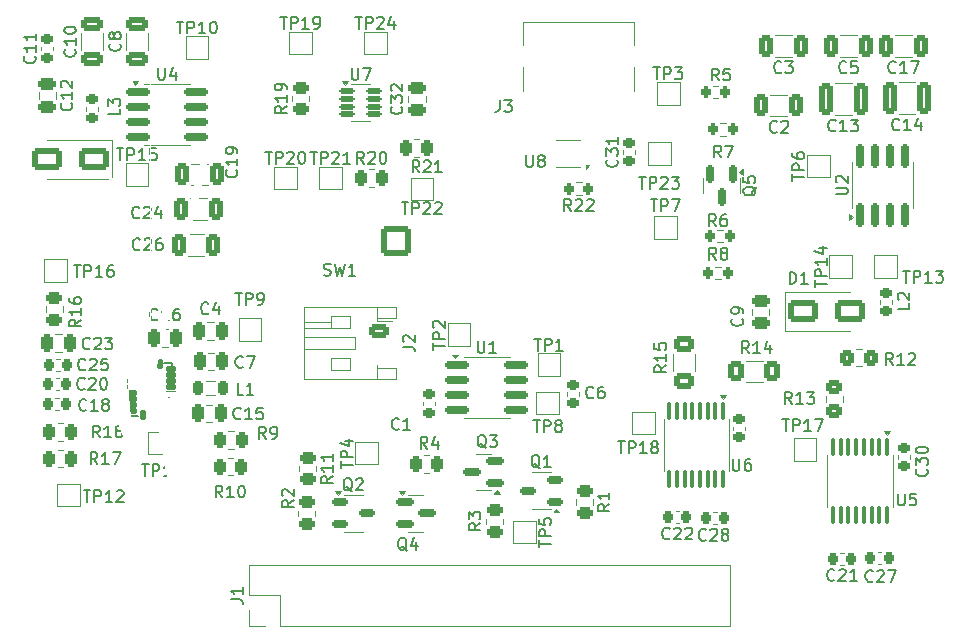
<source format=gbr>
%TF.GenerationSoftware,KiCad,Pcbnew,9.0.0*%
%TF.CreationDate,2025-04-10T10:58:41+02:00*%
%TF.ProjectId,Micro-Mouse Power Subsystem,4d696372-6f2d-44d6-9f75-736520506f77,rev?*%
%TF.SameCoordinates,Original*%
%TF.FileFunction,Legend,Top*%
%TF.FilePolarity,Positive*%
%FSLAX46Y46*%
G04 Gerber Fmt 4.6, Leading zero omitted, Abs format (unit mm)*
G04 Created by KiCad (PCBNEW 9.0.0) date 2025-04-10 10:58:41*
%MOMM*%
%LPD*%
G01*
G04 APERTURE LIST*
G04 Aperture macros list*
%AMRoundRect*
0 Rectangle with rounded corners*
0 $1 Rounding radius*
0 $2 $3 $4 $5 $6 $7 $8 $9 X,Y pos of 4 corners*
0 Add a 4 corners polygon primitive as box body*
4,1,4,$2,$3,$4,$5,$6,$7,$8,$9,$2,$3,0*
0 Add four circle primitives for the rounded corners*
1,1,$1+$1,$2,$3*
1,1,$1+$1,$4,$5*
1,1,$1+$1,$6,$7*
1,1,$1+$1,$8,$9*
0 Add four rect primitives between the rounded corners*
20,1,$1+$1,$2,$3,$4,$5,0*
20,1,$1+$1,$4,$5,$6,$7,0*
20,1,$1+$1,$6,$7,$8,$9,0*
20,1,$1+$1,$8,$9,$2,$3,0*%
%AMFreePoly0*
4,1,505,-0.203634,2.555678,-0.202053,2.555421,-0.199231,2.554726,-0.198634,2.554678,-0.197053,2.554421,-0.194231,2.553726,-0.193634,2.553678,-0.192053,2.553421,-0.176164,2.549509,-0.173164,2.548509,-0.166423,2.545994,-0.165768,2.545723,-0.159148,2.542704,-0.157464,2.541862,-0.157608,2.541572,-0.146835,2.536534,-0.144880,2.535327,-0.140541,2.531895,-0.136165,2.529249,-0.134865,2.528313,
-0.133109,2.526820,-0.132165,2.526249,-0.130865,2.525313,-0.118339,2.514661,-0.110339,2.506661,-0.099687,2.494135,-0.098751,2.492835,-0.098179,2.491890,-0.096687,2.490135,-0.095751,2.488835,-0.093104,2.484458,-0.089673,2.480120,-0.088466,2.478165,-0.083427,2.467391,-0.083138,2.467536,-0.082296,2.465852,-0.079277,2.459232,-0.079006,2.458577,-0.076491,2.451836,-0.075491,2.448836,
-0.071579,2.432947,-0.071322,2.431366,-0.071273,2.430768,-0.070579,2.427947,-0.070322,2.426366,-0.070273,2.425768,-0.069579,2.422947,-0.069322,2.421366,-0.068000,2.405000,-0.068000,2.032000,0.068000,2.032000,0.068000,2.405000,0.069322,2.421366,0.069579,2.422947,0.070273,2.425768,0.070322,2.426366,0.070579,2.427947,0.071273,2.430768,0.071322,2.431366,0.071579,2.432947,
0.075491,2.448836,0.076491,2.451836,0.079006,2.458577,0.079277,2.459232,0.082296,2.465852,0.083138,2.467536,0.083427,2.467391,0.088466,2.478165,0.089673,2.480120,0.093104,2.484458,0.095751,2.488835,0.096687,2.490135,0.098179,2.491890,0.098751,2.492835,0.099687,2.494135,0.110339,2.506661,0.118339,2.514661,0.130865,2.525313,0.132165,2.526249,0.133109,2.526820,
0.134865,2.528313,0.136165,2.529249,0.140541,2.531895,0.144880,2.535327,0.146835,2.536534,0.157608,2.541572,0.157464,2.541862,0.159148,2.542704,0.165768,2.545723,0.166423,2.545994,0.173164,2.548509,0.176164,2.549509,0.192053,2.553421,0.193634,2.553678,0.194231,2.553726,0.197053,2.554421,0.198634,2.554678,0.199231,2.554726,0.202053,2.555421,0.203634,2.555678,
0.220000,2.557000,0.330000,2.557000,0.346366,2.555678,0.347947,2.555421,0.350768,2.554726,0.351366,2.554678,0.352947,2.554421,0.355768,2.553726,0.356366,2.553678,0.357947,2.553421,0.373836,2.549509,0.376836,2.548509,0.383577,2.545994,0.384232,2.545723,0.390852,2.542704,0.392536,2.541862,0.392391,2.541572,0.403165,2.536534,0.405120,2.535327,0.409458,2.531895,
0.413835,2.529249,0.415135,2.528313,0.416890,2.526820,0.417835,2.526249,0.419135,2.525313,0.431661,2.514661,0.439661,2.506661,0.450313,2.494135,0.451249,2.492835,0.451820,2.491890,0.453313,2.490135,0.454249,2.488835,0.456895,2.484458,0.460327,2.480120,0.461534,2.478165,0.466572,2.467391,0.466862,2.467536,0.467704,2.465852,0.470723,2.459232,0.470994,2.458577,
0.473509,2.451836,0.474509,2.448836,0.478421,2.432947,0.478678,2.431366,0.478726,2.430768,0.479421,2.427947,0.479678,2.426366,0.479726,2.425768,0.480421,2.422947,0.480678,2.421366,0.482000,2.405000,0.482000,1.632000,0.980000,1.632000,0.996366,1.630678,0.997947,1.630421,1.000768,1.629726,1.001366,1.629678,1.002947,1.629421,1.005768,1.628726,1.006366,1.628678,
1.007947,1.628421,1.013719,1.627000,1.025000,1.627000,1.084954,1.607520,1.122008,1.556520,1.127000,1.525000,1.127000,1.513718,1.128421,1.507947,1.128678,1.506366,1.128726,1.505768,1.129421,1.502947,1.129678,1.501366,1.129726,1.500768,1.130421,1.497947,1.130678,1.496366,1.132000,1.480000,1.132000,-1.480000,1.130678,-1.496366,1.130421,-1.497947,1.129726,-1.500768,
1.129678,-1.501366,1.129421,-1.502947,1.128726,-1.505768,1.128678,-1.506366,1.128421,-1.507947,1.127000,-1.513718,1.127000,-1.525000,1.107520,-1.584954,1.056520,-1.622008,1.025000,-1.627000,1.013719,-1.627000,1.007947,-1.628421,1.006366,-1.628678,1.005768,-1.628726,1.002947,-1.629421,1.001366,-1.629678,1.000768,-1.629726,0.997947,-1.630421,0.996366,-1.630678,0.980000,-1.632000,
0.482000,-1.632000,0.482000,-2.405000,0.480678,-2.421366,0.480421,-2.422947,0.479726,-2.425768,0.479678,-2.426366,0.479421,-2.427947,0.478726,-2.430768,0.478678,-2.431366,0.478421,-2.432947,0.474509,-2.448836,0.473509,-2.451836,0.470994,-2.458577,0.470723,-2.459232,0.467704,-2.465852,0.466862,-2.467536,0.466572,-2.467391,0.461534,-2.478165,0.460327,-2.480120,0.456895,-2.484458,
0.454249,-2.488835,0.453313,-2.490135,0.451820,-2.491890,0.451249,-2.492835,0.450313,-2.494135,0.439661,-2.506661,0.431661,-2.514661,0.419135,-2.525313,0.417835,-2.526249,0.416890,-2.526820,0.415135,-2.528313,0.413835,-2.529249,0.409458,-2.531895,0.405120,-2.535327,0.403165,-2.536534,0.392391,-2.541572,0.392536,-2.541862,0.390852,-2.542704,0.384232,-2.545723,0.383577,-2.545994,
0.376836,-2.548509,0.373836,-2.549509,0.357947,-2.553421,0.356366,-2.553678,0.355768,-2.553726,0.352947,-2.554421,0.351366,-2.554678,0.350768,-2.554726,0.347947,-2.555421,0.346366,-2.555678,0.330000,-2.557000,0.220000,-2.557000,0.203634,-2.555678,0.202053,-2.555421,0.199231,-2.554726,0.198634,-2.554678,0.197053,-2.554421,0.194231,-2.553726,0.193634,-2.553678,0.192053,-2.553421,
0.176164,-2.549509,0.173164,-2.548509,0.166423,-2.545994,0.165768,-2.545723,0.159148,-2.542704,0.157464,-2.541862,0.157608,-2.541572,0.146835,-2.536534,0.144880,-2.535327,0.140541,-2.531895,0.136165,-2.529249,0.134865,-2.528313,0.133109,-2.526820,0.132165,-2.526249,0.130865,-2.525313,0.118339,-2.514661,0.110339,-2.506661,0.099687,-2.494135,0.098751,-2.492835,0.098179,-2.491890,
0.096687,-2.490135,0.095751,-2.488835,0.093104,-2.484458,0.089673,-2.480120,0.088466,-2.478165,0.083427,-2.467391,0.083138,-2.467536,0.082296,-2.465852,0.079277,-2.459232,0.079006,-2.458577,0.076491,-2.451836,0.075491,-2.448836,0.071579,-2.432947,0.071322,-2.431366,0.071273,-2.430768,0.070579,-2.427947,0.070322,-2.426366,0.070273,-2.425768,0.069579,-2.422947,0.069322,-2.421366,
0.068000,-2.405000,0.068000,-2.032000,-0.068000,-2.032000,-0.068000,-2.405000,-0.069322,-2.421366,-0.069579,-2.422947,-0.070273,-2.425768,-0.070322,-2.426366,-0.070579,-2.427947,-0.071273,-2.430768,-0.071322,-2.431366,-0.071579,-2.432947,-0.075491,-2.448836,-0.076491,-2.451836,-0.079006,-2.458577,-0.079277,-2.459232,-0.082296,-2.465852,-0.083138,-2.467536,-0.083427,-2.467391,-0.088466,-2.478165,
-0.089673,-2.480120,-0.093104,-2.484458,-0.095751,-2.488835,-0.096687,-2.490135,-0.098179,-2.491890,-0.098751,-2.492835,-0.099687,-2.494135,-0.110339,-2.506661,-0.118339,-2.514661,-0.130865,-2.525313,-0.132165,-2.526249,-0.133109,-2.526820,-0.134865,-2.528313,-0.136165,-2.529249,-0.140541,-2.531895,-0.144880,-2.535327,-0.146835,-2.536534,-0.157608,-2.541572,-0.157464,-2.541862,-0.159148,-2.542704,
-0.165768,-2.545723,-0.166423,-2.545994,-0.173164,-2.548509,-0.176164,-2.549509,-0.192053,-2.553421,-0.193634,-2.553678,-0.194231,-2.553726,-0.197053,-2.554421,-0.198634,-2.554678,-0.199231,-2.554726,-0.202053,-2.555421,-0.203634,-2.555678,-0.220000,-2.557000,-0.330000,-2.557000,-0.346366,-2.555678,-0.347947,-2.555421,-0.350768,-2.554726,-0.351366,-2.554678,-0.352947,-2.554421,-0.355768,-2.553726,
-0.356366,-2.553678,-0.357947,-2.553421,-0.373836,-2.549509,-0.376836,-2.548509,-0.383577,-2.545994,-0.384232,-2.545723,-0.390852,-2.542704,-0.392536,-2.541862,-0.392391,-2.541572,-0.403165,-2.536534,-0.405120,-2.535327,-0.409458,-2.531895,-0.413835,-2.529249,-0.415135,-2.528313,-0.416890,-2.526820,-0.417835,-2.526249,-0.419135,-2.525313,-0.431661,-2.514661,-0.439661,-2.506661,-0.450313,-2.494135,
-0.451249,-2.492835,-0.451820,-2.491890,-0.453313,-2.490135,-0.454249,-2.488835,-0.456895,-2.484458,-0.460327,-2.480120,-0.461534,-2.478165,-0.466572,-2.467391,-0.466862,-2.467536,-0.467704,-2.465852,-0.470723,-2.459232,-0.470994,-2.458577,-0.473509,-2.451836,-0.474509,-2.448836,-0.478421,-2.432947,-0.478678,-2.431366,-0.478726,-2.430768,-0.479421,-2.427947,-0.479678,-2.426366,-0.479726,-2.425768,
-0.480421,-2.422947,-0.480678,-2.421366,-0.482000,-2.405000,-0.482000,-1.632000,-0.980000,-1.632000,-0.996366,-1.630678,-0.997947,-1.630421,-1.000768,-1.629726,-1.001366,-1.629678,-1.002947,-1.629421,-1.005768,-1.628726,-1.006366,-1.628678,-1.007947,-1.628421,-1.013719,-1.627000,-1.025000,-1.627000,-1.084954,-1.607520,-1.122008,-1.556520,-1.127000,-1.525000,-1.127000,-1.513718,-1.128421,-1.507947,
-1.128678,-1.506366,-1.128726,-1.505768,-1.129421,-1.502947,-1.129678,-1.501366,-1.129726,-1.500768,-1.130421,-1.497947,-1.130678,-1.496366,-1.132000,-1.480000,-1.132000,1.480000,-1.130678,1.496366,-1.130421,1.497947,-1.129726,1.500768,-1.129678,1.501366,-1.129421,1.502947,-1.128726,1.505768,-1.128678,1.506366,-1.128421,1.507947,-1.127000,1.513718,-1.127000,1.525000,-1.107520,1.584954,
-1.056520,1.622008,-1.025000,1.627000,-1.013719,1.627000,-1.007947,1.628421,-1.006366,1.628678,-1.005768,1.628726,-1.002947,1.629421,-1.001366,1.629678,-1.000768,1.629726,-0.997947,1.630421,-0.996366,1.630678,-0.980000,1.632000,-0.482000,1.632000,-0.482000,2.405000,-0.480678,2.421366,-0.480421,2.422947,-0.479726,2.425768,-0.479678,2.426366,-0.479421,2.427947,-0.478726,2.430768,
-0.478678,2.431366,-0.478421,2.432947,-0.474509,2.448836,-0.473509,2.451836,-0.470994,2.458577,-0.470723,2.459232,-0.467704,2.465852,-0.466862,2.467536,-0.466572,2.467391,-0.461534,2.478165,-0.460327,2.480120,-0.456895,2.484458,-0.454249,2.488835,-0.453313,2.490135,-0.451820,2.491890,-0.451249,2.492835,-0.450313,2.494135,-0.439661,2.506661,-0.431661,2.514661,-0.419135,2.525313,
-0.417835,2.526249,-0.416890,2.526820,-0.415135,2.528313,-0.413835,2.529249,-0.409458,2.531895,-0.405120,2.535327,-0.403165,2.536534,-0.392391,2.541572,-0.392536,2.541862,-0.390852,2.542704,-0.384232,2.545723,-0.383577,2.545994,-0.376836,2.548509,-0.373836,2.549509,-0.357947,2.553421,-0.356366,2.553678,-0.355768,2.553726,-0.352947,2.554421,-0.351366,2.554678,-0.350768,2.554726,
-0.347947,2.555421,-0.346366,2.555678,-0.330000,2.557000,-0.220000,2.557000,-0.203634,2.555678,-0.203634,2.555678,$1*%
G04 Aperture macros list end*
%ADD10C,0.150000*%
%ADD11C,0.127000*%
%ADD12C,0.200000*%
%ADD13C,0.120000*%
%ADD14C,0.010000*%
%ADD15RoundRect,0.093240X0.128760X0.308760X-0.128760X0.308760X-0.128760X-0.308760X0.128760X-0.308760X0*%
%ADD16RoundRect,0.093240X0.308760X0.128760X-0.308760X0.128760X-0.308760X-0.128760X0.308760X-0.128760X0*%
%ADD17FreePoly0,180.000000*%
%ADD18C,0.654000*%
%ADD19R,2.310000X2.460000*%
%ADD20RoundRect,0.100000X-0.100000X0.687500X-0.100000X-0.687500X0.100000X-0.687500X0.100000X0.687500X0*%
%ADD21RoundRect,0.150000X-0.825000X-0.150000X0.825000X-0.150000X0.825000X0.150000X-0.825000X0.150000X0*%
%ADD22R,2.410000X3.300000*%
%ADD23RoundRect,0.225000X0.250000X-0.225000X0.250000X0.225000X-0.250000X0.225000X-0.250000X-0.225000X0*%
%ADD24RoundRect,0.150000X0.587500X0.150000X-0.587500X0.150000X-0.587500X-0.150000X0.587500X-0.150000X0*%
%ADD25RoundRect,0.250000X-0.250000X-0.475000X0.250000X-0.475000X0.250000X0.475000X-0.250000X0.475000X0*%
%ADD26RoundRect,0.150000X-0.512500X-0.150000X0.512500X-0.150000X0.512500X0.150000X-0.512500X0.150000X0*%
%ADD27RoundRect,0.225000X-0.225000X-0.250000X0.225000X-0.250000X0.225000X0.250000X-0.225000X0.250000X0*%
%ADD28R,1.500000X1.500000*%
%ADD29RoundRect,0.250000X0.325000X1.100000X-0.325000X1.100000X-0.325000X-1.100000X0.325000X-1.100000X0*%
%ADD30RoundRect,0.250000X0.262500X0.450000X-0.262500X0.450000X-0.262500X-0.450000X0.262500X-0.450000X0*%
%ADD31RoundRect,0.250000X-0.475000X0.250000X-0.475000X-0.250000X0.475000X-0.250000X0.475000X0.250000X0*%
%ADD32RoundRect,0.250000X0.325000X0.650000X-0.325000X0.650000X-0.325000X-0.650000X0.325000X-0.650000X0*%
%ADD33RoundRect,0.218750X-0.256250X0.218750X-0.256250X-0.218750X0.256250X-0.218750X0.256250X0.218750X0*%
%ADD34RoundRect,0.225000X0.225000X0.250000X-0.225000X0.250000X-0.225000X-0.250000X0.225000X-0.250000X0*%
%ADD35RoundRect,0.200000X0.200000X0.275000X-0.200000X0.275000X-0.200000X-0.275000X0.200000X-0.275000X0*%
%ADD36RoundRect,0.125000X-0.537500X-0.125000X0.537500X-0.125000X0.537500X0.125000X-0.537500X0.125000X0*%
%ADD37RoundRect,0.250000X-0.450000X0.262500X-0.450000X-0.262500X0.450000X-0.262500X0.450000X0.262500X0*%
%ADD38RoundRect,0.250000X-0.262500X-0.450000X0.262500X-0.450000X0.262500X0.450000X-0.262500X0.450000X0*%
%ADD39RoundRect,0.250000X-0.325000X-0.650000X0.325000X-0.650000X0.325000X0.650000X-0.325000X0.650000X0*%
%ADD40RoundRect,0.250000X-0.350000X-0.450000X0.350000X-0.450000X0.350000X0.450000X-0.350000X0.450000X0*%
%ADD41R,1.700000X1.700000*%
%ADD42O,1.700000X1.700000*%
%ADD43R,0.650000X0.350000*%
%ADD44R,1.000000X1.600000*%
%ADD45RoundRect,0.250000X0.450000X-0.262500X0.450000X0.262500X-0.450000X0.262500X-0.450000X-0.262500X0*%
%ADD46RoundRect,0.150000X0.512500X0.150000X-0.512500X0.150000X-0.512500X-0.150000X0.512500X-0.150000X0*%
%ADD47RoundRect,0.150000X0.150000X-0.825000X0.150000X0.825000X-0.150000X0.825000X-0.150000X-0.825000X0*%
%ADD48RoundRect,0.150000X-0.587500X-0.150000X0.587500X-0.150000X0.587500X0.150000X-0.587500X0.150000X0*%
%ADD49RoundRect,0.225000X-0.250000X0.225000X-0.250000X-0.225000X0.250000X-0.225000X0.250000X0.225000X0*%
%ADD50RoundRect,0.250000X0.650000X-0.325000X0.650000X0.325000X-0.650000X0.325000X-0.650000X-0.325000X0*%
%ADD51RoundRect,0.250000X-0.625000X0.350000X-0.625000X-0.350000X0.625000X-0.350000X0.625000X0.350000X0*%
%ADD52O,1.750000X1.200000*%
%ADD53RoundRect,0.250000X0.250000X0.475000X-0.250000X0.475000X-0.250000X-0.475000X0.250000X-0.475000X0*%
%ADD54RoundRect,0.218750X0.218750X0.381250X-0.218750X0.381250X-0.218750X-0.381250X0.218750X-0.381250X0*%
%ADD55RoundRect,0.200000X-0.200000X-0.275000X0.200000X-0.275000X0.200000X0.275000X-0.200000X0.275000X0*%
%ADD56RoundRect,0.250000X-0.450000X0.350000X-0.450000X-0.350000X0.450000X-0.350000X0.450000X0.350000X0*%
%ADD57RoundRect,0.250000X1.000000X0.650000X-1.000000X0.650000X-1.000000X-0.650000X1.000000X-0.650000X0*%
%ADD58C,0.650000*%
%ADD59R,0.600000X1.450000*%
%ADD60R,0.300000X1.450000*%
%ADD61O,1.000000X2.100000*%
%ADD62O,1.000000X1.600000*%
%ADD63RoundRect,0.250000X0.400000X0.625000X-0.400000X0.625000X-0.400000X-0.625000X0.400000X-0.625000X0*%
%ADD64RoundRect,0.250000X0.475000X-0.250000X0.475000X0.250000X-0.475000X0.250000X-0.475000X-0.250000X0*%
%ADD65RoundRect,0.249999X1.025001X1.025001X-1.025001X1.025001X-1.025001X-1.025001X1.025001X-1.025001X0*%
%ADD66C,2.550000*%
%ADD67RoundRect,0.150000X-0.150000X0.587500X-0.150000X-0.587500X0.150000X-0.587500X0.150000X0.587500X0*%
%ADD68RoundRect,0.250000X-1.000000X-0.650000X1.000000X-0.650000X1.000000X0.650000X-1.000000X0.650000X0*%
%ADD69RoundRect,0.250000X-0.625000X0.400000X-0.625000X-0.400000X0.625000X-0.400000X0.625000X0.400000X0*%
%ADD70RoundRect,0.218750X0.256250X-0.218750X0.256250X0.218750X-0.256250X0.218750X-0.256250X-0.218750X0*%
G04 APERTURE END LIST*
D10*
X106923648Y-104684500D02*
X106923648Y-105333317D01*
X106923648Y-105333317D02*
X106961814Y-105409649D01*
X106961814Y-105409649D02*
X106999980Y-105447815D01*
X106999980Y-105447815D02*
X107076311Y-105485980D01*
X107076311Y-105485980D02*
X107228974Y-105485980D01*
X107228974Y-105485980D02*
X107305305Y-105447815D01*
X107305305Y-105447815D02*
X107343471Y-105409649D01*
X107343471Y-105409649D02*
X107381637Y-105333317D01*
X107381637Y-105333317D02*
X107381637Y-104684500D01*
X107686963Y-104684500D02*
X108183117Y-104684500D01*
X108183117Y-104684500D02*
X107915957Y-104989826D01*
X107915957Y-104989826D02*
X108030454Y-104989826D01*
X108030454Y-104989826D02*
X108106786Y-105027992D01*
X108106786Y-105027992D02*
X108144951Y-105066157D01*
X108144951Y-105066157D02*
X108183117Y-105142489D01*
X108183117Y-105142489D02*
X108183117Y-105333317D01*
X108183117Y-105333317D02*
X108144951Y-105409649D01*
X108144951Y-105409649D02*
X108106786Y-105447815D01*
X108106786Y-105447815D02*
X108030454Y-105485980D01*
X108030454Y-105485980D02*
X107801460Y-105485980D01*
X107801460Y-105485980D02*
X107725128Y-105447815D01*
X107725128Y-105447815D02*
X107686963Y-105409649D01*
X172133095Y-116967319D02*
X172133095Y-117776842D01*
X172133095Y-117776842D02*
X172180714Y-117872080D01*
X172180714Y-117872080D02*
X172228333Y-117919700D01*
X172228333Y-117919700D02*
X172323571Y-117967319D01*
X172323571Y-117967319D02*
X172514047Y-117967319D01*
X172514047Y-117967319D02*
X172609285Y-117919700D01*
X172609285Y-117919700D02*
X172656904Y-117872080D01*
X172656904Y-117872080D02*
X172704523Y-117776842D01*
X172704523Y-117776842D02*
X172704523Y-116967319D01*
X173656904Y-116967319D02*
X173180714Y-116967319D01*
X173180714Y-116967319D02*
X173133095Y-117443509D01*
X173133095Y-117443509D02*
X173180714Y-117395890D01*
X173180714Y-117395890D02*
X173275952Y-117348271D01*
X173275952Y-117348271D02*
X173514047Y-117348271D01*
X173514047Y-117348271D02*
X173609285Y-117395890D01*
X173609285Y-117395890D02*
X173656904Y-117443509D01*
X173656904Y-117443509D02*
X173704523Y-117538747D01*
X173704523Y-117538747D02*
X173704523Y-117776842D01*
X173704523Y-117776842D02*
X173656904Y-117872080D01*
X173656904Y-117872080D02*
X173609285Y-117919700D01*
X173609285Y-117919700D02*
X173514047Y-117967319D01*
X173514047Y-117967319D02*
X173275952Y-117967319D01*
X173275952Y-117967319D02*
X173180714Y-117919700D01*
X173180714Y-117919700D02*
X173133095Y-117872080D01*
X158147395Y-114020319D02*
X158147395Y-114829842D01*
X158147395Y-114829842D02*
X158195014Y-114925080D01*
X158195014Y-114925080D02*
X158242633Y-114972700D01*
X158242633Y-114972700D02*
X158337871Y-115020319D01*
X158337871Y-115020319D02*
X158528347Y-115020319D01*
X158528347Y-115020319D02*
X158623585Y-114972700D01*
X158623585Y-114972700D02*
X158671204Y-114925080D01*
X158671204Y-114925080D02*
X158718823Y-114829842D01*
X158718823Y-114829842D02*
X158718823Y-114020319D01*
X159623585Y-114020319D02*
X159433109Y-114020319D01*
X159433109Y-114020319D02*
X159337871Y-114067938D01*
X159337871Y-114067938D02*
X159290252Y-114115557D01*
X159290252Y-114115557D02*
X159195014Y-114258414D01*
X159195014Y-114258414D02*
X159147395Y-114448890D01*
X159147395Y-114448890D02*
X159147395Y-114829842D01*
X159147395Y-114829842D02*
X159195014Y-114925080D01*
X159195014Y-114925080D02*
X159242633Y-114972700D01*
X159242633Y-114972700D02*
X159337871Y-115020319D01*
X159337871Y-115020319D02*
X159528347Y-115020319D01*
X159528347Y-115020319D02*
X159623585Y-114972700D01*
X159623585Y-114972700D02*
X159671204Y-114925080D01*
X159671204Y-114925080D02*
X159718823Y-114829842D01*
X159718823Y-114829842D02*
X159718823Y-114591747D01*
X159718823Y-114591747D02*
X159671204Y-114496509D01*
X159671204Y-114496509D02*
X159623585Y-114448890D01*
X159623585Y-114448890D02*
X159528347Y-114401271D01*
X159528347Y-114401271D02*
X159337871Y-114401271D01*
X159337871Y-114401271D02*
X159242633Y-114448890D01*
X159242633Y-114448890D02*
X159195014Y-114496509D01*
X159195014Y-114496509D02*
X159147395Y-114591747D01*
X136547395Y-104037819D02*
X136547395Y-104847342D01*
X136547395Y-104847342D02*
X136595014Y-104942580D01*
X136595014Y-104942580D02*
X136642633Y-104990200D01*
X136642633Y-104990200D02*
X136737871Y-105037819D01*
X136737871Y-105037819D02*
X136928347Y-105037819D01*
X136928347Y-105037819D02*
X137023585Y-104990200D01*
X137023585Y-104990200D02*
X137071204Y-104942580D01*
X137071204Y-104942580D02*
X137118823Y-104847342D01*
X137118823Y-104847342D02*
X137118823Y-104037819D01*
X138118823Y-105037819D02*
X137547395Y-105037819D01*
X137833109Y-105037819D02*
X137833109Y-104037819D01*
X137833109Y-104037819D02*
X137737871Y-104180676D01*
X137737871Y-104180676D02*
X137642633Y-104275914D01*
X137642633Y-104275914D02*
X137547395Y-104323533D01*
X99041380Y-79920857D02*
X99089000Y-79968476D01*
X99089000Y-79968476D02*
X99136619Y-80111333D01*
X99136619Y-80111333D02*
X99136619Y-80206571D01*
X99136619Y-80206571D02*
X99089000Y-80349428D01*
X99089000Y-80349428D02*
X98993761Y-80444666D01*
X98993761Y-80444666D02*
X98898523Y-80492285D01*
X98898523Y-80492285D02*
X98708047Y-80539904D01*
X98708047Y-80539904D02*
X98565190Y-80539904D01*
X98565190Y-80539904D02*
X98374714Y-80492285D01*
X98374714Y-80492285D02*
X98279476Y-80444666D01*
X98279476Y-80444666D02*
X98184238Y-80349428D01*
X98184238Y-80349428D02*
X98136619Y-80206571D01*
X98136619Y-80206571D02*
X98136619Y-80111333D01*
X98136619Y-80111333D02*
X98184238Y-79968476D01*
X98184238Y-79968476D02*
X98231857Y-79920857D01*
X99136619Y-78968476D02*
X99136619Y-79539904D01*
X99136619Y-79254190D02*
X98136619Y-79254190D01*
X98136619Y-79254190D02*
X98279476Y-79349428D01*
X98279476Y-79349428D02*
X98374714Y-79444666D01*
X98374714Y-79444666D02*
X98422333Y-79539904D01*
X99136619Y-78016095D02*
X99136619Y-78587523D01*
X99136619Y-78301809D02*
X98136619Y-78301809D01*
X98136619Y-78301809D02*
X98279476Y-78397047D01*
X98279476Y-78397047D02*
X98374714Y-78492285D01*
X98374714Y-78492285D02*
X98422333Y-78587523D01*
X137276561Y-113103057D02*
X137181323Y-113055438D01*
X137181323Y-113055438D02*
X137086085Y-112960200D01*
X137086085Y-112960200D02*
X136943228Y-112817342D01*
X136943228Y-112817342D02*
X136847990Y-112769723D01*
X136847990Y-112769723D02*
X136752752Y-112769723D01*
X136800371Y-113007819D02*
X136705133Y-112960200D01*
X136705133Y-112960200D02*
X136609895Y-112864961D01*
X136609895Y-112864961D02*
X136562276Y-112674485D01*
X136562276Y-112674485D02*
X136562276Y-112341152D01*
X136562276Y-112341152D02*
X136609895Y-112150676D01*
X136609895Y-112150676D02*
X136705133Y-112055438D01*
X136705133Y-112055438D02*
X136800371Y-112007819D01*
X136800371Y-112007819D02*
X136990847Y-112007819D01*
X136990847Y-112007819D02*
X137086085Y-112055438D01*
X137086085Y-112055438D02*
X137181323Y-112150676D01*
X137181323Y-112150676D02*
X137228942Y-112341152D01*
X137228942Y-112341152D02*
X137228942Y-112674485D01*
X137228942Y-112674485D02*
X137181323Y-112864961D01*
X137181323Y-112864961D02*
X137086085Y-112960200D01*
X137086085Y-112960200D02*
X136990847Y-113007819D01*
X136990847Y-113007819D02*
X136800371Y-113007819D01*
X137562276Y-112007819D02*
X138181323Y-112007819D01*
X138181323Y-112007819D02*
X137847990Y-112388771D01*
X137847990Y-112388771D02*
X137990847Y-112388771D01*
X137990847Y-112388771D02*
X138086085Y-112436390D01*
X138086085Y-112436390D02*
X138133704Y-112484009D01*
X138133704Y-112484009D02*
X138181323Y-112579247D01*
X138181323Y-112579247D02*
X138181323Y-112817342D01*
X138181323Y-112817342D02*
X138133704Y-112912580D01*
X138133704Y-112912580D02*
X138086085Y-112960200D01*
X138086085Y-112960200D02*
X137990847Y-113007819D01*
X137990847Y-113007819D02*
X137705133Y-113007819D01*
X137705133Y-113007819D02*
X137609895Y-112960200D01*
X137609895Y-112960200D02*
X137562276Y-112912580D01*
X109441442Y-102207580D02*
X109393823Y-102255200D01*
X109393823Y-102255200D02*
X109250966Y-102302819D01*
X109250966Y-102302819D02*
X109155728Y-102302819D01*
X109155728Y-102302819D02*
X109012871Y-102255200D01*
X109012871Y-102255200D02*
X108917633Y-102159961D01*
X108917633Y-102159961D02*
X108870014Y-102064723D01*
X108870014Y-102064723D02*
X108822395Y-101874247D01*
X108822395Y-101874247D02*
X108822395Y-101731390D01*
X108822395Y-101731390D02*
X108870014Y-101540914D01*
X108870014Y-101540914D02*
X108917633Y-101445676D01*
X108917633Y-101445676D02*
X109012871Y-101350438D01*
X109012871Y-101350438D02*
X109155728Y-101302819D01*
X109155728Y-101302819D02*
X109250966Y-101302819D01*
X109250966Y-101302819D02*
X109393823Y-101350438D01*
X109393823Y-101350438D02*
X109441442Y-101398057D01*
X110393823Y-102302819D02*
X109822395Y-102302819D01*
X110108109Y-102302819D02*
X110108109Y-101302819D01*
X110108109Y-101302819D02*
X110012871Y-101445676D01*
X110012871Y-101445676D02*
X109917633Y-101540914D01*
X109917633Y-101540914D02*
X109822395Y-101588533D01*
X111250966Y-101302819D02*
X111060490Y-101302819D01*
X111060490Y-101302819D02*
X110965252Y-101350438D01*
X110965252Y-101350438D02*
X110917633Y-101398057D01*
X110917633Y-101398057D02*
X110822395Y-101540914D01*
X110822395Y-101540914D02*
X110774776Y-101731390D01*
X110774776Y-101731390D02*
X110774776Y-102112342D01*
X110774776Y-102112342D02*
X110822395Y-102207580D01*
X110822395Y-102207580D02*
X110870014Y-102255200D01*
X110870014Y-102255200D02*
X110965252Y-102302819D01*
X110965252Y-102302819D02*
X111155728Y-102302819D01*
X111155728Y-102302819D02*
X111250966Y-102255200D01*
X111250966Y-102255200D02*
X111298585Y-102207580D01*
X111298585Y-102207580D02*
X111346204Y-102112342D01*
X111346204Y-102112342D02*
X111346204Y-101874247D01*
X111346204Y-101874247D02*
X111298585Y-101779009D01*
X111298585Y-101779009D02*
X111250966Y-101731390D01*
X111250966Y-101731390D02*
X111155728Y-101683771D01*
X111155728Y-101683771D02*
X110965252Y-101683771D01*
X110965252Y-101683771D02*
X110870014Y-101731390D01*
X110870014Y-101731390D02*
X110822395Y-101779009D01*
X110822395Y-101779009D02*
X110774776Y-101874247D01*
X125926561Y-116773057D02*
X125831323Y-116725438D01*
X125831323Y-116725438D02*
X125736085Y-116630200D01*
X125736085Y-116630200D02*
X125593228Y-116487342D01*
X125593228Y-116487342D02*
X125497990Y-116439723D01*
X125497990Y-116439723D02*
X125402752Y-116439723D01*
X125450371Y-116677819D02*
X125355133Y-116630200D01*
X125355133Y-116630200D02*
X125259895Y-116534961D01*
X125259895Y-116534961D02*
X125212276Y-116344485D01*
X125212276Y-116344485D02*
X125212276Y-116011152D01*
X125212276Y-116011152D02*
X125259895Y-115820676D01*
X125259895Y-115820676D02*
X125355133Y-115725438D01*
X125355133Y-115725438D02*
X125450371Y-115677819D01*
X125450371Y-115677819D02*
X125640847Y-115677819D01*
X125640847Y-115677819D02*
X125736085Y-115725438D01*
X125736085Y-115725438D02*
X125831323Y-115820676D01*
X125831323Y-115820676D02*
X125878942Y-116011152D01*
X125878942Y-116011152D02*
X125878942Y-116344485D01*
X125878942Y-116344485D02*
X125831323Y-116534961D01*
X125831323Y-116534961D02*
X125736085Y-116630200D01*
X125736085Y-116630200D02*
X125640847Y-116677819D01*
X125640847Y-116677819D02*
X125450371Y-116677819D01*
X126259895Y-115773057D02*
X126307514Y-115725438D01*
X126307514Y-115725438D02*
X126402752Y-115677819D01*
X126402752Y-115677819D02*
X126640847Y-115677819D01*
X126640847Y-115677819D02*
X126736085Y-115725438D01*
X126736085Y-115725438D02*
X126783704Y-115773057D01*
X126783704Y-115773057D02*
X126831323Y-115868295D01*
X126831323Y-115868295D02*
X126831323Y-115963533D01*
X126831323Y-115963533D02*
X126783704Y-116106390D01*
X126783704Y-116106390D02*
X126212276Y-116677819D01*
X126212276Y-116677819D02*
X126831323Y-116677819D01*
X103266442Y-108067580D02*
X103218823Y-108115200D01*
X103218823Y-108115200D02*
X103075966Y-108162819D01*
X103075966Y-108162819D02*
X102980728Y-108162819D01*
X102980728Y-108162819D02*
X102837871Y-108115200D01*
X102837871Y-108115200D02*
X102742633Y-108019961D01*
X102742633Y-108019961D02*
X102695014Y-107924723D01*
X102695014Y-107924723D02*
X102647395Y-107734247D01*
X102647395Y-107734247D02*
X102647395Y-107591390D01*
X102647395Y-107591390D02*
X102695014Y-107400914D01*
X102695014Y-107400914D02*
X102742633Y-107305676D01*
X102742633Y-107305676D02*
X102837871Y-107210438D01*
X102837871Y-107210438D02*
X102980728Y-107162819D01*
X102980728Y-107162819D02*
X103075966Y-107162819D01*
X103075966Y-107162819D02*
X103218823Y-107210438D01*
X103218823Y-107210438D02*
X103266442Y-107258057D01*
X103647395Y-107258057D02*
X103695014Y-107210438D01*
X103695014Y-107210438D02*
X103790252Y-107162819D01*
X103790252Y-107162819D02*
X104028347Y-107162819D01*
X104028347Y-107162819D02*
X104123585Y-107210438D01*
X104123585Y-107210438D02*
X104171204Y-107258057D01*
X104171204Y-107258057D02*
X104218823Y-107353295D01*
X104218823Y-107353295D02*
X104218823Y-107448533D01*
X104218823Y-107448533D02*
X104171204Y-107591390D01*
X104171204Y-107591390D02*
X103599776Y-108162819D01*
X103599776Y-108162819D02*
X104218823Y-108162819D01*
X104837871Y-107162819D02*
X104933109Y-107162819D01*
X104933109Y-107162819D02*
X105028347Y-107210438D01*
X105028347Y-107210438D02*
X105075966Y-107258057D01*
X105075966Y-107258057D02*
X105123585Y-107353295D01*
X105123585Y-107353295D02*
X105171204Y-107543771D01*
X105171204Y-107543771D02*
X105171204Y-107781866D01*
X105171204Y-107781866D02*
X105123585Y-107972342D01*
X105123585Y-107972342D02*
X105075966Y-108067580D01*
X105075966Y-108067580D02*
X105028347Y-108115200D01*
X105028347Y-108115200D02*
X104933109Y-108162819D01*
X104933109Y-108162819D02*
X104837871Y-108162819D01*
X104837871Y-108162819D02*
X104742633Y-108115200D01*
X104742633Y-108115200D02*
X104695014Y-108067580D01*
X104695014Y-108067580D02*
X104647395Y-107972342D01*
X104647395Y-107972342D02*
X104599776Y-107781866D01*
X104599776Y-107781866D02*
X104599776Y-107543771D01*
X104599776Y-107543771D02*
X104647395Y-107353295D01*
X104647395Y-107353295D02*
X104695014Y-107258057D01*
X104695014Y-107258057D02*
X104742633Y-107210438D01*
X104742633Y-107210438D02*
X104837871Y-107162819D01*
X146342633Y-108812580D02*
X146295014Y-108860200D01*
X146295014Y-108860200D02*
X146152157Y-108907819D01*
X146152157Y-108907819D02*
X146056919Y-108907819D01*
X146056919Y-108907819D02*
X145914062Y-108860200D01*
X145914062Y-108860200D02*
X145818824Y-108764961D01*
X145818824Y-108764961D02*
X145771205Y-108669723D01*
X145771205Y-108669723D02*
X145723586Y-108479247D01*
X145723586Y-108479247D02*
X145723586Y-108336390D01*
X145723586Y-108336390D02*
X145771205Y-108145914D01*
X145771205Y-108145914D02*
X145818824Y-108050676D01*
X145818824Y-108050676D02*
X145914062Y-107955438D01*
X145914062Y-107955438D02*
X146056919Y-107907819D01*
X146056919Y-107907819D02*
X146152157Y-107907819D01*
X146152157Y-107907819D02*
X146295014Y-107955438D01*
X146295014Y-107955438D02*
X146342633Y-108003057D01*
X147199776Y-107907819D02*
X147009300Y-107907819D01*
X147009300Y-107907819D02*
X146914062Y-107955438D01*
X146914062Y-107955438D02*
X146866443Y-108003057D01*
X146866443Y-108003057D02*
X146771205Y-108145914D01*
X146771205Y-108145914D02*
X146723586Y-108336390D01*
X146723586Y-108336390D02*
X146723586Y-108717342D01*
X146723586Y-108717342D02*
X146771205Y-108812580D01*
X146771205Y-108812580D02*
X146818824Y-108860200D01*
X146818824Y-108860200D02*
X146914062Y-108907819D01*
X146914062Y-108907819D02*
X147104538Y-108907819D01*
X147104538Y-108907819D02*
X147199776Y-108860200D01*
X147199776Y-108860200D02*
X147247395Y-108812580D01*
X147247395Y-108812580D02*
X147295014Y-108717342D01*
X147295014Y-108717342D02*
X147295014Y-108479247D01*
X147295014Y-108479247D02*
X147247395Y-108384009D01*
X147247395Y-108384009D02*
X147199776Y-108336390D01*
X147199776Y-108336390D02*
X147104538Y-108288771D01*
X147104538Y-108288771D02*
X146914062Y-108288771D01*
X146914062Y-108288771D02*
X146818824Y-108336390D01*
X146818824Y-108336390D02*
X146771205Y-108384009D01*
X146771205Y-108384009D02*
X146723586Y-108479247D01*
X130123705Y-92275819D02*
X130695133Y-92275819D01*
X130409419Y-93275819D02*
X130409419Y-92275819D01*
X131028467Y-93275819D02*
X131028467Y-92275819D01*
X131028467Y-92275819D02*
X131409419Y-92275819D01*
X131409419Y-92275819D02*
X131504657Y-92323438D01*
X131504657Y-92323438D02*
X131552276Y-92371057D01*
X131552276Y-92371057D02*
X131599895Y-92466295D01*
X131599895Y-92466295D02*
X131599895Y-92609152D01*
X131599895Y-92609152D02*
X131552276Y-92704390D01*
X131552276Y-92704390D02*
X131504657Y-92752009D01*
X131504657Y-92752009D02*
X131409419Y-92799628D01*
X131409419Y-92799628D02*
X131028467Y-92799628D01*
X131980848Y-92371057D02*
X132028467Y-92323438D01*
X132028467Y-92323438D02*
X132123705Y-92275819D01*
X132123705Y-92275819D02*
X132361800Y-92275819D01*
X132361800Y-92275819D02*
X132457038Y-92323438D01*
X132457038Y-92323438D02*
X132504657Y-92371057D01*
X132504657Y-92371057D02*
X132552276Y-92466295D01*
X132552276Y-92466295D02*
X132552276Y-92561533D01*
X132552276Y-92561533D02*
X132504657Y-92704390D01*
X132504657Y-92704390D02*
X131933229Y-93275819D01*
X131933229Y-93275819D02*
X132552276Y-93275819D01*
X132933229Y-92371057D02*
X132980848Y-92323438D01*
X132980848Y-92323438D02*
X133076086Y-92275819D01*
X133076086Y-92275819D02*
X133314181Y-92275819D01*
X133314181Y-92275819D02*
X133409419Y-92323438D01*
X133409419Y-92323438D02*
X133457038Y-92371057D01*
X133457038Y-92371057D02*
X133504657Y-92466295D01*
X133504657Y-92466295D02*
X133504657Y-92561533D01*
X133504657Y-92561533D02*
X133457038Y-92704390D01*
X133457038Y-92704390D02*
X132885610Y-93275819D01*
X132885610Y-93275819D02*
X133504657Y-93275819D01*
X166857142Y-86209580D02*
X166809523Y-86257200D01*
X166809523Y-86257200D02*
X166666666Y-86304819D01*
X166666666Y-86304819D02*
X166571428Y-86304819D01*
X166571428Y-86304819D02*
X166428571Y-86257200D01*
X166428571Y-86257200D02*
X166333333Y-86161961D01*
X166333333Y-86161961D02*
X166285714Y-86066723D01*
X166285714Y-86066723D02*
X166238095Y-85876247D01*
X166238095Y-85876247D02*
X166238095Y-85733390D01*
X166238095Y-85733390D02*
X166285714Y-85542914D01*
X166285714Y-85542914D02*
X166333333Y-85447676D01*
X166333333Y-85447676D02*
X166428571Y-85352438D01*
X166428571Y-85352438D02*
X166571428Y-85304819D01*
X166571428Y-85304819D02*
X166666666Y-85304819D01*
X166666666Y-85304819D02*
X166809523Y-85352438D01*
X166809523Y-85352438D02*
X166857142Y-85400057D01*
X167809523Y-86304819D02*
X167238095Y-86304819D01*
X167523809Y-86304819D02*
X167523809Y-85304819D01*
X167523809Y-85304819D02*
X167428571Y-85447676D01*
X167428571Y-85447676D02*
X167333333Y-85542914D01*
X167333333Y-85542914D02*
X167238095Y-85590533D01*
X168142857Y-85304819D02*
X168761904Y-85304819D01*
X168761904Y-85304819D02*
X168428571Y-85685771D01*
X168428571Y-85685771D02*
X168571428Y-85685771D01*
X168571428Y-85685771D02*
X168666666Y-85733390D01*
X168666666Y-85733390D02*
X168714285Y-85781009D01*
X168714285Y-85781009D02*
X168761904Y-85876247D01*
X168761904Y-85876247D02*
X168761904Y-86114342D01*
X168761904Y-86114342D02*
X168714285Y-86209580D01*
X168714285Y-86209580D02*
X168666666Y-86257200D01*
X168666666Y-86257200D02*
X168571428Y-86304819D01*
X168571428Y-86304819D02*
X168285714Y-86304819D01*
X168285714Y-86304819D02*
X168190476Y-86257200D01*
X168190476Y-86257200D02*
X168142857Y-86209580D01*
X119831205Y-76604819D02*
X120402633Y-76604819D01*
X120116919Y-77604819D02*
X120116919Y-76604819D01*
X120735967Y-77604819D02*
X120735967Y-76604819D01*
X120735967Y-76604819D02*
X121116919Y-76604819D01*
X121116919Y-76604819D02*
X121212157Y-76652438D01*
X121212157Y-76652438D02*
X121259776Y-76700057D01*
X121259776Y-76700057D02*
X121307395Y-76795295D01*
X121307395Y-76795295D02*
X121307395Y-76938152D01*
X121307395Y-76938152D02*
X121259776Y-77033390D01*
X121259776Y-77033390D02*
X121212157Y-77081009D01*
X121212157Y-77081009D02*
X121116919Y-77128628D01*
X121116919Y-77128628D02*
X120735967Y-77128628D01*
X122259776Y-77604819D02*
X121688348Y-77604819D01*
X121974062Y-77604819D02*
X121974062Y-76604819D01*
X121974062Y-76604819D02*
X121878824Y-76747676D01*
X121878824Y-76747676D02*
X121783586Y-76842914D01*
X121783586Y-76842914D02*
X121688348Y-76890533D01*
X122735967Y-77604819D02*
X122926443Y-77604819D01*
X122926443Y-77604819D02*
X123021681Y-77557200D01*
X123021681Y-77557200D02*
X123069300Y-77509580D01*
X123069300Y-77509580D02*
X123164538Y-77366723D01*
X123164538Y-77366723D02*
X123212157Y-77176247D01*
X123212157Y-77176247D02*
X123212157Y-76795295D01*
X123212157Y-76795295D02*
X123164538Y-76700057D01*
X123164538Y-76700057D02*
X123116919Y-76652438D01*
X123116919Y-76652438D02*
X123021681Y-76604819D01*
X123021681Y-76604819D02*
X122831205Y-76604819D01*
X122831205Y-76604819D02*
X122735967Y-76652438D01*
X122735967Y-76652438D02*
X122688348Y-76700057D01*
X122688348Y-76700057D02*
X122640729Y-76795295D01*
X122640729Y-76795295D02*
X122640729Y-77033390D01*
X122640729Y-77033390D02*
X122688348Y-77128628D01*
X122688348Y-77128628D02*
X122735967Y-77176247D01*
X122735967Y-77176247D02*
X122831205Y-77223866D01*
X122831205Y-77223866D02*
X123021681Y-77223866D01*
X123021681Y-77223866D02*
X123116919Y-77176247D01*
X123116919Y-77176247D02*
X123164538Y-77128628D01*
X123164538Y-77128628D02*
X123212157Y-77033390D01*
X132299697Y-113157819D02*
X131966364Y-112681628D01*
X131728269Y-113157819D02*
X131728269Y-112157819D01*
X131728269Y-112157819D02*
X132109221Y-112157819D01*
X132109221Y-112157819D02*
X132204459Y-112205438D01*
X132204459Y-112205438D02*
X132252078Y-112253057D01*
X132252078Y-112253057D02*
X132299697Y-112348295D01*
X132299697Y-112348295D02*
X132299697Y-112491152D01*
X132299697Y-112491152D02*
X132252078Y-112586390D01*
X132252078Y-112586390D02*
X132204459Y-112634009D01*
X132204459Y-112634009D02*
X132109221Y-112681628D01*
X132109221Y-112681628D02*
X131728269Y-112681628D01*
X133156840Y-112491152D02*
X133156840Y-113157819D01*
X132918745Y-112110200D02*
X132680650Y-112824485D01*
X132680650Y-112824485D02*
X133299697Y-112824485D01*
X102151380Y-83905857D02*
X102199000Y-83953476D01*
X102199000Y-83953476D02*
X102246619Y-84096333D01*
X102246619Y-84096333D02*
X102246619Y-84191571D01*
X102246619Y-84191571D02*
X102199000Y-84334428D01*
X102199000Y-84334428D02*
X102103761Y-84429666D01*
X102103761Y-84429666D02*
X102008523Y-84477285D01*
X102008523Y-84477285D02*
X101818047Y-84524904D01*
X101818047Y-84524904D02*
X101675190Y-84524904D01*
X101675190Y-84524904D02*
X101484714Y-84477285D01*
X101484714Y-84477285D02*
X101389476Y-84429666D01*
X101389476Y-84429666D02*
X101294238Y-84334428D01*
X101294238Y-84334428D02*
X101246619Y-84191571D01*
X101246619Y-84191571D02*
X101246619Y-84096333D01*
X101246619Y-84096333D02*
X101294238Y-83953476D01*
X101294238Y-83953476D02*
X101341857Y-83905857D01*
X102246619Y-82953476D02*
X102246619Y-83524904D01*
X102246619Y-83239190D02*
X101246619Y-83239190D01*
X101246619Y-83239190D02*
X101389476Y-83334428D01*
X101389476Y-83334428D02*
X101484714Y-83429666D01*
X101484714Y-83429666D02*
X101532333Y-83524904D01*
X101341857Y-82572523D02*
X101294238Y-82524904D01*
X101294238Y-82524904D02*
X101246619Y-82429666D01*
X101246619Y-82429666D02*
X101246619Y-82191571D01*
X101246619Y-82191571D02*
X101294238Y-82096333D01*
X101294238Y-82096333D02*
X101341857Y-82048714D01*
X101341857Y-82048714D02*
X101437095Y-82001095D01*
X101437095Y-82001095D02*
X101532333Y-82001095D01*
X101532333Y-82001095D02*
X101675190Y-82048714D01*
X101675190Y-82048714D02*
X102246619Y-82620142D01*
X102246619Y-82620142D02*
X102246619Y-82001095D01*
X103341442Y-106436330D02*
X103293823Y-106483950D01*
X103293823Y-106483950D02*
X103150966Y-106531569D01*
X103150966Y-106531569D02*
X103055728Y-106531569D01*
X103055728Y-106531569D02*
X102912871Y-106483950D01*
X102912871Y-106483950D02*
X102817633Y-106388711D01*
X102817633Y-106388711D02*
X102770014Y-106293473D01*
X102770014Y-106293473D02*
X102722395Y-106102997D01*
X102722395Y-106102997D02*
X102722395Y-105960140D01*
X102722395Y-105960140D02*
X102770014Y-105769664D01*
X102770014Y-105769664D02*
X102817633Y-105674426D01*
X102817633Y-105674426D02*
X102912871Y-105579188D01*
X102912871Y-105579188D02*
X103055728Y-105531569D01*
X103055728Y-105531569D02*
X103150966Y-105531569D01*
X103150966Y-105531569D02*
X103293823Y-105579188D01*
X103293823Y-105579188D02*
X103341442Y-105626807D01*
X103722395Y-105626807D02*
X103770014Y-105579188D01*
X103770014Y-105579188D02*
X103865252Y-105531569D01*
X103865252Y-105531569D02*
X104103347Y-105531569D01*
X104103347Y-105531569D02*
X104198585Y-105579188D01*
X104198585Y-105579188D02*
X104246204Y-105626807D01*
X104246204Y-105626807D02*
X104293823Y-105722045D01*
X104293823Y-105722045D02*
X104293823Y-105817283D01*
X104293823Y-105817283D02*
X104246204Y-105960140D01*
X104246204Y-105960140D02*
X103674776Y-106531569D01*
X103674776Y-106531569D02*
X104293823Y-106531569D01*
X105198585Y-105531569D02*
X104722395Y-105531569D01*
X104722395Y-105531569D02*
X104674776Y-106007759D01*
X104674776Y-106007759D02*
X104722395Y-105960140D01*
X104722395Y-105960140D02*
X104817633Y-105912521D01*
X104817633Y-105912521D02*
X105055728Y-105912521D01*
X105055728Y-105912521D02*
X105150966Y-105960140D01*
X105150966Y-105960140D02*
X105198585Y-106007759D01*
X105198585Y-106007759D02*
X105246204Y-106102997D01*
X105246204Y-106102997D02*
X105246204Y-106341092D01*
X105246204Y-106341092D02*
X105198585Y-106436330D01*
X105198585Y-106436330D02*
X105150966Y-106483950D01*
X105150966Y-106483950D02*
X105055728Y-106531569D01*
X105055728Y-106531569D02*
X104817633Y-106531569D01*
X104817633Y-106531569D02*
X104722395Y-106483950D01*
X104722395Y-106483950D02*
X104674776Y-106436330D01*
X171946442Y-81272580D02*
X171898823Y-81320200D01*
X171898823Y-81320200D02*
X171755966Y-81367819D01*
X171755966Y-81367819D02*
X171660728Y-81367819D01*
X171660728Y-81367819D02*
X171517871Y-81320200D01*
X171517871Y-81320200D02*
X171422633Y-81224961D01*
X171422633Y-81224961D02*
X171375014Y-81129723D01*
X171375014Y-81129723D02*
X171327395Y-80939247D01*
X171327395Y-80939247D02*
X171327395Y-80796390D01*
X171327395Y-80796390D02*
X171375014Y-80605914D01*
X171375014Y-80605914D02*
X171422633Y-80510676D01*
X171422633Y-80510676D02*
X171517871Y-80415438D01*
X171517871Y-80415438D02*
X171660728Y-80367819D01*
X171660728Y-80367819D02*
X171755966Y-80367819D01*
X171755966Y-80367819D02*
X171898823Y-80415438D01*
X171898823Y-80415438D02*
X171946442Y-80463057D01*
X172898823Y-81367819D02*
X172327395Y-81367819D01*
X172613109Y-81367819D02*
X172613109Y-80367819D01*
X172613109Y-80367819D02*
X172517871Y-80510676D01*
X172517871Y-80510676D02*
X172422633Y-80605914D01*
X172422633Y-80605914D02*
X172327395Y-80653533D01*
X173232157Y-80367819D02*
X173898823Y-80367819D01*
X173898823Y-80367819D02*
X173470252Y-81367819D01*
X106281619Y-84384666D02*
X106281619Y-84860856D01*
X106281619Y-84860856D02*
X105281619Y-84860856D01*
X105281619Y-84146570D02*
X105281619Y-83527523D01*
X105281619Y-83527523D02*
X105662571Y-83860856D01*
X105662571Y-83860856D02*
X105662571Y-83717999D01*
X105662571Y-83717999D02*
X105710190Y-83622761D01*
X105710190Y-83622761D02*
X105757809Y-83575142D01*
X105757809Y-83575142D02*
X105853047Y-83527523D01*
X105853047Y-83527523D02*
X106091142Y-83527523D01*
X106091142Y-83527523D02*
X106186380Y-83575142D01*
X106186380Y-83575142D02*
X106234000Y-83622761D01*
X106234000Y-83622761D02*
X106281619Y-83717999D01*
X106281619Y-83717999D02*
X106281619Y-84003713D01*
X106281619Y-84003713D02*
X106234000Y-84098951D01*
X106234000Y-84098951D02*
X106186380Y-84146570D01*
X141252095Y-110754819D02*
X141823523Y-110754819D01*
X141537809Y-111754819D02*
X141537809Y-110754819D01*
X142156857Y-111754819D02*
X142156857Y-110754819D01*
X142156857Y-110754819D02*
X142537809Y-110754819D01*
X142537809Y-110754819D02*
X142633047Y-110802438D01*
X142633047Y-110802438D02*
X142680666Y-110850057D01*
X142680666Y-110850057D02*
X142728285Y-110945295D01*
X142728285Y-110945295D02*
X142728285Y-111088152D01*
X142728285Y-111088152D02*
X142680666Y-111183390D01*
X142680666Y-111183390D02*
X142633047Y-111231009D01*
X142633047Y-111231009D02*
X142537809Y-111278628D01*
X142537809Y-111278628D02*
X142156857Y-111278628D01*
X143299714Y-111183390D02*
X143204476Y-111135771D01*
X143204476Y-111135771D02*
X143156857Y-111088152D01*
X143156857Y-111088152D02*
X143109238Y-110992914D01*
X143109238Y-110992914D02*
X143109238Y-110945295D01*
X143109238Y-110945295D02*
X143156857Y-110850057D01*
X143156857Y-110850057D02*
X143204476Y-110802438D01*
X143204476Y-110802438D02*
X143299714Y-110754819D01*
X143299714Y-110754819D02*
X143490190Y-110754819D01*
X143490190Y-110754819D02*
X143585428Y-110802438D01*
X143585428Y-110802438D02*
X143633047Y-110850057D01*
X143633047Y-110850057D02*
X143680666Y-110945295D01*
X143680666Y-110945295D02*
X143680666Y-110992914D01*
X143680666Y-110992914D02*
X143633047Y-111088152D01*
X143633047Y-111088152D02*
X143585428Y-111135771D01*
X143585428Y-111135771D02*
X143490190Y-111183390D01*
X143490190Y-111183390D02*
X143299714Y-111183390D01*
X143299714Y-111183390D02*
X143204476Y-111231009D01*
X143204476Y-111231009D02*
X143156857Y-111278628D01*
X143156857Y-111278628D02*
X143109238Y-111373866D01*
X143109238Y-111373866D02*
X143109238Y-111564342D01*
X143109238Y-111564342D02*
X143156857Y-111659580D01*
X143156857Y-111659580D02*
X143204476Y-111707200D01*
X143204476Y-111707200D02*
X143299714Y-111754819D01*
X143299714Y-111754819D02*
X143490190Y-111754819D01*
X143490190Y-111754819D02*
X143585428Y-111707200D01*
X143585428Y-111707200D02*
X143633047Y-111659580D01*
X143633047Y-111659580D02*
X143680666Y-111564342D01*
X143680666Y-111564342D02*
X143680666Y-111373866D01*
X143680666Y-111373866D02*
X143633047Y-111278628D01*
X143633047Y-111278628D02*
X143585428Y-111231009D01*
X143585428Y-111231009D02*
X143490190Y-111183390D01*
X141338095Y-103856819D02*
X141909523Y-103856819D01*
X141623809Y-104856819D02*
X141623809Y-103856819D01*
X142242857Y-104856819D02*
X142242857Y-103856819D01*
X142242857Y-103856819D02*
X142623809Y-103856819D01*
X142623809Y-103856819D02*
X142719047Y-103904438D01*
X142719047Y-103904438D02*
X142766666Y-103952057D01*
X142766666Y-103952057D02*
X142814285Y-104047295D01*
X142814285Y-104047295D02*
X142814285Y-104190152D01*
X142814285Y-104190152D02*
X142766666Y-104285390D01*
X142766666Y-104285390D02*
X142719047Y-104333009D01*
X142719047Y-104333009D02*
X142623809Y-104380628D01*
X142623809Y-104380628D02*
X142242857Y-104380628D01*
X143766666Y-104856819D02*
X143195238Y-104856819D01*
X143480952Y-104856819D02*
X143480952Y-103856819D01*
X143480952Y-103856819D02*
X143385714Y-103999676D01*
X143385714Y-103999676D02*
X143290476Y-104094914D01*
X143290476Y-104094914D02*
X143195238Y-104142533D01*
X152807142Y-120739580D02*
X152759523Y-120787200D01*
X152759523Y-120787200D02*
X152616666Y-120834819D01*
X152616666Y-120834819D02*
X152521428Y-120834819D01*
X152521428Y-120834819D02*
X152378571Y-120787200D01*
X152378571Y-120787200D02*
X152283333Y-120691961D01*
X152283333Y-120691961D02*
X152235714Y-120596723D01*
X152235714Y-120596723D02*
X152188095Y-120406247D01*
X152188095Y-120406247D02*
X152188095Y-120263390D01*
X152188095Y-120263390D02*
X152235714Y-120072914D01*
X152235714Y-120072914D02*
X152283333Y-119977676D01*
X152283333Y-119977676D02*
X152378571Y-119882438D01*
X152378571Y-119882438D02*
X152521428Y-119834819D01*
X152521428Y-119834819D02*
X152616666Y-119834819D01*
X152616666Y-119834819D02*
X152759523Y-119882438D01*
X152759523Y-119882438D02*
X152807142Y-119930057D01*
X153188095Y-119930057D02*
X153235714Y-119882438D01*
X153235714Y-119882438D02*
X153330952Y-119834819D01*
X153330952Y-119834819D02*
X153569047Y-119834819D01*
X153569047Y-119834819D02*
X153664285Y-119882438D01*
X153664285Y-119882438D02*
X153711904Y-119930057D01*
X153711904Y-119930057D02*
X153759523Y-120025295D01*
X153759523Y-120025295D02*
X153759523Y-120120533D01*
X153759523Y-120120533D02*
X153711904Y-120263390D01*
X153711904Y-120263390D02*
X153140476Y-120834819D01*
X153140476Y-120834819D02*
X153759523Y-120834819D01*
X154140476Y-119930057D02*
X154188095Y-119882438D01*
X154188095Y-119882438D02*
X154283333Y-119834819D01*
X154283333Y-119834819D02*
X154521428Y-119834819D01*
X154521428Y-119834819D02*
X154616666Y-119882438D01*
X154616666Y-119882438D02*
X154664285Y-119930057D01*
X154664285Y-119930057D02*
X154711904Y-120025295D01*
X154711904Y-120025295D02*
X154711904Y-120120533D01*
X154711904Y-120120533D02*
X154664285Y-120263390D01*
X154664285Y-120263390D02*
X154092857Y-120834819D01*
X154092857Y-120834819D02*
X154711904Y-120834819D01*
X144466442Y-93017819D02*
X144133109Y-92541628D01*
X143895014Y-93017819D02*
X143895014Y-92017819D01*
X143895014Y-92017819D02*
X144275966Y-92017819D01*
X144275966Y-92017819D02*
X144371204Y-92065438D01*
X144371204Y-92065438D02*
X144418823Y-92113057D01*
X144418823Y-92113057D02*
X144466442Y-92208295D01*
X144466442Y-92208295D02*
X144466442Y-92351152D01*
X144466442Y-92351152D02*
X144418823Y-92446390D01*
X144418823Y-92446390D02*
X144371204Y-92494009D01*
X144371204Y-92494009D02*
X144275966Y-92541628D01*
X144275966Y-92541628D02*
X143895014Y-92541628D01*
X144847395Y-92113057D02*
X144895014Y-92065438D01*
X144895014Y-92065438D02*
X144990252Y-92017819D01*
X144990252Y-92017819D02*
X145228347Y-92017819D01*
X145228347Y-92017819D02*
X145323585Y-92065438D01*
X145323585Y-92065438D02*
X145371204Y-92113057D01*
X145371204Y-92113057D02*
X145418823Y-92208295D01*
X145418823Y-92208295D02*
X145418823Y-92303533D01*
X145418823Y-92303533D02*
X145371204Y-92446390D01*
X145371204Y-92446390D02*
X144799776Y-93017819D01*
X144799776Y-93017819D02*
X145418823Y-93017819D01*
X145799776Y-92113057D02*
X145847395Y-92065438D01*
X145847395Y-92065438D02*
X145942633Y-92017819D01*
X145942633Y-92017819D02*
X146180728Y-92017819D01*
X146180728Y-92017819D02*
X146275966Y-92065438D01*
X146275966Y-92065438D02*
X146323585Y-92113057D01*
X146323585Y-92113057D02*
X146371204Y-92208295D01*
X146371204Y-92208295D02*
X146371204Y-92303533D01*
X146371204Y-92303533D02*
X146323585Y-92446390D01*
X146323585Y-92446390D02*
X145752157Y-93017819D01*
X145752157Y-93017819D02*
X146371204Y-93017819D01*
X125887395Y-80932819D02*
X125887395Y-81742342D01*
X125887395Y-81742342D02*
X125935014Y-81837580D01*
X125935014Y-81837580D02*
X125982633Y-81885200D01*
X125982633Y-81885200D02*
X126077871Y-81932819D01*
X126077871Y-81932819D02*
X126268347Y-81932819D01*
X126268347Y-81932819D02*
X126363585Y-81885200D01*
X126363585Y-81885200D02*
X126411204Y-81837580D01*
X126411204Y-81837580D02*
X126458823Y-81742342D01*
X126458823Y-81742342D02*
X126458823Y-80932819D01*
X126839776Y-80932819D02*
X127506442Y-80932819D01*
X127506442Y-80932819D02*
X127077871Y-81932819D01*
X124264119Y-115495857D02*
X123787928Y-115829190D01*
X124264119Y-116067285D02*
X123264119Y-116067285D01*
X123264119Y-116067285D02*
X123264119Y-115686333D01*
X123264119Y-115686333D02*
X123311738Y-115591095D01*
X123311738Y-115591095D02*
X123359357Y-115543476D01*
X123359357Y-115543476D02*
X123454595Y-115495857D01*
X123454595Y-115495857D02*
X123597452Y-115495857D01*
X123597452Y-115495857D02*
X123692690Y-115543476D01*
X123692690Y-115543476D02*
X123740309Y-115591095D01*
X123740309Y-115591095D02*
X123787928Y-115686333D01*
X123787928Y-115686333D02*
X123787928Y-116067285D01*
X124264119Y-114543476D02*
X124264119Y-115114904D01*
X124264119Y-114829190D02*
X123264119Y-114829190D01*
X123264119Y-114829190D02*
X123406976Y-114924428D01*
X123406976Y-114924428D02*
X123502214Y-115019666D01*
X123502214Y-115019666D02*
X123549833Y-115114904D01*
X124264119Y-113591095D02*
X124264119Y-114162523D01*
X124264119Y-113876809D02*
X123264119Y-113876809D01*
X123264119Y-113876809D02*
X123406976Y-113972047D01*
X123406976Y-113972047D02*
X123502214Y-114067285D01*
X123502214Y-114067285D02*
X123549833Y-114162523D01*
X105993705Y-87739819D02*
X106565133Y-87739819D01*
X106279419Y-88739819D02*
X106279419Y-87739819D01*
X106898467Y-88739819D02*
X106898467Y-87739819D01*
X106898467Y-87739819D02*
X107279419Y-87739819D01*
X107279419Y-87739819D02*
X107374657Y-87787438D01*
X107374657Y-87787438D02*
X107422276Y-87835057D01*
X107422276Y-87835057D02*
X107469895Y-87930295D01*
X107469895Y-87930295D02*
X107469895Y-88073152D01*
X107469895Y-88073152D02*
X107422276Y-88168390D01*
X107422276Y-88168390D02*
X107374657Y-88216009D01*
X107374657Y-88216009D02*
X107279419Y-88263628D01*
X107279419Y-88263628D02*
X106898467Y-88263628D01*
X108422276Y-88739819D02*
X107850848Y-88739819D01*
X108136562Y-88739819D02*
X108136562Y-87739819D01*
X108136562Y-87739819D02*
X108041324Y-87882676D01*
X108041324Y-87882676D02*
X107946086Y-87977914D01*
X107946086Y-87977914D02*
X107850848Y-88025533D01*
X109327038Y-87739819D02*
X108850848Y-87739819D01*
X108850848Y-87739819D02*
X108803229Y-88216009D01*
X108803229Y-88216009D02*
X108850848Y-88168390D01*
X108850848Y-88168390D02*
X108946086Y-88120771D01*
X108946086Y-88120771D02*
X109184181Y-88120771D01*
X109184181Y-88120771D02*
X109279419Y-88168390D01*
X109279419Y-88168390D02*
X109327038Y-88216009D01*
X109327038Y-88216009D02*
X109374657Y-88311247D01*
X109374657Y-88311247D02*
X109374657Y-88549342D01*
X109374657Y-88549342D02*
X109327038Y-88644580D01*
X109327038Y-88644580D02*
X109279419Y-88692200D01*
X109279419Y-88692200D02*
X109184181Y-88739819D01*
X109184181Y-88739819D02*
X108946086Y-88739819D01*
X108946086Y-88739819D02*
X108850848Y-88692200D01*
X108850848Y-88692200D02*
X108803229Y-88644580D01*
X118625133Y-112312819D02*
X118291800Y-111836628D01*
X118053705Y-112312819D02*
X118053705Y-111312819D01*
X118053705Y-111312819D02*
X118434657Y-111312819D01*
X118434657Y-111312819D02*
X118529895Y-111360438D01*
X118529895Y-111360438D02*
X118577514Y-111408057D01*
X118577514Y-111408057D02*
X118625133Y-111503295D01*
X118625133Y-111503295D02*
X118625133Y-111646152D01*
X118625133Y-111646152D02*
X118577514Y-111741390D01*
X118577514Y-111741390D02*
X118529895Y-111789009D01*
X118529895Y-111789009D02*
X118434657Y-111836628D01*
X118434657Y-111836628D02*
X118053705Y-111836628D01*
X119101324Y-112312819D02*
X119291800Y-112312819D01*
X119291800Y-112312819D02*
X119387038Y-112265200D01*
X119387038Y-112265200D02*
X119434657Y-112217580D01*
X119434657Y-112217580D02*
X119529895Y-112074723D01*
X119529895Y-112074723D02*
X119577514Y-111884247D01*
X119577514Y-111884247D02*
X119577514Y-111503295D01*
X119577514Y-111503295D02*
X119529895Y-111408057D01*
X119529895Y-111408057D02*
X119482276Y-111360438D01*
X119482276Y-111360438D02*
X119387038Y-111312819D01*
X119387038Y-111312819D02*
X119196562Y-111312819D01*
X119196562Y-111312819D02*
X119101324Y-111360438D01*
X119101324Y-111360438D02*
X119053705Y-111408057D01*
X119053705Y-111408057D02*
X119006086Y-111503295D01*
X119006086Y-111503295D02*
X119006086Y-111741390D01*
X119006086Y-111741390D02*
X119053705Y-111836628D01*
X119053705Y-111836628D02*
X119101324Y-111884247D01*
X119101324Y-111884247D02*
X119196562Y-111931866D01*
X119196562Y-111931866D02*
X119387038Y-111931866D01*
X119387038Y-111931866D02*
X119482276Y-111884247D01*
X119482276Y-111884247D02*
X119529895Y-111836628D01*
X119529895Y-111836628D02*
X119577514Y-111741390D01*
X116118880Y-89545857D02*
X116166500Y-89593476D01*
X116166500Y-89593476D02*
X116214119Y-89736333D01*
X116214119Y-89736333D02*
X116214119Y-89831571D01*
X116214119Y-89831571D02*
X116166500Y-89974428D01*
X116166500Y-89974428D02*
X116071261Y-90069666D01*
X116071261Y-90069666D02*
X115976023Y-90117285D01*
X115976023Y-90117285D02*
X115785547Y-90164904D01*
X115785547Y-90164904D02*
X115642690Y-90164904D01*
X115642690Y-90164904D02*
X115452214Y-90117285D01*
X115452214Y-90117285D02*
X115356976Y-90069666D01*
X115356976Y-90069666D02*
X115261738Y-89974428D01*
X115261738Y-89974428D02*
X115214119Y-89831571D01*
X115214119Y-89831571D02*
X115214119Y-89736333D01*
X115214119Y-89736333D02*
X115261738Y-89593476D01*
X115261738Y-89593476D02*
X115309357Y-89545857D01*
X116214119Y-88593476D02*
X116214119Y-89164904D01*
X116214119Y-88879190D02*
X115214119Y-88879190D01*
X115214119Y-88879190D02*
X115356976Y-88974428D01*
X115356976Y-88974428D02*
X115452214Y-89069666D01*
X115452214Y-89069666D02*
X115499833Y-89164904D01*
X116214119Y-88117285D02*
X116214119Y-87926809D01*
X116214119Y-87926809D02*
X116166500Y-87831571D01*
X116166500Y-87831571D02*
X116118880Y-87783952D01*
X116118880Y-87783952D02*
X115976023Y-87688714D01*
X115976023Y-87688714D02*
X115785547Y-87641095D01*
X115785547Y-87641095D02*
X115404595Y-87641095D01*
X115404595Y-87641095D02*
X115309357Y-87688714D01*
X115309357Y-87688714D02*
X115261738Y-87736333D01*
X115261738Y-87736333D02*
X115214119Y-87831571D01*
X115214119Y-87831571D02*
X115214119Y-88022047D01*
X115214119Y-88022047D02*
X115261738Y-88117285D01*
X115261738Y-88117285D02*
X115309357Y-88164904D01*
X115309357Y-88164904D02*
X115404595Y-88212523D01*
X115404595Y-88212523D02*
X115642690Y-88212523D01*
X115642690Y-88212523D02*
X115737928Y-88164904D01*
X115737928Y-88164904D02*
X115785547Y-88117285D01*
X115785547Y-88117285D02*
X115833166Y-88022047D01*
X115833166Y-88022047D02*
X115833166Y-87831571D01*
X115833166Y-87831571D02*
X115785547Y-87736333D01*
X115785547Y-87736333D02*
X115737928Y-87688714D01*
X115737928Y-87688714D02*
X115642690Y-87641095D01*
X156742633Y-97157819D02*
X156409300Y-96681628D01*
X156171205Y-97157819D02*
X156171205Y-96157819D01*
X156171205Y-96157819D02*
X156552157Y-96157819D01*
X156552157Y-96157819D02*
X156647395Y-96205438D01*
X156647395Y-96205438D02*
X156695014Y-96253057D01*
X156695014Y-96253057D02*
X156742633Y-96348295D01*
X156742633Y-96348295D02*
X156742633Y-96491152D01*
X156742633Y-96491152D02*
X156695014Y-96586390D01*
X156695014Y-96586390D02*
X156647395Y-96634009D01*
X156647395Y-96634009D02*
X156552157Y-96681628D01*
X156552157Y-96681628D02*
X156171205Y-96681628D01*
X157314062Y-96586390D02*
X157218824Y-96538771D01*
X157218824Y-96538771D02*
X157171205Y-96491152D01*
X157171205Y-96491152D02*
X157123586Y-96395914D01*
X157123586Y-96395914D02*
X157123586Y-96348295D01*
X157123586Y-96348295D02*
X157171205Y-96253057D01*
X157171205Y-96253057D02*
X157218824Y-96205438D01*
X157218824Y-96205438D02*
X157314062Y-96157819D01*
X157314062Y-96157819D02*
X157504538Y-96157819D01*
X157504538Y-96157819D02*
X157599776Y-96205438D01*
X157599776Y-96205438D02*
X157647395Y-96253057D01*
X157647395Y-96253057D02*
X157695014Y-96348295D01*
X157695014Y-96348295D02*
X157695014Y-96395914D01*
X157695014Y-96395914D02*
X157647395Y-96491152D01*
X157647395Y-96491152D02*
X157599776Y-96538771D01*
X157599776Y-96538771D02*
X157504538Y-96586390D01*
X157504538Y-96586390D02*
X157314062Y-96586390D01*
X157314062Y-96586390D02*
X157218824Y-96634009D01*
X157218824Y-96634009D02*
X157171205Y-96681628D01*
X157171205Y-96681628D02*
X157123586Y-96776866D01*
X157123586Y-96776866D02*
X157123586Y-96967342D01*
X157123586Y-96967342D02*
X157171205Y-97062580D01*
X157171205Y-97062580D02*
X157218824Y-97110200D01*
X157218824Y-97110200D02*
X157314062Y-97157819D01*
X157314062Y-97157819D02*
X157504538Y-97157819D01*
X157504538Y-97157819D02*
X157599776Y-97110200D01*
X157599776Y-97110200D02*
X157647395Y-97062580D01*
X157647395Y-97062580D02*
X157695014Y-96967342D01*
X157695014Y-96967342D02*
X157695014Y-96776866D01*
X157695014Y-96776866D02*
X157647395Y-96681628D01*
X157647395Y-96681628D02*
X157599776Y-96634009D01*
X157599776Y-96634009D02*
X157504538Y-96586390D01*
X171707142Y-106054819D02*
X171373809Y-105578628D01*
X171135714Y-106054819D02*
X171135714Y-105054819D01*
X171135714Y-105054819D02*
X171516666Y-105054819D01*
X171516666Y-105054819D02*
X171611904Y-105102438D01*
X171611904Y-105102438D02*
X171659523Y-105150057D01*
X171659523Y-105150057D02*
X171707142Y-105245295D01*
X171707142Y-105245295D02*
X171707142Y-105388152D01*
X171707142Y-105388152D02*
X171659523Y-105483390D01*
X171659523Y-105483390D02*
X171611904Y-105531009D01*
X171611904Y-105531009D02*
X171516666Y-105578628D01*
X171516666Y-105578628D02*
X171135714Y-105578628D01*
X172659523Y-106054819D02*
X172088095Y-106054819D01*
X172373809Y-106054819D02*
X172373809Y-105054819D01*
X172373809Y-105054819D02*
X172278571Y-105197676D01*
X172278571Y-105197676D02*
X172183333Y-105292914D01*
X172183333Y-105292914D02*
X172088095Y-105340533D01*
X173040476Y-105150057D02*
X173088095Y-105102438D01*
X173088095Y-105102438D02*
X173183333Y-105054819D01*
X173183333Y-105054819D02*
X173421428Y-105054819D01*
X173421428Y-105054819D02*
X173516666Y-105102438D01*
X173516666Y-105102438D02*
X173564285Y-105150057D01*
X173564285Y-105150057D02*
X173611904Y-105245295D01*
X173611904Y-105245295D02*
X173611904Y-105340533D01*
X173611904Y-105340533D02*
X173564285Y-105483390D01*
X173564285Y-105483390D02*
X172992857Y-106054819D01*
X172992857Y-106054819D02*
X173611904Y-106054819D01*
X114941442Y-117282819D02*
X114608109Y-116806628D01*
X114370014Y-117282819D02*
X114370014Y-116282819D01*
X114370014Y-116282819D02*
X114750966Y-116282819D01*
X114750966Y-116282819D02*
X114846204Y-116330438D01*
X114846204Y-116330438D02*
X114893823Y-116378057D01*
X114893823Y-116378057D02*
X114941442Y-116473295D01*
X114941442Y-116473295D02*
X114941442Y-116616152D01*
X114941442Y-116616152D02*
X114893823Y-116711390D01*
X114893823Y-116711390D02*
X114846204Y-116759009D01*
X114846204Y-116759009D02*
X114750966Y-116806628D01*
X114750966Y-116806628D02*
X114370014Y-116806628D01*
X115893823Y-117282819D02*
X115322395Y-117282819D01*
X115608109Y-117282819D02*
X115608109Y-116282819D01*
X115608109Y-116282819D02*
X115512871Y-116425676D01*
X115512871Y-116425676D02*
X115417633Y-116520914D01*
X115417633Y-116520914D02*
X115322395Y-116568533D01*
X116512871Y-116282819D02*
X116608109Y-116282819D01*
X116608109Y-116282819D02*
X116703347Y-116330438D01*
X116703347Y-116330438D02*
X116750966Y-116378057D01*
X116750966Y-116378057D02*
X116798585Y-116473295D01*
X116798585Y-116473295D02*
X116846204Y-116663771D01*
X116846204Y-116663771D02*
X116846204Y-116901866D01*
X116846204Y-116901866D02*
X116798585Y-117092342D01*
X116798585Y-117092342D02*
X116750966Y-117187580D01*
X116750966Y-117187580D02*
X116703347Y-117235200D01*
X116703347Y-117235200D02*
X116608109Y-117282819D01*
X116608109Y-117282819D02*
X116512871Y-117282819D01*
X116512871Y-117282819D02*
X116417633Y-117235200D01*
X116417633Y-117235200D02*
X116370014Y-117187580D01*
X116370014Y-117187580D02*
X116322395Y-117092342D01*
X116322395Y-117092342D02*
X116274776Y-116901866D01*
X116274776Y-116901866D02*
X116274776Y-116663771D01*
X116274776Y-116663771D02*
X116322395Y-116473295D01*
X116322395Y-116473295D02*
X116370014Y-116378057D01*
X116370014Y-116378057D02*
X116417633Y-116330438D01*
X116417633Y-116330438D02*
X116512871Y-116282819D01*
X122371205Y-88034819D02*
X122942633Y-88034819D01*
X122656919Y-89034819D02*
X122656919Y-88034819D01*
X123275967Y-89034819D02*
X123275967Y-88034819D01*
X123275967Y-88034819D02*
X123656919Y-88034819D01*
X123656919Y-88034819D02*
X123752157Y-88082438D01*
X123752157Y-88082438D02*
X123799776Y-88130057D01*
X123799776Y-88130057D02*
X123847395Y-88225295D01*
X123847395Y-88225295D02*
X123847395Y-88368152D01*
X123847395Y-88368152D02*
X123799776Y-88463390D01*
X123799776Y-88463390D02*
X123752157Y-88511009D01*
X123752157Y-88511009D02*
X123656919Y-88558628D01*
X123656919Y-88558628D02*
X123275967Y-88558628D01*
X124228348Y-88130057D02*
X124275967Y-88082438D01*
X124275967Y-88082438D02*
X124371205Y-88034819D01*
X124371205Y-88034819D02*
X124609300Y-88034819D01*
X124609300Y-88034819D02*
X124704538Y-88082438D01*
X124704538Y-88082438D02*
X124752157Y-88130057D01*
X124752157Y-88130057D02*
X124799776Y-88225295D01*
X124799776Y-88225295D02*
X124799776Y-88320533D01*
X124799776Y-88320533D02*
X124752157Y-88463390D01*
X124752157Y-88463390D02*
X124180729Y-89034819D01*
X124180729Y-89034819D02*
X124799776Y-89034819D01*
X125752157Y-89034819D02*
X125180729Y-89034819D01*
X125466443Y-89034819D02*
X125466443Y-88034819D01*
X125466443Y-88034819D02*
X125371205Y-88177676D01*
X125371205Y-88177676D02*
X125275967Y-88272914D01*
X125275967Y-88272914D02*
X125180729Y-88320533D01*
X107916442Y-93562580D02*
X107868823Y-93610200D01*
X107868823Y-93610200D02*
X107725966Y-93657819D01*
X107725966Y-93657819D02*
X107630728Y-93657819D01*
X107630728Y-93657819D02*
X107487871Y-93610200D01*
X107487871Y-93610200D02*
X107392633Y-93514961D01*
X107392633Y-93514961D02*
X107345014Y-93419723D01*
X107345014Y-93419723D02*
X107297395Y-93229247D01*
X107297395Y-93229247D02*
X107297395Y-93086390D01*
X107297395Y-93086390D02*
X107345014Y-92895914D01*
X107345014Y-92895914D02*
X107392633Y-92800676D01*
X107392633Y-92800676D02*
X107487871Y-92705438D01*
X107487871Y-92705438D02*
X107630728Y-92657819D01*
X107630728Y-92657819D02*
X107725966Y-92657819D01*
X107725966Y-92657819D02*
X107868823Y-92705438D01*
X107868823Y-92705438D02*
X107916442Y-92753057D01*
X108297395Y-92753057D02*
X108345014Y-92705438D01*
X108345014Y-92705438D02*
X108440252Y-92657819D01*
X108440252Y-92657819D02*
X108678347Y-92657819D01*
X108678347Y-92657819D02*
X108773585Y-92705438D01*
X108773585Y-92705438D02*
X108821204Y-92753057D01*
X108821204Y-92753057D02*
X108868823Y-92848295D01*
X108868823Y-92848295D02*
X108868823Y-92943533D01*
X108868823Y-92943533D02*
X108821204Y-93086390D01*
X108821204Y-93086390D02*
X108249776Y-93657819D01*
X108249776Y-93657819D02*
X108868823Y-93657819D01*
X109725966Y-92991152D02*
X109725966Y-93657819D01*
X109487871Y-92610200D02*
X109249776Y-93324485D01*
X109249776Y-93324485D02*
X109868823Y-93324485D01*
X172257142Y-86109580D02*
X172209523Y-86157200D01*
X172209523Y-86157200D02*
X172066666Y-86204819D01*
X172066666Y-86204819D02*
X171971428Y-86204819D01*
X171971428Y-86204819D02*
X171828571Y-86157200D01*
X171828571Y-86157200D02*
X171733333Y-86061961D01*
X171733333Y-86061961D02*
X171685714Y-85966723D01*
X171685714Y-85966723D02*
X171638095Y-85776247D01*
X171638095Y-85776247D02*
X171638095Y-85633390D01*
X171638095Y-85633390D02*
X171685714Y-85442914D01*
X171685714Y-85442914D02*
X171733333Y-85347676D01*
X171733333Y-85347676D02*
X171828571Y-85252438D01*
X171828571Y-85252438D02*
X171971428Y-85204819D01*
X171971428Y-85204819D02*
X172066666Y-85204819D01*
X172066666Y-85204819D02*
X172209523Y-85252438D01*
X172209523Y-85252438D02*
X172257142Y-85300057D01*
X173209523Y-86204819D02*
X172638095Y-86204819D01*
X172923809Y-86204819D02*
X172923809Y-85204819D01*
X172923809Y-85204819D02*
X172828571Y-85347676D01*
X172828571Y-85347676D02*
X172733333Y-85442914D01*
X172733333Y-85442914D02*
X172638095Y-85490533D01*
X174066666Y-85538152D02*
X174066666Y-86204819D01*
X173828571Y-85157200D02*
X173590476Y-85871485D01*
X173590476Y-85871485D02*
X174209523Y-85871485D01*
X115654119Y-125906333D02*
X116368404Y-125906333D01*
X116368404Y-125906333D02*
X116511261Y-125953952D01*
X116511261Y-125953952D02*
X116606500Y-126049190D01*
X116606500Y-126049190D02*
X116654119Y-126192047D01*
X116654119Y-126192047D02*
X116654119Y-126287285D01*
X116654119Y-124906333D02*
X116654119Y-125477761D01*
X116654119Y-125192047D02*
X115654119Y-125192047D01*
X115654119Y-125192047D02*
X115796976Y-125287285D01*
X115796976Y-125287285D02*
X115892214Y-125382523D01*
X115892214Y-125382523D02*
X115939833Y-125477761D01*
X124966119Y-114804904D02*
X124966119Y-114233476D01*
X125966119Y-114519190D02*
X124966119Y-114519190D01*
X125966119Y-113900142D02*
X124966119Y-113900142D01*
X124966119Y-113900142D02*
X124966119Y-113519190D01*
X124966119Y-113519190D02*
X125013738Y-113423952D01*
X125013738Y-113423952D02*
X125061357Y-113376333D01*
X125061357Y-113376333D02*
X125156595Y-113328714D01*
X125156595Y-113328714D02*
X125299452Y-113328714D01*
X125299452Y-113328714D02*
X125394690Y-113376333D01*
X125394690Y-113376333D02*
X125442309Y-113423952D01*
X125442309Y-113423952D02*
X125489928Y-113519190D01*
X125489928Y-113519190D02*
X125489928Y-113900142D01*
X125299452Y-112471571D02*
X125966119Y-112471571D01*
X124918500Y-112709666D02*
X125632785Y-112947761D01*
X125632785Y-112947761D02*
X125632785Y-112328714D01*
X140647395Y-88307819D02*
X140647395Y-89117342D01*
X140647395Y-89117342D02*
X140695014Y-89212580D01*
X140695014Y-89212580D02*
X140742633Y-89260200D01*
X140742633Y-89260200D02*
X140837871Y-89307819D01*
X140837871Y-89307819D02*
X141028347Y-89307819D01*
X141028347Y-89307819D02*
X141123585Y-89260200D01*
X141123585Y-89260200D02*
X141171204Y-89212580D01*
X141171204Y-89212580D02*
X141218823Y-89117342D01*
X141218823Y-89117342D02*
X141218823Y-88307819D01*
X141837871Y-88736390D02*
X141742633Y-88688771D01*
X141742633Y-88688771D02*
X141695014Y-88641152D01*
X141695014Y-88641152D02*
X141647395Y-88545914D01*
X141647395Y-88545914D02*
X141647395Y-88498295D01*
X141647395Y-88498295D02*
X141695014Y-88403057D01*
X141695014Y-88403057D02*
X141742633Y-88355438D01*
X141742633Y-88355438D02*
X141837871Y-88307819D01*
X141837871Y-88307819D02*
X142028347Y-88307819D01*
X142028347Y-88307819D02*
X142123585Y-88355438D01*
X142123585Y-88355438D02*
X142171204Y-88403057D01*
X142171204Y-88403057D02*
X142218823Y-88498295D01*
X142218823Y-88498295D02*
X142218823Y-88545914D01*
X142218823Y-88545914D02*
X142171204Y-88641152D01*
X142171204Y-88641152D02*
X142123585Y-88688771D01*
X142123585Y-88688771D02*
X142028347Y-88736390D01*
X142028347Y-88736390D02*
X141837871Y-88736390D01*
X141837871Y-88736390D02*
X141742633Y-88784009D01*
X141742633Y-88784009D02*
X141695014Y-88831628D01*
X141695014Y-88831628D02*
X141647395Y-88926866D01*
X141647395Y-88926866D02*
X141647395Y-89117342D01*
X141647395Y-89117342D02*
X141695014Y-89212580D01*
X141695014Y-89212580D02*
X141742633Y-89260200D01*
X141742633Y-89260200D02*
X141837871Y-89307819D01*
X141837871Y-89307819D02*
X142028347Y-89307819D01*
X142028347Y-89307819D02*
X142123585Y-89260200D01*
X142123585Y-89260200D02*
X142171204Y-89212580D01*
X142171204Y-89212580D02*
X142218823Y-89117342D01*
X142218823Y-89117342D02*
X142218823Y-88926866D01*
X142218823Y-88926866D02*
X142171204Y-88831628D01*
X142171204Y-88831628D02*
X142123585Y-88784009D01*
X142123585Y-88784009D02*
X142028347Y-88736390D01*
X155875862Y-120855080D02*
X155828243Y-120902700D01*
X155828243Y-120902700D02*
X155685386Y-120950319D01*
X155685386Y-120950319D02*
X155590148Y-120950319D01*
X155590148Y-120950319D02*
X155447291Y-120902700D01*
X155447291Y-120902700D02*
X155352053Y-120807461D01*
X155352053Y-120807461D02*
X155304434Y-120712223D01*
X155304434Y-120712223D02*
X155256815Y-120521747D01*
X155256815Y-120521747D02*
X155256815Y-120378890D01*
X155256815Y-120378890D02*
X155304434Y-120188414D01*
X155304434Y-120188414D02*
X155352053Y-120093176D01*
X155352053Y-120093176D02*
X155447291Y-119997938D01*
X155447291Y-119997938D02*
X155590148Y-119950319D01*
X155590148Y-119950319D02*
X155685386Y-119950319D01*
X155685386Y-119950319D02*
X155828243Y-119997938D01*
X155828243Y-119997938D02*
X155875862Y-120045557D01*
X156256815Y-120045557D02*
X156304434Y-119997938D01*
X156304434Y-119997938D02*
X156399672Y-119950319D01*
X156399672Y-119950319D02*
X156637767Y-119950319D01*
X156637767Y-119950319D02*
X156733005Y-119997938D01*
X156733005Y-119997938D02*
X156780624Y-120045557D01*
X156780624Y-120045557D02*
X156828243Y-120140795D01*
X156828243Y-120140795D02*
X156828243Y-120236033D01*
X156828243Y-120236033D02*
X156780624Y-120378890D01*
X156780624Y-120378890D02*
X156209196Y-120950319D01*
X156209196Y-120950319D02*
X156828243Y-120950319D01*
X157399672Y-120378890D02*
X157304434Y-120331271D01*
X157304434Y-120331271D02*
X157256815Y-120283652D01*
X157256815Y-120283652D02*
X157209196Y-120188414D01*
X157209196Y-120188414D02*
X157209196Y-120140795D01*
X157209196Y-120140795D02*
X157256815Y-120045557D01*
X157256815Y-120045557D02*
X157304434Y-119997938D01*
X157304434Y-119997938D02*
X157399672Y-119950319D01*
X157399672Y-119950319D02*
X157590148Y-119950319D01*
X157590148Y-119950319D02*
X157685386Y-119997938D01*
X157685386Y-119997938D02*
X157733005Y-120045557D01*
X157733005Y-120045557D02*
X157780624Y-120140795D01*
X157780624Y-120140795D02*
X157780624Y-120188414D01*
X157780624Y-120188414D02*
X157733005Y-120283652D01*
X157733005Y-120283652D02*
X157685386Y-120331271D01*
X157685386Y-120331271D02*
X157590148Y-120378890D01*
X157590148Y-120378890D02*
X157399672Y-120378890D01*
X157399672Y-120378890D02*
X157304434Y-120426509D01*
X157304434Y-120426509D02*
X157256815Y-120474128D01*
X157256815Y-120474128D02*
X157209196Y-120569366D01*
X157209196Y-120569366D02*
X157209196Y-120759842D01*
X157209196Y-120759842D02*
X157256815Y-120855080D01*
X157256815Y-120855080D02*
X157304434Y-120902700D01*
X157304434Y-120902700D02*
X157399672Y-120950319D01*
X157399672Y-120950319D02*
X157590148Y-120950319D01*
X157590148Y-120950319D02*
X157685386Y-120902700D01*
X157685386Y-120902700D02*
X157733005Y-120855080D01*
X157733005Y-120855080D02*
X157780624Y-120759842D01*
X157780624Y-120759842D02*
X157780624Y-120569366D01*
X157780624Y-120569366D02*
X157733005Y-120474128D01*
X157733005Y-120474128D02*
X157685386Y-120426509D01*
X157685386Y-120426509D02*
X157590148Y-120378890D01*
X148446205Y-112550319D02*
X149017633Y-112550319D01*
X148731919Y-113550319D02*
X148731919Y-112550319D01*
X149350967Y-113550319D02*
X149350967Y-112550319D01*
X149350967Y-112550319D02*
X149731919Y-112550319D01*
X149731919Y-112550319D02*
X149827157Y-112597938D01*
X149827157Y-112597938D02*
X149874776Y-112645557D01*
X149874776Y-112645557D02*
X149922395Y-112740795D01*
X149922395Y-112740795D02*
X149922395Y-112883652D01*
X149922395Y-112883652D02*
X149874776Y-112978890D01*
X149874776Y-112978890D02*
X149827157Y-113026509D01*
X149827157Y-113026509D02*
X149731919Y-113074128D01*
X149731919Y-113074128D02*
X149350967Y-113074128D01*
X150874776Y-113550319D02*
X150303348Y-113550319D01*
X150589062Y-113550319D02*
X150589062Y-112550319D01*
X150589062Y-112550319D02*
X150493824Y-112693176D01*
X150493824Y-112693176D02*
X150398586Y-112788414D01*
X150398586Y-112788414D02*
X150303348Y-112836033D01*
X151446205Y-112978890D02*
X151350967Y-112931271D01*
X151350967Y-112931271D02*
X151303348Y-112883652D01*
X151303348Y-112883652D02*
X151255729Y-112788414D01*
X151255729Y-112788414D02*
X151255729Y-112740795D01*
X151255729Y-112740795D02*
X151303348Y-112645557D01*
X151303348Y-112645557D02*
X151350967Y-112597938D01*
X151350967Y-112597938D02*
X151446205Y-112550319D01*
X151446205Y-112550319D02*
X151636681Y-112550319D01*
X151636681Y-112550319D02*
X151731919Y-112597938D01*
X151731919Y-112597938D02*
X151779538Y-112645557D01*
X151779538Y-112645557D02*
X151827157Y-112740795D01*
X151827157Y-112740795D02*
X151827157Y-112788414D01*
X151827157Y-112788414D02*
X151779538Y-112883652D01*
X151779538Y-112883652D02*
X151731919Y-112931271D01*
X151731919Y-112931271D02*
X151636681Y-112978890D01*
X151636681Y-112978890D02*
X151446205Y-112978890D01*
X151446205Y-112978890D02*
X151350967Y-113026509D01*
X151350967Y-113026509D02*
X151303348Y-113074128D01*
X151303348Y-113074128D02*
X151255729Y-113169366D01*
X151255729Y-113169366D02*
X151255729Y-113359842D01*
X151255729Y-113359842D02*
X151303348Y-113455080D01*
X151303348Y-113455080D02*
X151350967Y-113502700D01*
X151350967Y-113502700D02*
X151446205Y-113550319D01*
X151446205Y-113550319D02*
X151636681Y-113550319D01*
X151636681Y-113550319D02*
X151731919Y-113502700D01*
X151731919Y-113502700D02*
X151779538Y-113455080D01*
X151779538Y-113455080D02*
X151827157Y-113359842D01*
X151827157Y-113359842D02*
X151827157Y-113169366D01*
X151827157Y-113169366D02*
X151779538Y-113074128D01*
X151779538Y-113074128D02*
X151731919Y-113026509D01*
X151731919Y-113026509D02*
X151636681Y-112978890D01*
X161883333Y-86309580D02*
X161835714Y-86357200D01*
X161835714Y-86357200D02*
X161692857Y-86404819D01*
X161692857Y-86404819D02*
X161597619Y-86404819D01*
X161597619Y-86404819D02*
X161454762Y-86357200D01*
X161454762Y-86357200D02*
X161359524Y-86261961D01*
X161359524Y-86261961D02*
X161311905Y-86166723D01*
X161311905Y-86166723D02*
X161264286Y-85976247D01*
X161264286Y-85976247D02*
X161264286Y-85833390D01*
X161264286Y-85833390D02*
X161311905Y-85642914D01*
X161311905Y-85642914D02*
X161359524Y-85547676D01*
X161359524Y-85547676D02*
X161454762Y-85452438D01*
X161454762Y-85452438D02*
X161597619Y-85404819D01*
X161597619Y-85404819D02*
X161692857Y-85404819D01*
X161692857Y-85404819D02*
X161835714Y-85452438D01*
X161835714Y-85452438D02*
X161883333Y-85500057D01*
X162264286Y-85500057D02*
X162311905Y-85452438D01*
X162311905Y-85452438D02*
X162407143Y-85404819D01*
X162407143Y-85404819D02*
X162645238Y-85404819D01*
X162645238Y-85404819D02*
X162740476Y-85452438D01*
X162740476Y-85452438D02*
X162788095Y-85500057D01*
X162788095Y-85500057D02*
X162835714Y-85595295D01*
X162835714Y-85595295D02*
X162835714Y-85690533D01*
X162835714Y-85690533D02*
X162788095Y-85833390D01*
X162788095Y-85833390D02*
X162216667Y-86404819D01*
X162216667Y-86404819D02*
X162835714Y-86404819D01*
X136789119Y-119467166D02*
X136312928Y-119800499D01*
X136789119Y-120038594D02*
X135789119Y-120038594D01*
X135789119Y-120038594D02*
X135789119Y-119657642D01*
X135789119Y-119657642D02*
X135836738Y-119562404D01*
X135836738Y-119562404D02*
X135884357Y-119514785D01*
X135884357Y-119514785D02*
X135979595Y-119467166D01*
X135979595Y-119467166D02*
X136122452Y-119467166D01*
X136122452Y-119467166D02*
X136217690Y-119514785D01*
X136217690Y-119514785D02*
X136265309Y-119562404D01*
X136265309Y-119562404D02*
X136312928Y-119657642D01*
X136312928Y-119657642D02*
X136312928Y-120038594D01*
X135789119Y-119133832D02*
X135789119Y-118514785D01*
X135789119Y-118514785D02*
X136170071Y-118848118D01*
X136170071Y-118848118D02*
X136170071Y-118705261D01*
X136170071Y-118705261D02*
X136217690Y-118610023D01*
X136217690Y-118610023D02*
X136265309Y-118562404D01*
X136265309Y-118562404D02*
X136360547Y-118514785D01*
X136360547Y-118514785D02*
X136598642Y-118514785D01*
X136598642Y-118514785D02*
X136693880Y-118562404D01*
X136693880Y-118562404D02*
X136741500Y-118610023D01*
X136741500Y-118610023D02*
X136789119Y-118705261D01*
X136789119Y-118705261D02*
X136789119Y-118990975D01*
X136789119Y-118990975D02*
X136741500Y-119086213D01*
X136741500Y-119086213D02*
X136693880Y-119133832D01*
X103416442Y-109867530D02*
X103368823Y-109915150D01*
X103368823Y-109915150D02*
X103225966Y-109962769D01*
X103225966Y-109962769D02*
X103130728Y-109962769D01*
X103130728Y-109962769D02*
X102987871Y-109915150D01*
X102987871Y-109915150D02*
X102892633Y-109819911D01*
X102892633Y-109819911D02*
X102845014Y-109724673D01*
X102845014Y-109724673D02*
X102797395Y-109534197D01*
X102797395Y-109534197D02*
X102797395Y-109391340D01*
X102797395Y-109391340D02*
X102845014Y-109200864D01*
X102845014Y-109200864D02*
X102892633Y-109105626D01*
X102892633Y-109105626D02*
X102987871Y-109010388D01*
X102987871Y-109010388D02*
X103130728Y-108962769D01*
X103130728Y-108962769D02*
X103225966Y-108962769D01*
X103225966Y-108962769D02*
X103368823Y-109010388D01*
X103368823Y-109010388D02*
X103416442Y-109058007D01*
X104368823Y-109962769D02*
X103797395Y-109962769D01*
X104083109Y-109962769D02*
X104083109Y-108962769D01*
X104083109Y-108962769D02*
X103987871Y-109105626D01*
X103987871Y-109105626D02*
X103892633Y-109200864D01*
X103892633Y-109200864D02*
X103797395Y-109248483D01*
X104940252Y-109391340D02*
X104845014Y-109343721D01*
X104845014Y-109343721D02*
X104797395Y-109296102D01*
X104797395Y-109296102D02*
X104749776Y-109200864D01*
X104749776Y-109200864D02*
X104749776Y-109153245D01*
X104749776Y-109153245D02*
X104797395Y-109058007D01*
X104797395Y-109058007D02*
X104845014Y-109010388D01*
X104845014Y-109010388D02*
X104940252Y-108962769D01*
X104940252Y-108962769D02*
X105130728Y-108962769D01*
X105130728Y-108962769D02*
X105225966Y-109010388D01*
X105225966Y-109010388D02*
X105273585Y-109058007D01*
X105273585Y-109058007D02*
X105321204Y-109153245D01*
X105321204Y-109153245D02*
X105321204Y-109200864D01*
X105321204Y-109200864D02*
X105273585Y-109296102D01*
X105273585Y-109296102D02*
X105225966Y-109343721D01*
X105225966Y-109343721D02*
X105130728Y-109391340D01*
X105130728Y-109391340D02*
X104940252Y-109391340D01*
X104940252Y-109391340D02*
X104845014Y-109438959D01*
X104845014Y-109438959D02*
X104797395Y-109486578D01*
X104797395Y-109486578D02*
X104749776Y-109581816D01*
X104749776Y-109581816D02*
X104749776Y-109772292D01*
X104749776Y-109772292D02*
X104797395Y-109867530D01*
X104797395Y-109867530D02*
X104845014Y-109915150D01*
X104845014Y-109915150D02*
X104940252Y-109962769D01*
X104940252Y-109962769D02*
X105130728Y-109962769D01*
X105130728Y-109962769D02*
X105225966Y-109915150D01*
X105225966Y-109915150D02*
X105273585Y-109867530D01*
X105273585Y-109867530D02*
X105321204Y-109772292D01*
X105321204Y-109772292D02*
X105321204Y-109581816D01*
X105321204Y-109581816D02*
X105273585Y-109486578D01*
X105273585Y-109486578D02*
X105225966Y-109438959D01*
X105225966Y-109438959D02*
X105130728Y-109391340D01*
X141831561Y-114803057D02*
X141736323Y-114755438D01*
X141736323Y-114755438D02*
X141641085Y-114660200D01*
X141641085Y-114660200D02*
X141498228Y-114517342D01*
X141498228Y-114517342D02*
X141402990Y-114469723D01*
X141402990Y-114469723D02*
X141307752Y-114469723D01*
X141355371Y-114707819D02*
X141260133Y-114660200D01*
X141260133Y-114660200D02*
X141164895Y-114564961D01*
X141164895Y-114564961D02*
X141117276Y-114374485D01*
X141117276Y-114374485D02*
X141117276Y-114041152D01*
X141117276Y-114041152D02*
X141164895Y-113850676D01*
X141164895Y-113850676D02*
X141260133Y-113755438D01*
X141260133Y-113755438D02*
X141355371Y-113707819D01*
X141355371Y-113707819D02*
X141545847Y-113707819D01*
X141545847Y-113707819D02*
X141641085Y-113755438D01*
X141641085Y-113755438D02*
X141736323Y-113850676D01*
X141736323Y-113850676D02*
X141783942Y-114041152D01*
X141783942Y-114041152D02*
X141783942Y-114374485D01*
X141783942Y-114374485D02*
X141736323Y-114564961D01*
X141736323Y-114564961D02*
X141641085Y-114660200D01*
X141641085Y-114660200D02*
X141545847Y-114707819D01*
X141545847Y-114707819D02*
X141355371Y-114707819D01*
X142736323Y-114707819D02*
X142164895Y-114707819D01*
X142450609Y-114707819D02*
X142450609Y-113707819D01*
X142450609Y-113707819D02*
X142355371Y-113850676D01*
X142355371Y-113850676D02*
X142260133Y-113945914D01*
X142260133Y-113945914D02*
X142164895Y-113993533D01*
X151437395Y-80879819D02*
X152008823Y-80879819D01*
X151723109Y-81879819D02*
X151723109Y-80879819D01*
X152342157Y-81879819D02*
X152342157Y-80879819D01*
X152342157Y-80879819D02*
X152723109Y-80879819D01*
X152723109Y-80879819D02*
X152818347Y-80927438D01*
X152818347Y-80927438D02*
X152865966Y-80975057D01*
X152865966Y-80975057D02*
X152913585Y-81070295D01*
X152913585Y-81070295D02*
X152913585Y-81213152D01*
X152913585Y-81213152D02*
X152865966Y-81308390D01*
X152865966Y-81308390D02*
X152818347Y-81356009D01*
X152818347Y-81356009D02*
X152723109Y-81403628D01*
X152723109Y-81403628D02*
X152342157Y-81403628D01*
X153246919Y-80879819D02*
X153865966Y-80879819D01*
X153865966Y-80879819D02*
X153532633Y-81260771D01*
X153532633Y-81260771D02*
X153675490Y-81260771D01*
X153675490Y-81260771D02*
X153770728Y-81308390D01*
X153770728Y-81308390D02*
X153818347Y-81356009D01*
X153818347Y-81356009D02*
X153865966Y-81451247D01*
X153865966Y-81451247D02*
X153865966Y-81689342D01*
X153865966Y-81689342D02*
X153818347Y-81784580D01*
X153818347Y-81784580D02*
X153770728Y-81832200D01*
X153770728Y-81832200D02*
X153675490Y-81879819D01*
X153675490Y-81879819D02*
X153389776Y-81879819D01*
X153389776Y-81879819D02*
X153294538Y-81832200D01*
X153294538Y-81832200D02*
X153246919Y-81784580D01*
X167772633Y-81272580D02*
X167725014Y-81320200D01*
X167725014Y-81320200D02*
X167582157Y-81367819D01*
X167582157Y-81367819D02*
X167486919Y-81367819D01*
X167486919Y-81367819D02*
X167344062Y-81320200D01*
X167344062Y-81320200D02*
X167248824Y-81224961D01*
X167248824Y-81224961D02*
X167201205Y-81129723D01*
X167201205Y-81129723D02*
X167153586Y-80939247D01*
X167153586Y-80939247D02*
X167153586Y-80796390D01*
X167153586Y-80796390D02*
X167201205Y-80605914D01*
X167201205Y-80605914D02*
X167248824Y-80510676D01*
X167248824Y-80510676D02*
X167344062Y-80415438D01*
X167344062Y-80415438D02*
X167486919Y-80367819D01*
X167486919Y-80367819D02*
X167582157Y-80367819D01*
X167582157Y-80367819D02*
X167725014Y-80415438D01*
X167725014Y-80415438D02*
X167772633Y-80463057D01*
X168677395Y-80367819D02*
X168201205Y-80367819D01*
X168201205Y-80367819D02*
X168153586Y-80844009D01*
X168153586Y-80844009D02*
X168201205Y-80796390D01*
X168201205Y-80796390D02*
X168296443Y-80748771D01*
X168296443Y-80748771D02*
X168534538Y-80748771D01*
X168534538Y-80748771D02*
X168629776Y-80796390D01*
X168629776Y-80796390D02*
X168677395Y-80844009D01*
X168677395Y-80844009D02*
X168725014Y-80939247D01*
X168725014Y-80939247D02*
X168725014Y-81177342D01*
X168725014Y-81177342D02*
X168677395Y-81272580D01*
X168677395Y-81272580D02*
X168629776Y-81320200D01*
X168629776Y-81320200D02*
X168534538Y-81367819D01*
X168534538Y-81367819D02*
X168296443Y-81367819D01*
X168296443Y-81367819D02*
X168201205Y-81320200D01*
X168201205Y-81320200D02*
X168153586Y-81272580D01*
X165091119Y-99461094D02*
X165091119Y-98889666D01*
X166091119Y-99175380D02*
X165091119Y-99175380D01*
X166091119Y-98556332D02*
X165091119Y-98556332D01*
X165091119Y-98556332D02*
X165091119Y-98175380D01*
X165091119Y-98175380D02*
X165138738Y-98080142D01*
X165138738Y-98080142D02*
X165186357Y-98032523D01*
X165186357Y-98032523D02*
X165281595Y-97984904D01*
X165281595Y-97984904D02*
X165424452Y-97984904D01*
X165424452Y-97984904D02*
X165519690Y-98032523D01*
X165519690Y-98032523D02*
X165567309Y-98080142D01*
X165567309Y-98080142D02*
X165614928Y-98175380D01*
X165614928Y-98175380D02*
X165614928Y-98556332D01*
X166091119Y-97032523D02*
X166091119Y-97603951D01*
X166091119Y-97318237D02*
X165091119Y-97318237D01*
X165091119Y-97318237D02*
X165233976Y-97413475D01*
X165233976Y-97413475D02*
X165329214Y-97508713D01*
X165329214Y-97508713D02*
X165376833Y-97603951D01*
X165424452Y-96175380D02*
X166091119Y-96175380D01*
X165043500Y-96413475D02*
X165757785Y-96651570D01*
X165757785Y-96651570D02*
X165757785Y-96032523D01*
X102964119Y-102233357D02*
X102487928Y-102566690D01*
X102964119Y-102804785D02*
X101964119Y-102804785D01*
X101964119Y-102804785D02*
X101964119Y-102423833D01*
X101964119Y-102423833D02*
X102011738Y-102328595D01*
X102011738Y-102328595D02*
X102059357Y-102280976D01*
X102059357Y-102280976D02*
X102154595Y-102233357D01*
X102154595Y-102233357D02*
X102297452Y-102233357D01*
X102297452Y-102233357D02*
X102392690Y-102280976D01*
X102392690Y-102280976D02*
X102440309Y-102328595D01*
X102440309Y-102328595D02*
X102487928Y-102423833D01*
X102487928Y-102423833D02*
X102487928Y-102804785D01*
X102964119Y-101280976D02*
X102964119Y-101852404D01*
X102964119Y-101566690D02*
X101964119Y-101566690D01*
X101964119Y-101566690D02*
X102106976Y-101661928D01*
X102106976Y-101661928D02*
X102202214Y-101757166D01*
X102202214Y-101757166D02*
X102249833Y-101852404D01*
X101964119Y-100423833D02*
X101964119Y-100614309D01*
X101964119Y-100614309D02*
X102011738Y-100709547D01*
X102011738Y-100709547D02*
X102059357Y-100757166D01*
X102059357Y-100757166D02*
X102202214Y-100852404D01*
X102202214Y-100852404D02*
X102392690Y-100900023D01*
X102392690Y-100900023D02*
X102773642Y-100900023D01*
X102773642Y-100900023D02*
X102868880Y-100852404D01*
X102868880Y-100852404D02*
X102916500Y-100804785D01*
X102916500Y-100804785D02*
X102964119Y-100709547D01*
X102964119Y-100709547D02*
X102964119Y-100519071D01*
X102964119Y-100519071D02*
X102916500Y-100423833D01*
X102916500Y-100423833D02*
X102868880Y-100376214D01*
X102868880Y-100376214D02*
X102773642Y-100328595D01*
X102773642Y-100328595D02*
X102535547Y-100328595D01*
X102535547Y-100328595D02*
X102440309Y-100376214D01*
X102440309Y-100376214D02*
X102392690Y-100423833D01*
X102392690Y-100423833D02*
X102345071Y-100519071D01*
X102345071Y-100519071D02*
X102345071Y-100709547D01*
X102345071Y-100709547D02*
X102392690Y-100804785D01*
X102392690Y-100804785D02*
X102440309Y-100852404D01*
X102440309Y-100852404D02*
X102535547Y-100900023D01*
X132766119Y-104764904D02*
X132766119Y-104193476D01*
X133766119Y-104479190D02*
X132766119Y-104479190D01*
X133766119Y-103860142D02*
X132766119Y-103860142D01*
X132766119Y-103860142D02*
X132766119Y-103479190D01*
X132766119Y-103479190D02*
X132813738Y-103383952D01*
X132813738Y-103383952D02*
X132861357Y-103336333D01*
X132861357Y-103336333D02*
X132956595Y-103288714D01*
X132956595Y-103288714D02*
X133099452Y-103288714D01*
X133099452Y-103288714D02*
X133194690Y-103336333D01*
X133194690Y-103336333D02*
X133242309Y-103383952D01*
X133242309Y-103383952D02*
X133289928Y-103479190D01*
X133289928Y-103479190D02*
X133289928Y-103860142D01*
X132861357Y-102907761D02*
X132813738Y-102860142D01*
X132813738Y-102860142D02*
X132766119Y-102764904D01*
X132766119Y-102764904D02*
X132766119Y-102526809D01*
X132766119Y-102526809D02*
X132813738Y-102431571D01*
X132813738Y-102431571D02*
X132861357Y-102383952D01*
X132861357Y-102383952D02*
X132956595Y-102336333D01*
X132956595Y-102336333D02*
X133051833Y-102336333D01*
X133051833Y-102336333D02*
X133194690Y-102383952D01*
X133194690Y-102383952D02*
X133766119Y-102955380D01*
X133766119Y-102955380D02*
X133766119Y-102336333D01*
X166869119Y-91619904D02*
X167678642Y-91619904D01*
X167678642Y-91619904D02*
X167773880Y-91572285D01*
X167773880Y-91572285D02*
X167821500Y-91524666D01*
X167821500Y-91524666D02*
X167869119Y-91429428D01*
X167869119Y-91429428D02*
X167869119Y-91238952D01*
X167869119Y-91238952D02*
X167821500Y-91143714D01*
X167821500Y-91143714D02*
X167773880Y-91096095D01*
X167773880Y-91096095D02*
X167678642Y-91048476D01*
X167678642Y-91048476D02*
X166869119Y-91048476D01*
X166964357Y-90619904D02*
X166916738Y-90572285D01*
X166916738Y-90572285D02*
X166869119Y-90477047D01*
X166869119Y-90477047D02*
X166869119Y-90238952D01*
X166869119Y-90238952D02*
X166916738Y-90143714D01*
X166916738Y-90143714D02*
X166964357Y-90096095D01*
X166964357Y-90096095D02*
X167059595Y-90048476D01*
X167059595Y-90048476D02*
X167154833Y-90048476D01*
X167154833Y-90048476D02*
X167297690Y-90096095D01*
X167297690Y-90096095D02*
X167869119Y-90667523D01*
X167869119Y-90667523D02*
X167869119Y-90048476D01*
X141764119Y-121474904D02*
X141764119Y-120903476D01*
X142764119Y-121189190D02*
X141764119Y-121189190D01*
X142764119Y-120570142D02*
X141764119Y-120570142D01*
X141764119Y-120570142D02*
X141764119Y-120189190D01*
X141764119Y-120189190D02*
X141811738Y-120093952D01*
X141811738Y-120093952D02*
X141859357Y-120046333D01*
X141859357Y-120046333D02*
X141954595Y-119998714D01*
X141954595Y-119998714D02*
X142097452Y-119998714D01*
X142097452Y-119998714D02*
X142192690Y-120046333D01*
X142192690Y-120046333D02*
X142240309Y-120093952D01*
X142240309Y-120093952D02*
X142287928Y-120189190D01*
X142287928Y-120189190D02*
X142287928Y-120570142D01*
X141764119Y-119093952D02*
X141764119Y-119570142D01*
X141764119Y-119570142D02*
X142240309Y-119617761D01*
X142240309Y-119617761D02*
X142192690Y-119570142D01*
X142192690Y-119570142D02*
X142145071Y-119474904D01*
X142145071Y-119474904D02*
X142145071Y-119236809D01*
X142145071Y-119236809D02*
X142192690Y-119141571D01*
X142192690Y-119141571D02*
X142240309Y-119093952D01*
X142240309Y-119093952D02*
X142335547Y-119046333D01*
X142335547Y-119046333D02*
X142573642Y-119046333D01*
X142573642Y-119046333D02*
X142668880Y-119093952D01*
X142668880Y-119093952D02*
X142716500Y-119141571D01*
X142716500Y-119141571D02*
X142764119Y-119236809D01*
X142764119Y-119236809D02*
X142764119Y-119474904D01*
X142764119Y-119474904D02*
X142716500Y-119570142D01*
X142716500Y-119570142D02*
X142668880Y-119617761D01*
X120374119Y-84163357D02*
X119897928Y-84496690D01*
X120374119Y-84734785D02*
X119374119Y-84734785D01*
X119374119Y-84734785D02*
X119374119Y-84353833D01*
X119374119Y-84353833D02*
X119421738Y-84258595D01*
X119421738Y-84258595D02*
X119469357Y-84210976D01*
X119469357Y-84210976D02*
X119564595Y-84163357D01*
X119564595Y-84163357D02*
X119707452Y-84163357D01*
X119707452Y-84163357D02*
X119802690Y-84210976D01*
X119802690Y-84210976D02*
X119850309Y-84258595D01*
X119850309Y-84258595D02*
X119897928Y-84353833D01*
X119897928Y-84353833D02*
X119897928Y-84734785D01*
X120374119Y-83210976D02*
X120374119Y-83782404D01*
X120374119Y-83496690D02*
X119374119Y-83496690D01*
X119374119Y-83496690D02*
X119516976Y-83591928D01*
X119516976Y-83591928D02*
X119612214Y-83687166D01*
X119612214Y-83687166D02*
X119659833Y-83782404D01*
X120374119Y-82734785D02*
X120374119Y-82544309D01*
X120374119Y-82544309D02*
X120326500Y-82449071D01*
X120326500Y-82449071D02*
X120278880Y-82401452D01*
X120278880Y-82401452D02*
X120136023Y-82306214D01*
X120136023Y-82306214D02*
X119945547Y-82258595D01*
X119945547Y-82258595D02*
X119564595Y-82258595D01*
X119564595Y-82258595D02*
X119469357Y-82306214D01*
X119469357Y-82306214D02*
X119421738Y-82353833D01*
X119421738Y-82353833D02*
X119374119Y-82449071D01*
X119374119Y-82449071D02*
X119374119Y-82639547D01*
X119374119Y-82639547D02*
X119421738Y-82734785D01*
X119421738Y-82734785D02*
X119469357Y-82782404D01*
X119469357Y-82782404D02*
X119564595Y-82830023D01*
X119564595Y-82830023D02*
X119802690Y-82830023D01*
X119802690Y-82830023D02*
X119897928Y-82782404D01*
X119897928Y-82782404D02*
X119945547Y-82734785D01*
X119945547Y-82734785D02*
X119993166Y-82639547D01*
X119993166Y-82639547D02*
X119993166Y-82449071D01*
X119993166Y-82449071D02*
X119945547Y-82353833D01*
X119945547Y-82353833D02*
X119897928Y-82306214D01*
X119897928Y-82306214D02*
X119802690Y-82258595D01*
X151197395Y-92057819D02*
X151768823Y-92057819D01*
X151483109Y-93057819D02*
X151483109Y-92057819D01*
X152102157Y-93057819D02*
X152102157Y-92057819D01*
X152102157Y-92057819D02*
X152483109Y-92057819D01*
X152483109Y-92057819D02*
X152578347Y-92105438D01*
X152578347Y-92105438D02*
X152625966Y-92153057D01*
X152625966Y-92153057D02*
X152673585Y-92248295D01*
X152673585Y-92248295D02*
X152673585Y-92391152D01*
X152673585Y-92391152D02*
X152625966Y-92486390D01*
X152625966Y-92486390D02*
X152578347Y-92534009D01*
X152578347Y-92534009D02*
X152483109Y-92581628D01*
X152483109Y-92581628D02*
X152102157Y-92581628D01*
X153006919Y-92057819D02*
X153673585Y-92057819D01*
X153673585Y-92057819D02*
X153245014Y-93057819D01*
X126918942Y-89032819D02*
X126585609Y-88556628D01*
X126347514Y-89032819D02*
X126347514Y-88032819D01*
X126347514Y-88032819D02*
X126728466Y-88032819D01*
X126728466Y-88032819D02*
X126823704Y-88080438D01*
X126823704Y-88080438D02*
X126871323Y-88128057D01*
X126871323Y-88128057D02*
X126918942Y-88223295D01*
X126918942Y-88223295D02*
X126918942Y-88366152D01*
X126918942Y-88366152D02*
X126871323Y-88461390D01*
X126871323Y-88461390D02*
X126823704Y-88509009D01*
X126823704Y-88509009D02*
X126728466Y-88556628D01*
X126728466Y-88556628D02*
X126347514Y-88556628D01*
X127299895Y-88128057D02*
X127347514Y-88080438D01*
X127347514Y-88080438D02*
X127442752Y-88032819D01*
X127442752Y-88032819D02*
X127680847Y-88032819D01*
X127680847Y-88032819D02*
X127776085Y-88080438D01*
X127776085Y-88080438D02*
X127823704Y-88128057D01*
X127823704Y-88128057D02*
X127871323Y-88223295D01*
X127871323Y-88223295D02*
X127871323Y-88318533D01*
X127871323Y-88318533D02*
X127823704Y-88461390D01*
X127823704Y-88461390D02*
X127252276Y-89032819D01*
X127252276Y-89032819D02*
X127871323Y-89032819D01*
X128490371Y-88032819D02*
X128585609Y-88032819D01*
X128585609Y-88032819D02*
X128680847Y-88080438D01*
X128680847Y-88080438D02*
X128728466Y-88128057D01*
X128728466Y-88128057D02*
X128776085Y-88223295D01*
X128776085Y-88223295D02*
X128823704Y-88413771D01*
X128823704Y-88413771D02*
X128823704Y-88651866D01*
X128823704Y-88651866D02*
X128776085Y-88842342D01*
X128776085Y-88842342D02*
X128728466Y-88937580D01*
X128728466Y-88937580D02*
X128680847Y-88985200D01*
X128680847Y-88985200D02*
X128585609Y-89032819D01*
X128585609Y-89032819D02*
X128490371Y-89032819D01*
X128490371Y-89032819D02*
X128395133Y-88985200D01*
X128395133Y-88985200D02*
X128347514Y-88937580D01*
X128347514Y-88937580D02*
X128299895Y-88842342D01*
X128299895Y-88842342D02*
X128252276Y-88651866D01*
X128252276Y-88651866D02*
X128252276Y-88413771D01*
X128252276Y-88413771D02*
X128299895Y-88223295D01*
X128299895Y-88223295D02*
X128347514Y-88128057D01*
X128347514Y-88128057D02*
X128395133Y-88080438D01*
X128395133Y-88080438D02*
X128490371Y-88032819D01*
X130556561Y-121803057D02*
X130461323Y-121755438D01*
X130461323Y-121755438D02*
X130366085Y-121660200D01*
X130366085Y-121660200D02*
X130223228Y-121517342D01*
X130223228Y-121517342D02*
X130127990Y-121469723D01*
X130127990Y-121469723D02*
X130032752Y-121469723D01*
X130080371Y-121707819D02*
X129985133Y-121660200D01*
X129985133Y-121660200D02*
X129889895Y-121564961D01*
X129889895Y-121564961D02*
X129842276Y-121374485D01*
X129842276Y-121374485D02*
X129842276Y-121041152D01*
X129842276Y-121041152D02*
X129889895Y-120850676D01*
X129889895Y-120850676D02*
X129985133Y-120755438D01*
X129985133Y-120755438D02*
X130080371Y-120707819D01*
X130080371Y-120707819D02*
X130270847Y-120707819D01*
X130270847Y-120707819D02*
X130366085Y-120755438D01*
X130366085Y-120755438D02*
X130461323Y-120850676D01*
X130461323Y-120850676D02*
X130508942Y-121041152D01*
X130508942Y-121041152D02*
X130508942Y-121374485D01*
X130508942Y-121374485D02*
X130461323Y-121564961D01*
X130461323Y-121564961D02*
X130366085Y-121660200D01*
X130366085Y-121660200D02*
X130270847Y-121707819D01*
X130270847Y-121707819D02*
X130080371Y-121707819D01*
X131366085Y-121041152D02*
X131366085Y-121707819D01*
X131127990Y-120660200D02*
X130889895Y-121374485D01*
X130889895Y-121374485D02*
X131508942Y-121374485D01*
X148329580Y-88692857D02*
X148377200Y-88740476D01*
X148377200Y-88740476D02*
X148424819Y-88883333D01*
X148424819Y-88883333D02*
X148424819Y-88978571D01*
X148424819Y-88978571D02*
X148377200Y-89121428D01*
X148377200Y-89121428D02*
X148281961Y-89216666D01*
X148281961Y-89216666D02*
X148186723Y-89264285D01*
X148186723Y-89264285D02*
X147996247Y-89311904D01*
X147996247Y-89311904D02*
X147853390Y-89311904D01*
X147853390Y-89311904D02*
X147662914Y-89264285D01*
X147662914Y-89264285D02*
X147567676Y-89216666D01*
X147567676Y-89216666D02*
X147472438Y-89121428D01*
X147472438Y-89121428D02*
X147424819Y-88978571D01*
X147424819Y-88978571D02*
X147424819Y-88883333D01*
X147424819Y-88883333D02*
X147472438Y-88740476D01*
X147472438Y-88740476D02*
X147520057Y-88692857D01*
X147424819Y-88359523D02*
X147424819Y-87740476D01*
X147424819Y-87740476D02*
X147805771Y-88073809D01*
X147805771Y-88073809D02*
X147805771Y-87930952D01*
X147805771Y-87930952D02*
X147853390Y-87835714D01*
X147853390Y-87835714D02*
X147901009Y-87788095D01*
X147901009Y-87788095D02*
X147996247Y-87740476D01*
X147996247Y-87740476D02*
X148234342Y-87740476D01*
X148234342Y-87740476D02*
X148329580Y-87788095D01*
X148329580Y-87788095D02*
X148377200Y-87835714D01*
X148377200Y-87835714D02*
X148424819Y-87930952D01*
X148424819Y-87930952D02*
X148424819Y-88216666D01*
X148424819Y-88216666D02*
X148377200Y-88311904D01*
X148377200Y-88311904D02*
X148329580Y-88359523D01*
X148424819Y-86788095D02*
X148424819Y-87359523D01*
X148424819Y-87073809D02*
X147424819Y-87073809D01*
X147424819Y-87073809D02*
X147567676Y-87169047D01*
X147567676Y-87169047D02*
X147662914Y-87264285D01*
X147662914Y-87264285D02*
X147710533Y-87359523D01*
X104566442Y-112207819D02*
X104233109Y-111731628D01*
X103995014Y-112207819D02*
X103995014Y-111207819D01*
X103995014Y-111207819D02*
X104375966Y-111207819D01*
X104375966Y-111207819D02*
X104471204Y-111255438D01*
X104471204Y-111255438D02*
X104518823Y-111303057D01*
X104518823Y-111303057D02*
X104566442Y-111398295D01*
X104566442Y-111398295D02*
X104566442Y-111541152D01*
X104566442Y-111541152D02*
X104518823Y-111636390D01*
X104518823Y-111636390D02*
X104471204Y-111684009D01*
X104471204Y-111684009D02*
X104375966Y-111731628D01*
X104375966Y-111731628D02*
X103995014Y-111731628D01*
X105518823Y-112207819D02*
X104947395Y-112207819D01*
X105233109Y-112207819D02*
X105233109Y-111207819D01*
X105233109Y-111207819D02*
X105137871Y-111350676D01*
X105137871Y-111350676D02*
X105042633Y-111445914D01*
X105042633Y-111445914D02*
X104947395Y-111493533D01*
X106090252Y-111636390D02*
X105995014Y-111588771D01*
X105995014Y-111588771D02*
X105947395Y-111541152D01*
X105947395Y-111541152D02*
X105899776Y-111445914D01*
X105899776Y-111445914D02*
X105899776Y-111398295D01*
X105899776Y-111398295D02*
X105947395Y-111303057D01*
X105947395Y-111303057D02*
X105995014Y-111255438D01*
X105995014Y-111255438D02*
X106090252Y-111207819D01*
X106090252Y-111207819D02*
X106280728Y-111207819D01*
X106280728Y-111207819D02*
X106375966Y-111255438D01*
X106375966Y-111255438D02*
X106423585Y-111303057D01*
X106423585Y-111303057D02*
X106471204Y-111398295D01*
X106471204Y-111398295D02*
X106471204Y-111445914D01*
X106471204Y-111445914D02*
X106423585Y-111541152D01*
X106423585Y-111541152D02*
X106375966Y-111588771D01*
X106375966Y-111588771D02*
X106280728Y-111636390D01*
X106280728Y-111636390D02*
X106090252Y-111636390D01*
X106090252Y-111636390D02*
X105995014Y-111684009D01*
X105995014Y-111684009D02*
X105947395Y-111731628D01*
X105947395Y-111731628D02*
X105899776Y-111826866D01*
X105899776Y-111826866D02*
X105899776Y-112017342D01*
X105899776Y-112017342D02*
X105947395Y-112112580D01*
X105947395Y-112112580D02*
X105995014Y-112160200D01*
X105995014Y-112160200D02*
X106090252Y-112207819D01*
X106090252Y-112207819D02*
X106280728Y-112207819D01*
X106280728Y-112207819D02*
X106375966Y-112160200D01*
X106375966Y-112160200D02*
X106423585Y-112112580D01*
X106423585Y-112112580D02*
X106471204Y-112017342D01*
X106471204Y-112017342D02*
X106471204Y-111826866D01*
X106471204Y-111826866D02*
X106423585Y-111731628D01*
X106423585Y-111731628D02*
X106375966Y-111684009D01*
X106375966Y-111684009D02*
X106280728Y-111636390D01*
X103196205Y-116682819D02*
X103767633Y-116682819D01*
X103481919Y-117682819D02*
X103481919Y-116682819D01*
X104100967Y-117682819D02*
X104100967Y-116682819D01*
X104100967Y-116682819D02*
X104481919Y-116682819D01*
X104481919Y-116682819D02*
X104577157Y-116730438D01*
X104577157Y-116730438D02*
X104624776Y-116778057D01*
X104624776Y-116778057D02*
X104672395Y-116873295D01*
X104672395Y-116873295D02*
X104672395Y-117016152D01*
X104672395Y-117016152D02*
X104624776Y-117111390D01*
X104624776Y-117111390D02*
X104577157Y-117159009D01*
X104577157Y-117159009D02*
X104481919Y-117206628D01*
X104481919Y-117206628D02*
X104100967Y-117206628D01*
X105624776Y-117682819D02*
X105053348Y-117682819D01*
X105339062Y-117682819D02*
X105339062Y-116682819D01*
X105339062Y-116682819D02*
X105243824Y-116825676D01*
X105243824Y-116825676D02*
X105148586Y-116920914D01*
X105148586Y-116920914D02*
X105053348Y-116968533D01*
X106005729Y-116778057D02*
X106053348Y-116730438D01*
X106053348Y-116730438D02*
X106148586Y-116682819D01*
X106148586Y-116682819D02*
X106386681Y-116682819D01*
X106386681Y-116682819D02*
X106481919Y-116730438D01*
X106481919Y-116730438D02*
X106529538Y-116778057D01*
X106529538Y-116778057D02*
X106577157Y-116873295D01*
X106577157Y-116873295D02*
X106577157Y-116968533D01*
X106577157Y-116968533D02*
X106529538Y-117111390D01*
X106529538Y-117111390D02*
X105958110Y-117682819D01*
X105958110Y-117682819D02*
X106577157Y-117682819D01*
X102431380Y-79350857D02*
X102479000Y-79398476D01*
X102479000Y-79398476D02*
X102526619Y-79541333D01*
X102526619Y-79541333D02*
X102526619Y-79636571D01*
X102526619Y-79636571D02*
X102479000Y-79779428D01*
X102479000Y-79779428D02*
X102383761Y-79874666D01*
X102383761Y-79874666D02*
X102288523Y-79922285D01*
X102288523Y-79922285D02*
X102098047Y-79969904D01*
X102098047Y-79969904D02*
X101955190Y-79969904D01*
X101955190Y-79969904D02*
X101764714Y-79922285D01*
X101764714Y-79922285D02*
X101669476Y-79874666D01*
X101669476Y-79874666D02*
X101574238Y-79779428D01*
X101574238Y-79779428D02*
X101526619Y-79636571D01*
X101526619Y-79636571D02*
X101526619Y-79541333D01*
X101526619Y-79541333D02*
X101574238Y-79398476D01*
X101574238Y-79398476D02*
X101621857Y-79350857D01*
X102526619Y-78398476D02*
X102526619Y-78969904D01*
X102526619Y-78684190D02*
X101526619Y-78684190D01*
X101526619Y-78684190D02*
X101669476Y-78779428D01*
X101669476Y-78779428D02*
X101764714Y-78874666D01*
X101764714Y-78874666D02*
X101812333Y-78969904D01*
X101526619Y-77779428D02*
X101526619Y-77684190D01*
X101526619Y-77684190D02*
X101574238Y-77588952D01*
X101574238Y-77588952D02*
X101621857Y-77541333D01*
X101621857Y-77541333D02*
X101717095Y-77493714D01*
X101717095Y-77493714D02*
X101907571Y-77446095D01*
X101907571Y-77446095D02*
X102145666Y-77446095D01*
X102145666Y-77446095D02*
X102336142Y-77493714D01*
X102336142Y-77493714D02*
X102431380Y-77541333D01*
X102431380Y-77541333D02*
X102479000Y-77588952D01*
X102479000Y-77588952D02*
X102526619Y-77684190D01*
X102526619Y-77684190D02*
X102526619Y-77779428D01*
X102526619Y-77779428D02*
X102479000Y-77874666D01*
X102479000Y-77874666D02*
X102431380Y-77922285D01*
X102431380Y-77922285D02*
X102336142Y-77969904D01*
X102336142Y-77969904D02*
X102145666Y-78017523D01*
X102145666Y-78017523D02*
X101907571Y-78017523D01*
X101907571Y-78017523D02*
X101717095Y-77969904D01*
X101717095Y-77969904D02*
X101621857Y-77922285D01*
X101621857Y-77922285D02*
X101574238Y-77874666D01*
X101574238Y-77874666D02*
X101526619Y-77779428D01*
X131616442Y-89757819D02*
X131283109Y-89281628D01*
X131045014Y-89757819D02*
X131045014Y-88757819D01*
X131045014Y-88757819D02*
X131425966Y-88757819D01*
X131425966Y-88757819D02*
X131521204Y-88805438D01*
X131521204Y-88805438D02*
X131568823Y-88853057D01*
X131568823Y-88853057D02*
X131616442Y-88948295D01*
X131616442Y-88948295D02*
X131616442Y-89091152D01*
X131616442Y-89091152D02*
X131568823Y-89186390D01*
X131568823Y-89186390D02*
X131521204Y-89234009D01*
X131521204Y-89234009D02*
X131425966Y-89281628D01*
X131425966Y-89281628D02*
X131045014Y-89281628D01*
X131997395Y-88853057D02*
X132045014Y-88805438D01*
X132045014Y-88805438D02*
X132140252Y-88757819D01*
X132140252Y-88757819D02*
X132378347Y-88757819D01*
X132378347Y-88757819D02*
X132473585Y-88805438D01*
X132473585Y-88805438D02*
X132521204Y-88853057D01*
X132521204Y-88853057D02*
X132568823Y-88948295D01*
X132568823Y-88948295D02*
X132568823Y-89043533D01*
X132568823Y-89043533D02*
X132521204Y-89186390D01*
X132521204Y-89186390D02*
X131949776Y-89757819D01*
X131949776Y-89757819D02*
X132568823Y-89757819D01*
X133521204Y-89757819D02*
X132949776Y-89757819D01*
X133235490Y-89757819D02*
X133235490Y-88757819D01*
X133235490Y-88757819D02*
X133140252Y-88900676D01*
X133140252Y-88900676D02*
X133045014Y-88995914D01*
X133045014Y-88995914D02*
X132949776Y-89043533D01*
X130214119Y-104536333D02*
X130928404Y-104536333D01*
X130928404Y-104536333D02*
X131071261Y-104583952D01*
X131071261Y-104583952D02*
X131166500Y-104679190D01*
X131166500Y-104679190D02*
X131214119Y-104822047D01*
X131214119Y-104822047D02*
X131214119Y-104917285D01*
X130309357Y-104107761D02*
X130261738Y-104060142D01*
X130261738Y-104060142D02*
X130214119Y-103964904D01*
X130214119Y-103964904D02*
X130214119Y-103726809D01*
X130214119Y-103726809D02*
X130261738Y-103631571D01*
X130261738Y-103631571D02*
X130309357Y-103583952D01*
X130309357Y-103583952D02*
X130404595Y-103536333D01*
X130404595Y-103536333D02*
X130499833Y-103536333D01*
X130499833Y-103536333D02*
X130642690Y-103583952D01*
X130642690Y-103583952D02*
X131214119Y-104155380D01*
X131214119Y-104155380D02*
X131214119Y-103536333D01*
X113762633Y-101677580D02*
X113715014Y-101725200D01*
X113715014Y-101725200D02*
X113572157Y-101772819D01*
X113572157Y-101772819D02*
X113476919Y-101772819D01*
X113476919Y-101772819D02*
X113334062Y-101725200D01*
X113334062Y-101725200D02*
X113238824Y-101629961D01*
X113238824Y-101629961D02*
X113191205Y-101534723D01*
X113191205Y-101534723D02*
X113143586Y-101344247D01*
X113143586Y-101344247D02*
X113143586Y-101201390D01*
X113143586Y-101201390D02*
X113191205Y-101010914D01*
X113191205Y-101010914D02*
X113238824Y-100915676D01*
X113238824Y-100915676D02*
X113334062Y-100820438D01*
X113334062Y-100820438D02*
X113476919Y-100772819D01*
X113476919Y-100772819D02*
X113572157Y-100772819D01*
X113572157Y-100772819D02*
X113715014Y-100820438D01*
X113715014Y-100820438D02*
X113762633Y-100868057D01*
X114619776Y-101106152D02*
X114619776Y-101772819D01*
X114381681Y-100725200D02*
X114143586Y-101439485D01*
X114143586Y-101439485D02*
X114762633Y-101439485D01*
X116717633Y-108582819D02*
X116241443Y-108582819D01*
X116241443Y-108582819D02*
X116241443Y-107582819D01*
X117574776Y-108582819D02*
X117003348Y-108582819D01*
X117289062Y-108582819D02*
X117289062Y-107582819D01*
X117289062Y-107582819D02*
X117193824Y-107725676D01*
X117193824Y-107725676D02*
X117098586Y-107820914D01*
X117098586Y-107820914D02*
X117003348Y-107868533D01*
X107966442Y-96262580D02*
X107918823Y-96310200D01*
X107918823Y-96310200D02*
X107775966Y-96357819D01*
X107775966Y-96357819D02*
X107680728Y-96357819D01*
X107680728Y-96357819D02*
X107537871Y-96310200D01*
X107537871Y-96310200D02*
X107442633Y-96214961D01*
X107442633Y-96214961D02*
X107395014Y-96119723D01*
X107395014Y-96119723D02*
X107347395Y-95929247D01*
X107347395Y-95929247D02*
X107347395Y-95786390D01*
X107347395Y-95786390D02*
X107395014Y-95595914D01*
X107395014Y-95595914D02*
X107442633Y-95500676D01*
X107442633Y-95500676D02*
X107537871Y-95405438D01*
X107537871Y-95405438D02*
X107680728Y-95357819D01*
X107680728Y-95357819D02*
X107775966Y-95357819D01*
X107775966Y-95357819D02*
X107918823Y-95405438D01*
X107918823Y-95405438D02*
X107966442Y-95453057D01*
X108347395Y-95453057D02*
X108395014Y-95405438D01*
X108395014Y-95405438D02*
X108490252Y-95357819D01*
X108490252Y-95357819D02*
X108728347Y-95357819D01*
X108728347Y-95357819D02*
X108823585Y-95405438D01*
X108823585Y-95405438D02*
X108871204Y-95453057D01*
X108871204Y-95453057D02*
X108918823Y-95548295D01*
X108918823Y-95548295D02*
X108918823Y-95643533D01*
X108918823Y-95643533D02*
X108871204Y-95786390D01*
X108871204Y-95786390D02*
X108299776Y-96357819D01*
X108299776Y-96357819D02*
X108918823Y-96357819D01*
X109775966Y-95357819D02*
X109585490Y-95357819D01*
X109585490Y-95357819D02*
X109490252Y-95405438D01*
X109490252Y-95405438D02*
X109442633Y-95453057D01*
X109442633Y-95453057D02*
X109347395Y-95595914D01*
X109347395Y-95595914D02*
X109299776Y-95786390D01*
X109299776Y-95786390D02*
X109299776Y-96167342D01*
X109299776Y-96167342D02*
X109347395Y-96262580D01*
X109347395Y-96262580D02*
X109395014Y-96310200D01*
X109395014Y-96310200D02*
X109490252Y-96357819D01*
X109490252Y-96357819D02*
X109680728Y-96357819D01*
X109680728Y-96357819D02*
X109775966Y-96310200D01*
X109775966Y-96310200D02*
X109823585Y-96262580D01*
X109823585Y-96262580D02*
X109871204Y-96167342D01*
X109871204Y-96167342D02*
X109871204Y-95929247D01*
X109871204Y-95929247D02*
X109823585Y-95834009D01*
X109823585Y-95834009D02*
X109775966Y-95786390D01*
X109775966Y-95786390D02*
X109680728Y-95738771D01*
X109680728Y-95738771D02*
X109490252Y-95738771D01*
X109490252Y-95738771D02*
X109395014Y-95786390D01*
X109395014Y-95786390D02*
X109347395Y-95834009D01*
X109347395Y-95834009D02*
X109299776Y-95929247D01*
X156977633Y-81982819D02*
X156644300Y-81506628D01*
X156406205Y-81982819D02*
X156406205Y-80982819D01*
X156406205Y-80982819D02*
X156787157Y-80982819D01*
X156787157Y-80982819D02*
X156882395Y-81030438D01*
X156882395Y-81030438D02*
X156930014Y-81078057D01*
X156930014Y-81078057D02*
X156977633Y-81173295D01*
X156977633Y-81173295D02*
X156977633Y-81316152D01*
X156977633Y-81316152D02*
X156930014Y-81411390D01*
X156930014Y-81411390D02*
X156882395Y-81459009D01*
X156882395Y-81459009D02*
X156787157Y-81506628D01*
X156787157Y-81506628D02*
X156406205Y-81506628D01*
X157882395Y-80982819D02*
X157406205Y-80982819D01*
X157406205Y-80982819D02*
X157358586Y-81459009D01*
X157358586Y-81459009D02*
X157406205Y-81411390D01*
X157406205Y-81411390D02*
X157501443Y-81363771D01*
X157501443Y-81363771D02*
X157739538Y-81363771D01*
X157739538Y-81363771D02*
X157834776Y-81411390D01*
X157834776Y-81411390D02*
X157882395Y-81459009D01*
X157882395Y-81459009D02*
X157930014Y-81554247D01*
X157930014Y-81554247D02*
X157930014Y-81792342D01*
X157930014Y-81792342D02*
X157882395Y-81887580D01*
X157882395Y-81887580D02*
X157834776Y-81935200D01*
X157834776Y-81935200D02*
X157739538Y-81982819D01*
X157739538Y-81982819D02*
X157501443Y-81982819D01*
X157501443Y-81982819D02*
X157406205Y-81935200D01*
X157406205Y-81935200D02*
X157358586Y-81887580D01*
X162262633Y-81272580D02*
X162215014Y-81320200D01*
X162215014Y-81320200D02*
X162072157Y-81367819D01*
X162072157Y-81367819D02*
X161976919Y-81367819D01*
X161976919Y-81367819D02*
X161834062Y-81320200D01*
X161834062Y-81320200D02*
X161738824Y-81224961D01*
X161738824Y-81224961D02*
X161691205Y-81129723D01*
X161691205Y-81129723D02*
X161643586Y-80939247D01*
X161643586Y-80939247D02*
X161643586Y-80796390D01*
X161643586Y-80796390D02*
X161691205Y-80605914D01*
X161691205Y-80605914D02*
X161738824Y-80510676D01*
X161738824Y-80510676D02*
X161834062Y-80415438D01*
X161834062Y-80415438D02*
X161976919Y-80367819D01*
X161976919Y-80367819D02*
X162072157Y-80367819D01*
X162072157Y-80367819D02*
X162215014Y-80415438D01*
X162215014Y-80415438D02*
X162262633Y-80463057D01*
X162595967Y-80367819D02*
X163215014Y-80367819D01*
X163215014Y-80367819D02*
X162881681Y-80748771D01*
X162881681Y-80748771D02*
X163024538Y-80748771D01*
X163024538Y-80748771D02*
X163119776Y-80796390D01*
X163119776Y-80796390D02*
X163167395Y-80844009D01*
X163167395Y-80844009D02*
X163215014Y-80939247D01*
X163215014Y-80939247D02*
X163215014Y-81177342D01*
X163215014Y-81177342D02*
X163167395Y-81272580D01*
X163167395Y-81272580D02*
X163119776Y-81320200D01*
X163119776Y-81320200D02*
X163024538Y-81367819D01*
X163024538Y-81367819D02*
X162738824Y-81367819D01*
X162738824Y-81367819D02*
X162643586Y-81320200D01*
X162643586Y-81320200D02*
X162595967Y-81272580D01*
X163141442Y-109370319D02*
X162808109Y-108894128D01*
X162570014Y-109370319D02*
X162570014Y-108370319D01*
X162570014Y-108370319D02*
X162950966Y-108370319D01*
X162950966Y-108370319D02*
X163046204Y-108417938D01*
X163046204Y-108417938D02*
X163093823Y-108465557D01*
X163093823Y-108465557D02*
X163141442Y-108560795D01*
X163141442Y-108560795D02*
X163141442Y-108703652D01*
X163141442Y-108703652D02*
X163093823Y-108798890D01*
X163093823Y-108798890D02*
X163046204Y-108846509D01*
X163046204Y-108846509D02*
X162950966Y-108894128D01*
X162950966Y-108894128D02*
X162570014Y-108894128D01*
X164093823Y-109370319D02*
X163522395Y-109370319D01*
X163808109Y-109370319D02*
X163808109Y-108370319D01*
X163808109Y-108370319D02*
X163712871Y-108513176D01*
X163712871Y-108513176D02*
X163617633Y-108608414D01*
X163617633Y-108608414D02*
X163522395Y-108656033D01*
X164427157Y-108370319D02*
X165046204Y-108370319D01*
X165046204Y-108370319D02*
X164712871Y-108751271D01*
X164712871Y-108751271D02*
X164855728Y-108751271D01*
X164855728Y-108751271D02*
X164950966Y-108798890D01*
X164950966Y-108798890D02*
X164998585Y-108846509D01*
X164998585Y-108846509D02*
X165046204Y-108941747D01*
X165046204Y-108941747D02*
X165046204Y-109179842D01*
X165046204Y-109179842D02*
X164998585Y-109275080D01*
X164998585Y-109275080D02*
X164950966Y-109322700D01*
X164950966Y-109322700D02*
X164855728Y-109370319D01*
X164855728Y-109370319D02*
X164570014Y-109370319D01*
X164570014Y-109370319D02*
X164474776Y-109322700D01*
X164474776Y-109322700D02*
X164427157Y-109275080D01*
X157167633Y-88492819D02*
X156834300Y-88016628D01*
X156596205Y-88492819D02*
X156596205Y-87492819D01*
X156596205Y-87492819D02*
X156977157Y-87492819D01*
X156977157Y-87492819D02*
X157072395Y-87540438D01*
X157072395Y-87540438D02*
X157120014Y-87588057D01*
X157120014Y-87588057D02*
X157167633Y-87683295D01*
X157167633Y-87683295D02*
X157167633Y-87826152D01*
X157167633Y-87826152D02*
X157120014Y-87921390D01*
X157120014Y-87921390D02*
X157072395Y-87969009D01*
X157072395Y-87969009D02*
X156977157Y-88016628D01*
X156977157Y-88016628D02*
X156596205Y-88016628D01*
X157500967Y-87492819D02*
X158167633Y-87492819D01*
X158167633Y-87492819D02*
X157739062Y-88492819D01*
X108123705Y-114487819D02*
X108695133Y-114487819D01*
X108409419Y-115487819D02*
X108409419Y-114487819D01*
X109028467Y-115487819D02*
X109028467Y-114487819D01*
X109028467Y-114487819D02*
X109409419Y-114487819D01*
X109409419Y-114487819D02*
X109504657Y-114535438D01*
X109504657Y-114535438D02*
X109552276Y-114583057D01*
X109552276Y-114583057D02*
X109599895Y-114678295D01*
X109599895Y-114678295D02*
X109599895Y-114821152D01*
X109599895Y-114821152D02*
X109552276Y-114916390D01*
X109552276Y-114916390D02*
X109504657Y-114964009D01*
X109504657Y-114964009D02*
X109409419Y-115011628D01*
X109409419Y-115011628D02*
X109028467Y-115011628D01*
X110552276Y-115487819D02*
X109980848Y-115487819D01*
X110266562Y-115487819D02*
X110266562Y-114487819D01*
X110266562Y-114487819D02*
X110171324Y-114630676D01*
X110171324Y-114630676D02*
X110076086Y-114725914D01*
X110076086Y-114725914D02*
X109980848Y-114773533D01*
X111504657Y-115487819D02*
X110933229Y-115487819D01*
X111218943Y-115487819D02*
X111218943Y-114487819D01*
X111218943Y-114487819D02*
X111123705Y-114630676D01*
X111123705Y-114630676D02*
X111028467Y-114725914D01*
X111028467Y-114725914D02*
X110933229Y-114773533D01*
X170007142Y-124359580D02*
X169959523Y-124407200D01*
X169959523Y-124407200D02*
X169816666Y-124454819D01*
X169816666Y-124454819D02*
X169721428Y-124454819D01*
X169721428Y-124454819D02*
X169578571Y-124407200D01*
X169578571Y-124407200D02*
X169483333Y-124311961D01*
X169483333Y-124311961D02*
X169435714Y-124216723D01*
X169435714Y-124216723D02*
X169388095Y-124026247D01*
X169388095Y-124026247D02*
X169388095Y-123883390D01*
X169388095Y-123883390D02*
X169435714Y-123692914D01*
X169435714Y-123692914D02*
X169483333Y-123597676D01*
X169483333Y-123597676D02*
X169578571Y-123502438D01*
X169578571Y-123502438D02*
X169721428Y-123454819D01*
X169721428Y-123454819D02*
X169816666Y-123454819D01*
X169816666Y-123454819D02*
X169959523Y-123502438D01*
X169959523Y-123502438D02*
X170007142Y-123550057D01*
X170388095Y-123550057D02*
X170435714Y-123502438D01*
X170435714Y-123502438D02*
X170530952Y-123454819D01*
X170530952Y-123454819D02*
X170769047Y-123454819D01*
X170769047Y-123454819D02*
X170864285Y-123502438D01*
X170864285Y-123502438D02*
X170911904Y-123550057D01*
X170911904Y-123550057D02*
X170959523Y-123645295D01*
X170959523Y-123645295D02*
X170959523Y-123740533D01*
X170959523Y-123740533D02*
X170911904Y-123883390D01*
X170911904Y-123883390D02*
X170340476Y-124454819D01*
X170340476Y-124454819D02*
X170959523Y-124454819D01*
X171292857Y-123454819D02*
X171959523Y-123454819D01*
X171959523Y-123454819D02*
X171530952Y-124454819D01*
X158938880Y-102139666D02*
X158986500Y-102187285D01*
X158986500Y-102187285D02*
X159034119Y-102330142D01*
X159034119Y-102330142D02*
X159034119Y-102425380D01*
X159034119Y-102425380D02*
X158986500Y-102568237D01*
X158986500Y-102568237D02*
X158891261Y-102663475D01*
X158891261Y-102663475D02*
X158796023Y-102711094D01*
X158796023Y-102711094D02*
X158605547Y-102758713D01*
X158605547Y-102758713D02*
X158462690Y-102758713D01*
X158462690Y-102758713D02*
X158272214Y-102711094D01*
X158272214Y-102711094D02*
X158176976Y-102663475D01*
X158176976Y-102663475D02*
X158081738Y-102568237D01*
X158081738Y-102568237D02*
X158034119Y-102425380D01*
X158034119Y-102425380D02*
X158034119Y-102330142D01*
X158034119Y-102330142D02*
X158081738Y-102187285D01*
X158081738Y-102187285D02*
X158129357Y-102139666D01*
X159034119Y-101663475D02*
X159034119Y-101472999D01*
X159034119Y-101472999D02*
X158986500Y-101377761D01*
X158986500Y-101377761D02*
X158938880Y-101330142D01*
X158938880Y-101330142D02*
X158796023Y-101234904D01*
X158796023Y-101234904D02*
X158605547Y-101187285D01*
X158605547Y-101187285D02*
X158224595Y-101187285D01*
X158224595Y-101187285D02*
X158129357Y-101234904D01*
X158129357Y-101234904D02*
X158081738Y-101282523D01*
X158081738Y-101282523D02*
X158034119Y-101377761D01*
X158034119Y-101377761D02*
X158034119Y-101568237D01*
X158034119Y-101568237D02*
X158081738Y-101663475D01*
X158081738Y-101663475D02*
X158129357Y-101711094D01*
X158129357Y-101711094D02*
X158224595Y-101758713D01*
X158224595Y-101758713D02*
X158462690Y-101758713D01*
X158462690Y-101758713D02*
X158557928Y-101711094D01*
X158557928Y-101711094D02*
X158605547Y-101663475D01*
X158605547Y-101663475D02*
X158653166Y-101568237D01*
X158653166Y-101568237D02*
X158653166Y-101377761D01*
X158653166Y-101377761D02*
X158605547Y-101282523D01*
X158605547Y-101282523D02*
X158557928Y-101234904D01*
X158557928Y-101234904D02*
X158462690Y-101187285D01*
X138425966Y-83657819D02*
X138425966Y-84372104D01*
X138425966Y-84372104D02*
X138378347Y-84514961D01*
X138378347Y-84514961D02*
X138283109Y-84610200D01*
X138283109Y-84610200D02*
X138140252Y-84657819D01*
X138140252Y-84657819D02*
X138045014Y-84657819D01*
X138806919Y-83657819D02*
X139425966Y-83657819D01*
X139425966Y-83657819D02*
X139092633Y-84038771D01*
X139092633Y-84038771D02*
X139235490Y-84038771D01*
X139235490Y-84038771D02*
X139330728Y-84086390D01*
X139330728Y-84086390D02*
X139378347Y-84134009D01*
X139378347Y-84134009D02*
X139425966Y-84229247D01*
X139425966Y-84229247D02*
X139425966Y-84467342D01*
X139425966Y-84467342D02*
X139378347Y-84562580D01*
X139378347Y-84562580D02*
X139330728Y-84610200D01*
X139330728Y-84610200D02*
X139235490Y-84657819D01*
X139235490Y-84657819D02*
X138949776Y-84657819D01*
X138949776Y-84657819D02*
X138854538Y-84610200D01*
X138854538Y-84610200D02*
X138806919Y-84562580D01*
X172561905Y-98104819D02*
X173133333Y-98104819D01*
X172847619Y-99104819D02*
X172847619Y-98104819D01*
X173466667Y-99104819D02*
X173466667Y-98104819D01*
X173466667Y-98104819D02*
X173847619Y-98104819D01*
X173847619Y-98104819D02*
X173942857Y-98152438D01*
X173942857Y-98152438D02*
X173990476Y-98200057D01*
X173990476Y-98200057D02*
X174038095Y-98295295D01*
X174038095Y-98295295D02*
X174038095Y-98438152D01*
X174038095Y-98438152D02*
X173990476Y-98533390D01*
X173990476Y-98533390D02*
X173942857Y-98581009D01*
X173942857Y-98581009D02*
X173847619Y-98628628D01*
X173847619Y-98628628D02*
X173466667Y-98628628D01*
X174990476Y-99104819D02*
X174419048Y-99104819D01*
X174704762Y-99104819D02*
X174704762Y-98104819D01*
X174704762Y-98104819D02*
X174609524Y-98247676D01*
X174609524Y-98247676D02*
X174514286Y-98342914D01*
X174514286Y-98342914D02*
X174419048Y-98390533D01*
X175323810Y-98104819D02*
X175942857Y-98104819D01*
X175942857Y-98104819D02*
X175609524Y-98485771D01*
X175609524Y-98485771D02*
X175752381Y-98485771D01*
X175752381Y-98485771D02*
X175847619Y-98533390D01*
X175847619Y-98533390D02*
X175895238Y-98581009D01*
X175895238Y-98581009D02*
X175942857Y-98676247D01*
X175942857Y-98676247D02*
X175942857Y-98914342D01*
X175942857Y-98914342D02*
X175895238Y-99009580D01*
X175895238Y-99009580D02*
X175847619Y-99057200D01*
X175847619Y-99057200D02*
X175752381Y-99104819D01*
X175752381Y-99104819D02*
X175466667Y-99104819D01*
X175466667Y-99104819D02*
X175371429Y-99057200D01*
X175371429Y-99057200D02*
X175323810Y-99009580D01*
X116491442Y-110587580D02*
X116443823Y-110635200D01*
X116443823Y-110635200D02*
X116300966Y-110682819D01*
X116300966Y-110682819D02*
X116205728Y-110682819D01*
X116205728Y-110682819D02*
X116062871Y-110635200D01*
X116062871Y-110635200D02*
X115967633Y-110539961D01*
X115967633Y-110539961D02*
X115920014Y-110444723D01*
X115920014Y-110444723D02*
X115872395Y-110254247D01*
X115872395Y-110254247D02*
X115872395Y-110111390D01*
X115872395Y-110111390D02*
X115920014Y-109920914D01*
X115920014Y-109920914D02*
X115967633Y-109825676D01*
X115967633Y-109825676D02*
X116062871Y-109730438D01*
X116062871Y-109730438D02*
X116205728Y-109682819D01*
X116205728Y-109682819D02*
X116300966Y-109682819D01*
X116300966Y-109682819D02*
X116443823Y-109730438D01*
X116443823Y-109730438D02*
X116491442Y-109778057D01*
X117443823Y-110682819D02*
X116872395Y-110682819D01*
X117158109Y-110682819D02*
X117158109Y-109682819D01*
X117158109Y-109682819D02*
X117062871Y-109825676D01*
X117062871Y-109825676D02*
X116967633Y-109920914D01*
X116967633Y-109920914D02*
X116872395Y-109968533D01*
X118348585Y-109682819D02*
X117872395Y-109682819D01*
X117872395Y-109682819D02*
X117824776Y-110159009D01*
X117824776Y-110159009D02*
X117872395Y-110111390D01*
X117872395Y-110111390D02*
X117967633Y-110063771D01*
X117967633Y-110063771D02*
X118205728Y-110063771D01*
X118205728Y-110063771D02*
X118300966Y-110111390D01*
X118300966Y-110111390D02*
X118348585Y-110159009D01*
X118348585Y-110159009D02*
X118396204Y-110254247D01*
X118396204Y-110254247D02*
X118396204Y-110492342D01*
X118396204Y-110492342D02*
X118348585Y-110587580D01*
X118348585Y-110587580D02*
X118300966Y-110635200D01*
X118300966Y-110635200D02*
X118205728Y-110682819D01*
X118205728Y-110682819D02*
X117967633Y-110682819D01*
X117967633Y-110682819D02*
X117872395Y-110635200D01*
X117872395Y-110635200D02*
X117824776Y-110587580D01*
X163206119Y-90484904D02*
X163206119Y-89913476D01*
X164206119Y-90199190D02*
X163206119Y-90199190D01*
X164206119Y-89580142D02*
X163206119Y-89580142D01*
X163206119Y-89580142D02*
X163206119Y-89199190D01*
X163206119Y-89199190D02*
X163253738Y-89103952D01*
X163253738Y-89103952D02*
X163301357Y-89056333D01*
X163301357Y-89056333D02*
X163396595Y-89008714D01*
X163396595Y-89008714D02*
X163539452Y-89008714D01*
X163539452Y-89008714D02*
X163634690Y-89056333D01*
X163634690Y-89056333D02*
X163682309Y-89103952D01*
X163682309Y-89103952D02*
X163729928Y-89199190D01*
X163729928Y-89199190D02*
X163729928Y-89580142D01*
X163206119Y-88151571D02*
X163206119Y-88342047D01*
X163206119Y-88342047D02*
X163253738Y-88437285D01*
X163253738Y-88437285D02*
X163301357Y-88484904D01*
X163301357Y-88484904D02*
X163444214Y-88580142D01*
X163444214Y-88580142D02*
X163634690Y-88627761D01*
X163634690Y-88627761D02*
X164015642Y-88627761D01*
X164015642Y-88627761D02*
X164110880Y-88580142D01*
X164110880Y-88580142D02*
X164158500Y-88532523D01*
X164158500Y-88532523D02*
X164206119Y-88437285D01*
X164206119Y-88437285D02*
X164206119Y-88246809D01*
X164206119Y-88246809D02*
X164158500Y-88151571D01*
X164158500Y-88151571D02*
X164110880Y-88103952D01*
X164110880Y-88103952D02*
X164015642Y-88056333D01*
X164015642Y-88056333D02*
X163777547Y-88056333D01*
X163777547Y-88056333D02*
X163682309Y-88103952D01*
X163682309Y-88103952D02*
X163634690Y-88151571D01*
X163634690Y-88151571D02*
X163587071Y-88246809D01*
X163587071Y-88246809D02*
X163587071Y-88437285D01*
X163587071Y-88437285D02*
X163634690Y-88532523D01*
X163634690Y-88532523D02*
X163682309Y-88580142D01*
X163682309Y-88580142D02*
X163777547Y-88627761D01*
X159516442Y-105070319D02*
X159183109Y-104594128D01*
X158945014Y-105070319D02*
X158945014Y-104070319D01*
X158945014Y-104070319D02*
X159325966Y-104070319D01*
X159325966Y-104070319D02*
X159421204Y-104117938D01*
X159421204Y-104117938D02*
X159468823Y-104165557D01*
X159468823Y-104165557D02*
X159516442Y-104260795D01*
X159516442Y-104260795D02*
X159516442Y-104403652D01*
X159516442Y-104403652D02*
X159468823Y-104498890D01*
X159468823Y-104498890D02*
X159421204Y-104546509D01*
X159421204Y-104546509D02*
X159325966Y-104594128D01*
X159325966Y-104594128D02*
X158945014Y-104594128D01*
X160468823Y-105070319D02*
X159897395Y-105070319D01*
X160183109Y-105070319D02*
X160183109Y-104070319D01*
X160183109Y-104070319D02*
X160087871Y-104213176D01*
X160087871Y-104213176D02*
X159992633Y-104308414D01*
X159992633Y-104308414D02*
X159897395Y-104356033D01*
X161325966Y-104403652D02*
X161325966Y-105070319D01*
X161087871Y-104022700D02*
X160849776Y-104736985D01*
X160849776Y-104736985D02*
X161468823Y-104736985D01*
X130088880Y-84200857D02*
X130136500Y-84248476D01*
X130136500Y-84248476D02*
X130184119Y-84391333D01*
X130184119Y-84391333D02*
X130184119Y-84486571D01*
X130184119Y-84486571D02*
X130136500Y-84629428D01*
X130136500Y-84629428D02*
X130041261Y-84724666D01*
X130041261Y-84724666D02*
X129946023Y-84772285D01*
X129946023Y-84772285D02*
X129755547Y-84819904D01*
X129755547Y-84819904D02*
X129612690Y-84819904D01*
X129612690Y-84819904D02*
X129422214Y-84772285D01*
X129422214Y-84772285D02*
X129326976Y-84724666D01*
X129326976Y-84724666D02*
X129231738Y-84629428D01*
X129231738Y-84629428D02*
X129184119Y-84486571D01*
X129184119Y-84486571D02*
X129184119Y-84391333D01*
X129184119Y-84391333D02*
X129231738Y-84248476D01*
X129231738Y-84248476D02*
X129279357Y-84200857D01*
X129184119Y-83867523D02*
X129184119Y-83248476D01*
X129184119Y-83248476D02*
X129565071Y-83581809D01*
X129565071Y-83581809D02*
X129565071Y-83438952D01*
X129565071Y-83438952D02*
X129612690Y-83343714D01*
X129612690Y-83343714D02*
X129660309Y-83296095D01*
X129660309Y-83296095D02*
X129755547Y-83248476D01*
X129755547Y-83248476D02*
X129993642Y-83248476D01*
X129993642Y-83248476D02*
X130088880Y-83296095D01*
X130088880Y-83296095D02*
X130136500Y-83343714D01*
X130136500Y-83343714D02*
X130184119Y-83438952D01*
X130184119Y-83438952D02*
X130184119Y-83724666D01*
X130184119Y-83724666D02*
X130136500Y-83819904D01*
X130136500Y-83819904D02*
X130088880Y-83867523D01*
X129279357Y-82867523D02*
X129231738Y-82819904D01*
X129231738Y-82819904D02*
X129184119Y-82724666D01*
X129184119Y-82724666D02*
X129184119Y-82486571D01*
X129184119Y-82486571D02*
X129231738Y-82391333D01*
X129231738Y-82391333D02*
X129279357Y-82343714D01*
X129279357Y-82343714D02*
X129374595Y-82296095D01*
X129374595Y-82296095D02*
X129469833Y-82296095D01*
X129469833Y-82296095D02*
X129612690Y-82343714D01*
X129612690Y-82343714D02*
X130184119Y-82915142D01*
X130184119Y-82915142D02*
X130184119Y-82296095D01*
X123538467Y-98450200D02*
X123681324Y-98497819D01*
X123681324Y-98497819D02*
X123919419Y-98497819D01*
X123919419Y-98497819D02*
X124014657Y-98450200D01*
X124014657Y-98450200D02*
X124062276Y-98402580D01*
X124062276Y-98402580D02*
X124109895Y-98307342D01*
X124109895Y-98307342D02*
X124109895Y-98212104D01*
X124109895Y-98212104D02*
X124062276Y-98116866D01*
X124062276Y-98116866D02*
X124014657Y-98069247D01*
X124014657Y-98069247D02*
X123919419Y-98021628D01*
X123919419Y-98021628D02*
X123728943Y-97974009D01*
X123728943Y-97974009D02*
X123633705Y-97926390D01*
X123633705Y-97926390D02*
X123586086Y-97878771D01*
X123586086Y-97878771D02*
X123538467Y-97783533D01*
X123538467Y-97783533D02*
X123538467Y-97688295D01*
X123538467Y-97688295D02*
X123586086Y-97593057D01*
X123586086Y-97593057D02*
X123633705Y-97545438D01*
X123633705Y-97545438D02*
X123728943Y-97497819D01*
X123728943Y-97497819D02*
X123967038Y-97497819D01*
X123967038Y-97497819D02*
X124109895Y-97545438D01*
X124443229Y-97497819D02*
X124681324Y-98497819D01*
X124681324Y-98497819D02*
X124871800Y-97783533D01*
X124871800Y-97783533D02*
X125062276Y-98497819D01*
X125062276Y-98497819D02*
X125300372Y-97497819D01*
X126205133Y-98497819D02*
X125633705Y-98497819D01*
X125919419Y-98497819D02*
X125919419Y-97497819D01*
X125919419Y-97497819D02*
X125824181Y-97640676D01*
X125824181Y-97640676D02*
X125728943Y-97735914D01*
X125728943Y-97735914D02*
X125633705Y-97783533D01*
X150211905Y-90144819D02*
X150783333Y-90144819D01*
X150497619Y-91144819D02*
X150497619Y-90144819D01*
X151116667Y-91144819D02*
X151116667Y-90144819D01*
X151116667Y-90144819D02*
X151497619Y-90144819D01*
X151497619Y-90144819D02*
X151592857Y-90192438D01*
X151592857Y-90192438D02*
X151640476Y-90240057D01*
X151640476Y-90240057D02*
X151688095Y-90335295D01*
X151688095Y-90335295D02*
X151688095Y-90478152D01*
X151688095Y-90478152D02*
X151640476Y-90573390D01*
X151640476Y-90573390D02*
X151592857Y-90621009D01*
X151592857Y-90621009D02*
X151497619Y-90668628D01*
X151497619Y-90668628D02*
X151116667Y-90668628D01*
X152069048Y-90240057D02*
X152116667Y-90192438D01*
X152116667Y-90192438D02*
X152211905Y-90144819D01*
X152211905Y-90144819D02*
X152450000Y-90144819D01*
X152450000Y-90144819D02*
X152545238Y-90192438D01*
X152545238Y-90192438D02*
X152592857Y-90240057D01*
X152592857Y-90240057D02*
X152640476Y-90335295D01*
X152640476Y-90335295D02*
X152640476Y-90430533D01*
X152640476Y-90430533D02*
X152592857Y-90573390D01*
X152592857Y-90573390D02*
X152021429Y-91144819D01*
X152021429Y-91144819D02*
X152640476Y-91144819D01*
X152973810Y-90144819D02*
X153592857Y-90144819D01*
X153592857Y-90144819D02*
X153259524Y-90525771D01*
X153259524Y-90525771D02*
X153402381Y-90525771D01*
X153402381Y-90525771D02*
X153497619Y-90573390D01*
X153497619Y-90573390D02*
X153545238Y-90621009D01*
X153545238Y-90621009D02*
X153592857Y-90716247D01*
X153592857Y-90716247D02*
X153592857Y-90954342D01*
X153592857Y-90954342D02*
X153545238Y-91049580D01*
X153545238Y-91049580D02*
X153497619Y-91097200D01*
X153497619Y-91097200D02*
X153402381Y-91144819D01*
X153402381Y-91144819D02*
X153116667Y-91144819D01*
X153116667Y-91144819D02*
X153021429Y-91097200D01*
X153021429Y-91097200D02*
X152973810Y-91049580D01*
X160154357Y-90975738D02*
X160106738Y-91070976D01*
X160106738Y-91070976D02*
X160011500Y-91166214D01*
X160011500Y-91166214D02*
X159868642Y-91309071D01*
X159868642Y-91309071D02*
X159821023Y-91404309D01*
X159821023Y-91404309D02*
X159821023Y-91499547D01*
X160059119Y-91451928D02*
X160011500Y-91547166D01*
X160011500Y-91547166D02*
X159916261Y-91642404D01*
X159916261Y-91642404D02*
X159725785Y-91690023D01*
X159725785Y-91690023D02*
X159392452Y-91690023D01*
X159392452Y-91690023D02*
X159201976Y-91642404D01*
X159201976Y-91642404D02*
X159106738Y-91547166D01*
X159106738Y-91547166D02*
X159059119Y-91451928D01*
X159059119Y-91451928D02*
X159059119Y-91261452D01*
X159059119Y-91261452D02*
X159106738Y-91166214D01*
X159106738Y-91166214D02*
X159201976Y-91070976D01*
X159201976Y-91070976D02*
X159392452Y-91023357D01*
X159392452Y-91023357D02*
X159725785Y-91023357D01*
X159725785Y-91023357D02*
X159916261Y-91070976D01*
X159916261Y-91070976D02*
X160011500Y-91166214D01*
X160011500Y-91166214D02*
X160059119Y-91261452D01*
X160059119Y-91261452D02*
X160059119Y-91451928D01*
X159059119Y-90118595D02*
X159059119Y-90594785D01*
X159059119Y-90594785D02*
X159535309Y-90642404D01*
X159535309Y-90642404D02*
X159487690Y-90594785D01*
X159487690Y-90594785D02*
X159440071Y-90499547D01*
X159440071Y-90499547D02*
X159440071Y-90261452D01*
X159440071Y-90261452D02*
X159487690Y-90166214D01*
X159487690Y-90166214D02*
X159535309Y-90118595D01*
X159535309Y-90118595D02*
X159630547Y-90070976D01*
X159630547Y-90070976D02*
X159868642Y-90070976D01*
X159868642Y-90070976D02*
X159963880Y-90118595D01*
X159963880Y-90118595D02*
X160011500Y-90166214D01*
X160011500Y-90166214D02*
X160059119Y-90261452D01*
X160059119Y-90261452D02*
X160059119Y-90499547D01*
X160059119Y-90499547D02*
X160011500Y-90594785D01*
X160011500Y-90594785D02*
X159963880Y-90642404D01*
X102358705Y-97610319D02*
X102930133Y-97610319D01*
X102644419Y-98610319D02*
X102644419Y-97610319D01*
X103263467Y-98610319D02*
X103263467Y-97610319D01*
X103263467Y-97610319D02*
X103644419Y-97610319D01*
X103644419Y-97610319D02*
X103739657Y-97657938D01*
X103739657Y-97657938D02*
X103787276Y-97705557D01*
X103787276Y-97705557D02*
X103834895Y-97800795D01*
X103834895Y-97800795D02*
X103834895Y-97943652D01*
X103834895Y-97943652D02*
X103787276Y-98038890D01*
X103787276Y-98038890D02*
X103739657Y-98086509D01*
X103739657Y-98086509D02*
X103644419Y-98134128D01*
X103644419Y-98134128D02*
X103263467Y-98134128D01*
X104787276Y-98610319D02*
X104215848Y-98610319D01*
X104501562Y-98610319D02*
X104501562Y-97610319D01*
X104501562Y-97610319D02*
X104406324Y-97753176D01*
X104406324Y-97753176D02*
X104311086Y-97848414D01*
X104311086Y-97848414D02*
X104215848Y-97896033D01*
X105644419Y-97610319D02*
X105453943Y-97610319D01*
X105453943Y-97610319D02*
X105358705Y-97657938D01*
X105358705Y-97657938D02*
X105311086Y-97705557D01*
X105311086Y-97705557D02*
X105215848Y-97848414D01*
X105215848Y-97848414D02*
X105168229Y-98038890D01*
X105168229Y-98038890D02*
X105168229Y-98419842D01*
X105168229Y-98419842D02*
X105215848Y-98515080D01*
X105215848Y-98515080D02*
X105263467Y-98562700D01*
X105263467Y-98562700D02*
X105358705Y-98610319D01*
X105358705Y-98610319D02*
X105549181Y-98610319D01*
X105549181Y-98610319D02*
X105644419Y-98562700D01*
X105644419Y-98562700D02*
X105692038Y-98515080D01*
X105692038Y-98515080D02*
X105739657Y-98419842D01*
X105739657Y-98419842D02*
X105739657Y-98181747D01*
X105739657Y-98181747D02*
X105692038Y-98086509D01*
X105692038Y-98086509D02*
X105644419Y-98038890D01*
X105644419Y-98038890D02*
X105549181Y-97991271D01*
X105549181Y-97991271D02*
X105358705Y-97991271D01*
X105358705Y-97991271D02*
X105263467Y-98038890D01*
X105263467Y-98038890D02*
X105215848Y-98086509D01*
X105215848Y-98086509D02*
X105168229Y-98181747D01*
X147709119Y-117839666D02*
X147232928Y-118172999D01*
X147709119Y-118411094D02*
X146709119Y-118411094D01*
X146709119Y-118411094D02*
X146709119Y-118030142D01*
X146709119Y-118030142D02*
X146756738Y-117934904D01*
X146756738Y-117934904D02*
X146804357Y-117887285D01*
X146804357Y-117887285D02*
X146899595Y-117839666D01*
X146899595Y-117839666D02*
X147042452Y-117839666D01*
X147042452Y-117839666D02*
X147137690Y-117887285D01*
X147137690Y-117887285D02*
X147185309Y-117934904D01*
X147185309Y-117934904D02*
X147232928Y-118030142D01*
X147232928Y-118030142D02*
X147232928Y-118411094D01*
X147709119Y-116887285D02*
X147709119Y-117458713D01*
X147709119Y-117172999D02*
X146709119Y-117172999D01*
X146709119Y-117172999D02*
X146851976Y-117268237D01*
X146851976Y-117268237D02*
X146947214Y-117363475D01*
X146947214Y-117363475D02*
X146994833Y-117458713D01*
X120971619Y-117534666D02*
X120495428Y-117867999D01*
X120971619Y-118106094D02*
X119971619Y-118106094D01*
X119971619Y-118106094D02*
X119971619Y-117725142D01*
X119971619Y-117725142D02*
X120019238Y-117629904D01*
X120019238Y-117629904D02*
X120066857Y-117582285D01*
X120066857Y-117582285D02*
X120162095Y-117534666D01*
X120162095Y-117534666D02*
X120304952Y-117534666D01*
X120304952Y-117534666D02*
X120400190Y-117582285D01*
X120400190Y-117582285D02*
X120447809Y-117629904D01*
X120447809Y-117629904D02*
X120495428Y-117725142D01*
X120495428Y-117725142D02*
X120495428Y-118106094D01*
X120066857Y-117153713D02*
X120019238Y-117106094D01*
X120019238Y-117106094D02*
X119971619Y-117010856D01*
X119971619Y-117010856D02*
X119971619Y-116772761D01*
X119971619Y-116772761D02*
X120019238Y-116677523D01*
X120019238Y-116677523D02*
X120066857Y-116629904D01*
X120066857Y-116629904D02*
X120162095Y-116582285D01*
X120162095Y-116582285D02*
X120257333Y-116582285D01*
X120257333Y-116582285D02*
X120400190Y-116629904D01*
X120400190Y-116629904D02*
X120971619Y-117201332D01*
X120971619Y-117201332D02*
X120971619Y-116582285D01*
X162961205Y-99202819D02*
X162961205Y-98202819D01*
X162961205Y-98202819D02*
X163199300Y-98202819D01*
X163199300Y-98202819D02*
X163342157Y-98250438D01*
X163342157Y-98250438D02*
X163437395Y-98345676D01*
X163437395Y-98345676D02*
X163485014Y-98440914D01*
X163485014Y-98440914D02*
X163532633Y-98631390D01*
X163532633Y-98631390D02*
X163532633Y-98774247D01*
X163532633Y-98774247D02*
X163485014Y-98964723D01*
X163485014Y-98964723D02*
X163437395Y-99059961D01*
X163437395Y-99059961D02*
X163342157Y-99155200D01*
X163342157Y-99155200D02*
X163199300Y-99202819D01*
X163199300Y-99202819D02*
X162961205Y-99202819D01*
X164485014Y-99202819D02*
X163913586Y-99202819D01*
X164199300Y-99202819D02*
X164199300Y-98202819D01*
X164199300Y-98202819D02*
X164104062Y-98345676D01*
X164104062Y-98345676D02*
X164008824Y-98440914D01*
X164008824Y-98440914D02*
X163913586Y-98488533D01*
X152514119Y-106108357D02*
X152037928Y-106441690D01*
X152514119Y-106679785D02*
X151514119Y-106679785D01*
X151514119Y-106679785D02*
X151514119Y-106298833D01*
X151514119Y-106298833D02*
X151561738Y-106203595D01*
X151561738Y-106203595D02*
X151609357Y-106155976D01*
X151609357Y-106155976D02*
X151704595Y-106108357D01*
X151704595Y-106108357D02*
X151847452Y-106108357D01*
X151847452Y-106108357D02*
X151942690Y-106155976D01*
X151942690Y-106155976D02*
X151990309Y-106203595D01*
X151990309Y-106203595D02*
X152037928Y-106298833D01*
X152037928Y-106298833D02*
X152037928Y-106679785D01*
X152514119Y-105155976D02*
X152514119Y-105727404D01*
X152514119Y-105441690D02*
X151514119Y-105441690D01*
X151514119Y-105441690D02*
X151656976Y-105536928D01*
X151656976Y-105536928D02*
X151752214Y-105632166D01*
X151752214Y-105632166D02*
X151799833Y-105727404D01*
X151514119Y-104251214D02*
X151514119Y-104727404D01*
X151514119Y-104727404D02*
X151990309Y-104775023D01*
X151990309Y-104775023D02*
X151942690Y-104727404D01*
X151942690Y-104727404D02*
X151895071Y-104632166D01*
X151895071Y-104632166D02*
X151895071Y-104394071D01*
X151895071Y-104394071D02*
X151942690Y-104298833D01*
X151942690Y-104298833D02*
X151990309Y-104251214D01*
X151990309Y-104251214D02*
X152085547Y-104203595D01*
X152085547Y-104203595D02*
X152323642Y-104203595D01*
X152323642Y-104203595D02*
X152418880Y-104251214D01*
X152418880Y-104251214D02*
X152466500Y-104298833D01*
X152466500Y-104298833D02*
X152514119Y-104394071D01*
X152514119Y-104394071D02*
X152514119Y-104632166D01*
X152514119Y-104632166D02*
X152466500Y-104727404D01*
X152466500Y-104727404D02*
X152418880Y-104775023D01*
X109509895Y-80907819D02*
X109509895Y-81717342D01*
X109509895Y-81717342D02*
X109557514Y-81812580D01*
X109557514Y-81812580D02*
X109605133Y-81860200D01*
X109605133Y-81860200D02*
X109700371Y-81907819D01*
X109700371Y-81907819D02*
X109890847Y-81907819D01*
X109890847Y-81907819D02*
X109986085Y-81860200D01*
X109986085Y-81860200D02*
X110033704Y-81812580D01*
X110033704Y-81812580D02*
X110081323Y-81717342D01*
X110081323Y-81717342D02*
X110081323Y-80907819D01*
X110986085Y-81241152D02*
X110986085Y-81907819D01*
X110747990Y-80860200D02*
X110509895Y-81574485D01*
X110509895Y-81574485D02*
X111128942Y-81574485D01*
X129892633Y-111462580D02*
X129845014Y-111510200D01*
X129845014Y-111510200D02*
X129702157Y-111557819D01*
X129702157Y-111557819D02*
X129606919Y-111557819D01*
X129606919Y-111557819D02*
X129464062Y-111510200D01*
X129464062Y-111510200D02*
X129368824Y-111414961D01*
X129368824Y-111414961D02*
X129321205Y-111319723D01*
X129321205Y-111319723D02*
X129273586Y-111129247D01*
X129273586Y-111129247D02*
X129273586Y-110986390D01*
X129273586Y-110986390D02*
X129321205Y-110795914D01*
X129321205Y-110795914D02*
X129368824Y-110700676D01*
X129368824Y-110700676D02*
X129464062Y-110605438D01*
X129464062Y-110605438D02*
X129606919Y-110557819D01*
X129606919Y-110557819D02*
X129702157Y-110557819D01*
X129702157Y-110557819D02*
X129845014Y-110605438D01*
X129845014Y-110605438D02*
X129892633Y-110653057D01*
X130845014Y-111557819D02*
X130273586Y-111557819D01*
X130559300Y-111557819D02*
X130559300Y-110557819D01*
X130559300Y-110557819D02*
X130464062Y-110700676D01*
X130464062Y-110700676D02*
X130368824Y-110795914D01*
X130368824Y-110795914D02*
X130273586Y-110843533D01*
X174559580Y-114892857D02*
X174607200Y-114940476D01*
X174607200Y-114940476D02*
X174654819Y-115083333D01*
X174654819Y-115083333D02*
X174654819Y-115178571D01*
X174654819Y-115178571D02*
X174607200Y-115321428D01*
X174607200Y-115321428D02*
X174511961Y-115416666D01*
X174511961Y-115416666D02*
X174416723Y-115464285D01*
X174416723Y-115464285D02*
X174226247Y-115511904D01*
X174226247Y-115511904D02*
X174083390Y-115511904D01*
X174083390Y-115511904D02*
X173892914Y-115464285D01*
X173892914Y-115464285D02*
X173797676Y-115416666D01*
X173797676Y-115416666D02*
X173702438Y-115321428D01*
X173702438Y-115321428D02*
X173654819Y-115178571D01*
X173654819Y-115178571D02*
X173654819Y-115083333D01*
X173654819Y-115083333D02*
X173702438Y-114940476D01*
X173702438Y-114940476D02*
X173750057Y-114892857D01*
X173654819Y-114559523D02*
X173654819Y-113940476D01*
X173654819Y-113940476D02*
X174035771Y-114273809D01*
X174035771Y-114273809D02*
X174035771Y-114130952D01*
X174035771Y-114130952D02*
X174083390Y-114035714D01*
X174083390Y-114035714D02*
X174131009Y-113988095D01*
X174131009Y-113988095D02*
X174226247Y-113940476D01*
X174226247Y-113940476D02*
X174464342Y-113940476D01*
X174464342Y-113940476D02*
X174559580Y-113988095D01*
X174559580Y-113988095D02*
X174607200Y-114035714D01*
X174607200Y-114035714D02*
X174654819Y-114130952D01*
X174654819Y-114130952D02*
X174654819Y-114416666D01*
X174654819Y-114416666D02*
X174607200Y-114511904D01*
X174607200Y-114511904D02*
X174559580Y-114559523D01*
X173654819Y-113321428D02*
X173654819Y-113226190D01*
X173654819Y-113226190D02*
X173702438Y-113130952D01*
X173702438Y-113130952D02*
X173750057Y-113083333D01*
X173750057Y-113083333D02*
X173845295Y-113035714D01*
X173845295Y-113035714D02*
X174035771Y-112988095D01*
X174035771Y-112988095D02*
X174273866Y-112988095D01*
X174273866Y-112988095D02*
X174464342Y-113035714D01*
X174464342Y-113035714D02*
X174559580Y-113083333D01*
X174559580Y-113083333D02*
X174607200Y-113130952D01*
X174607200Y-113130952D02*
X174654819Y-113226190D01*
X174654819Y-113226190D02*
X174654819Y-113321428D01*
X174654819Y-113321428D02*
X174607200Y-113416666D01*
X174607200Y-113416666D02*
X174559580Y-113464285D01*
X174559580Y-113464285D02*
X174464342Y-113511904D01*
X174464342Y-113511904D02*
X174273866Y-113559523D01*
X174273866Y-113559523D02*
X174035771Y-113559523D01*
X174035771Y-113559523D02*
X173845295Y-113511904D01*
X173845295Y-113511904D02*
X173750057Y-113464285D01*
X173750057Y-113464285D02*
X173702438Y-113416666D01*
X173702438Y-113416666D02*
X173654819Y-113321428D01*
X166762142Y-124259580D02*
X166714523Y-124307200D01*
X166714523Y-124307200D02*
X166571666Y-124354819D01*
X166571666Y-124354819D02*
X166476428Y-124354819D01*
X166476428Y-124354819D02*
X166333571Y-124307200D01*
X166333571Y-124307200D02*
X166238333Y-124211961D01*
X166238333Y-124211961D02*
X166190714Y-124116723D01*
X166190714Y-124116723D02*
X166143095Y-123926247D01*
X166143095Y-123926247D02*
X166143095Y-123783390D01*
X166143095Y-123783390D02*
X166190714Y-123592914D01*
X166190714Y-123592914D02*
X166238333Y-123497676D01*
X166238333Y-123497676D02*
X166333571Y-123402438D01*
X166333571Y-123402438D02*
X166476428Y-123354819D01*
X166476428Y-123354819D02*
X166571666Y-123354819D01*
X166571666Y-123354819D02*
X166714523Y-123402438D01*
X166714523Y-123402438D02*
X166762142Y-123450057D01*
X167143095Y-123450057D02*
X167190714Y-123402438D01*
X167190714Y-123402438D02*
X167285952Y-123354819D01*
X167285952Y-123354819D02*
X167524047Y-123354819D01*
X167524047Y-123354819D02*
X167619285Y-123402438D01*
X167619285Y-123402438D02*
X167666904Y-123450057D01*
X167666904Y-123450057D02*
X167714523Y-123545295D01*
X167714523Y-123545295D02*
X167714523Y-123640533D01*
X167714523Y-123640533D02*
X167666904Y-123783390D01*
X167666904Y-123783390D02*
X167095476Y-124354819D01*
X167095476Y-124354819D02*
X167714523Y-124354819D01*
X168666904Y-124354819D02*
X168095476Y-124354819D01*
X168381190Y-124354819D02*
X168381190Y-123354819D01*
X168381190Y-123354819D02*
X168285952Y-123497676D01*
X168285952Y-123497676D02*
X168190714Y-123592914D01*
X168190714Y-123592914D02*
X168095476Y-123640533D01*
X111073705Y-76999819D02*
X111645133Y-76999819D01*
X111359419Y-77999819D02*
X111359419Y-76999819D01*
X111978467Y-77999819D02*
X111978467Y-76999819D01*
X111978467Y-76999819D02*
X112359419Y-76999819D01*
X112359419Y-76999819D02*
X112454657Y-77047438D01*
X112454657Y-77047438D02*
X112502276Y-77095057D01*
X112502276Y-77095057D02*
X112549895Y-77190295D01*
X112549895Y-77190295D02*
X112549895Y-77333152D01*
X112549895Y-77333152D02*
X112502276Y-77428390D01*
X112502276Y-77428390D02*
X112454657Y-77476009D01*
X112454657Y-77476009D02*
X112359419Y-77523628D01*
X112359419Y-77523628D02*
X111978467Y-77523628D01*
X113502276Y-77999819D02*
X112930848Y-77999819D01*
X113216562Y-77999819D02*
X113216562Y-76999819D01*
X113216562Y-76999819D02*
X113121324Y-77142676D01*
X113121324Y-77142676D02*
X113026086Y-77237914D01*
X113026086Y-77237914D02*
X112930848Y-77285533D01*
X114121324Y-76999819D02*
X114216562Y-76999819D01*
X114216562Y-76999819D02*
X114311800Y-77047438D01*
X114311800Y-77047438D02*
X114359419Y-77095057D01*
X114359419Y-77095057D02*
X114407038Y-77190295D01*
X114407038Y-77190295D02*
X114454657Y-77380771D01*
X114454657Y-77380771D02*
X114454657Y-77618866D01*
X114454657Y-77618866D02*
X114407038Y-77809342D01*
X114407038Y-77809342D02*
X114359419Y-77904580D01*
X114359419Y-77904580D02*
X114311800Y-77952200D01*
X114311800Y-77952200D02*
X114216562Y-77999819D01*
X114216562Y-77999819D02*
X114121324Y-77999819D01*
X114121324Y-77999819D02*
X114026086Y-77952200D01*
X114026086Y-77952200D02*
X113978467Y-77904580D01*
X113978467Y-77904580D02*
X113930848Y-77809342D01*
X113930848Y-77809342D02*
X113883229Y-77618866D01*
X113883229Y-77618866D02*
X113883229Y-77380771D01*
X113883229Y-77380771D02*
X113930848Y-77190295D01*
X113930848Y-77190295D02*
X113978467Y-77095057D01*
X113978467Y-77095057D02*
X114026086Y-77047438D01*
X114026086Y-77047438D02*
X114121324Y-76999819D01*
X162347605Y-110667319D02*
X162919033Y-110667319D01*
X162633319Y-111667319D02*
X162633319Y-110667319D01*
X163252367Y-111667319D02*
X163252367Y-110667319D01*
X163252367Y-110667319D02*
X163633319Y-110667319D01*
X163633319Y-110667319D02*
X163728557Y-110714938D01*
X163728557Y-110714938D02*
X163776176Y-110762557D01*
X163776176Y-110762557D02*
X163823795Y-110857795D01*
X163823795Y-110857795D02*
X163823795Y-111000652D01*
X163823795Y-111000652D02*
X163776176Y-111095890D01*
X163776176Y-111095890D02*
X163728557Y-111143509D01*
X163728557Y-111143509D02*
X163633319Y-111191128D01*
X163633319Y-111191128D02*
X163252367Y-111191128D01*
X164776176Y-111667319D02*
X164204748Y-111667319D01*
X164490462Y-111667319D02*
X164490462Y-110667319D01*
X164490462Y-110667319D02*
X164395224Y-110810176D01*
X164395224Y-110810176D02*
X164299986Y-110905414D01*
X164299986Y-110905414D02*
X164204748Y-110953033D01*
X165109510Y-110667319D02*
X165776176Y-110667319D01*
X165776176Y-110667319D02*
X165347605Y-111667319D01*
X116022395Y-99992819D02*
X116593823Y-99992819D01*
X116308109Y-100992819D02*
X116308109Y-99992819D01*
X116927157Y-100992819D02*
X116927157Y-99992819D01*
X116927157Y-99992819D02*
X117308109Y-99992819D01*
X117308109Y-99992819D02*
X117403347Y-100040438D01*
X117403347Y-100040438D02*
X117450966Y-100088057D01*
X117450966Y-100088057D02*
X117498585Y-100183295D01*
X117498585Y-100183295D02*
X117498585Y-100326152D01*
X117498585Y-100326152D02*
X117450966Y-100421390D01*
X117450966Y-100421390D02*
X117403347Y-100469009D01*
X117403347Y-100469009D02*
X117308109Y-100516628D01*
X117308109Y-100516628D02*
X116927157Y-100516628D01*
X117974776Y-100992819D02*
X118165252Y-100992819D01*
X118165252Y-100992819D02*
X118260490Y-100945200D01*
X118260490Y-100945200D02*
X118308109Y-100897580D01*
X118308109Y-100897580D02*
X118403347Y-100754723D01*
X118403347Y-100754723D02*
X118450966Y-100564247D01*
X118450966Y-100564247D02*
X118450966Y-100183295D01*
X118450966Y-100183295D02*
X118403347Y-100088057D01*
X118403347Y-100088057D02*
X118355728Y-100040438D01*
X118355728Y-100040438D02*
X118260490Y-99992819D01*
X118260490Y-99992819D02*
X118070014Y-99992819D01*
X118070014Y-99992819D02*
X117974776Y-100040438D01*
X117974776Y-100040438D02*
X117927157Y-100088057D01*
X117927157Y-100088057D02*
X117879538Y-100183295D01*
X117879538Y-100183295D02*
X117879538Y-100421390D01*
X117879538Y-100421390D02*
X117927157Y-100516628D01*
X117927157Y-100516628D02*
X117974776Y-100564247D01*
X117974776Y-100564247D02*
X118070014Y-100611866D01*
X118070014Y-100611866D02*
X118260490Y-100611866D01*
X118260490Y-100611866D02*
X118355728Y-100564247D01*
X118355728Y-100564247D02*
X118403347Y-100516628D01*
X118403347Y-100516628D02*
X118450966Y-100421390D01*
X156722633Y-94317819D02*
X156389300Y-93841628D01*
X156151205Y-94317819D02*
X156151205Y-93317819D01*
X156151205Y-93317819D02*
X156532157Y-93317819D01*
X156532157Y-93317819D02*
X156627395Y-93365438D01*
X156627395Y-93365438D02*
X156675014Y-93413057D01*
X156675014Y-93413057D02*
X156722633Y-93508295D01*
X156722633Y-93508295D02*
X156722633Y-93651152D01*
X156722633Y-93651152D02*
X156675014Y-93746390D01*
X156675014Y-93746390D02*
X156627395Y-93794009D01*
X156627395Y-93794009D02*
X156532157Y-93841628D01*
X156532157Y-93841628D02*
X156151205Y-93841628D01*
X157579776Y-93317819D02*
X157389300Y-93317819D01*
X157389300Y-93317819D02*
X157294062Y-93365438D01*
X157294062Y-93365438D02*
X157246443Y-93413057D01*
X157246443Y-93413057D02*
X157151205Y-93555914D01*
X157151205Y-93555914D02*
X157103586Y-93746390D01*
X157103586Y-93746390D02*
X157103586Y-94127342D01*
X157103586Y-94127342D02*
X157151205Y-94222580D01*
X157151205Y-94222580D02*
X157198824Y-94270200D01*
X157198824Y-94270200D02*
X157294062Y-94317819D01*
X157294062Y-94317819D02*
X157484538Y-94317819D01*
X157484538Y-94317819D02*
X157579776Y-94270200D01*
X157579776Y-94270200D02*
X157627395Y-94222580D01*
X157627395Y-94222580D02*
X157675014Y-94127342D01*
X157675014Y-94127342D02*
X157675014Y-93889247D01*
X157675014Y-93889247D02*
X157627395Y-93794009D01*
X157627395Y-93794009D02*
X157579776Y-93746390D01*
X157579776Y-93746390D02*
X157484538Y-93698771D01*
X157484538Y-93698771D02*
X157294062Y-93698771D01*
X157294062Y-93698771D02*
X157198824Y-93746390D01*
X157198824Y-93746390D02*
X157151205Y-93794009D01*
X157151205Y-93794009D02*
X157103586Y-93889247D01*
X103716442Y-104662580D02*
X103668823Y-104710200D01*
X103668823Y-104710200D02*
X103525966Y-104757819D01*
X103525966Y-104757819D02*
X103430728Y-104757819D01*
X103430728Y-104757819D02*
X103287871Y-104710200D01*
X103287871Y-104710200D02*
X103192633Y-104614961D01*
X103192633Y-104614961D02*
X103145014Y-104519723D01*
X103145014Y-104519723D02*
X103097395Y-104329247D01*
X103097395Y-104329247D02*
X103097395Y-104186390D01*
X103097395Y-104186390D02*
X103145014Y-103995914D01*
X103145014Y-103995914D02*
X103192633Y-103900676D01*
X103192633Y-103900676D02*
X103287871Y-103805438D01*
X103287871Y-103805438D02*
X103430728Y-103757819D01*
X103430728Y-103757819D02*
X103525966Y-103757819D01*
X103525966Y-103757819D02*
X103668823Y-103805438D01*
X103668823Y-103805438D02*
X103716442Y-103853057D01*
X104097395Y-103853057D02*
X104145014Y-103805438D01*
X104145014Y-103805438D02*
X104240252Y-103757819D01*
X104240252Y-103757819D02*
X104478347Y-103757819D01*
X104478347Y-103757819D02*
X104573585Y-103805438D01*
X104573585Y-103805438D02*
X104621204Y-103853057D01*
X104621204Y-103853057D02*
X104668823Y-103948295D01*
X104668823Y-103948295D02*
X104668823Y-104043533D01*
X104668823Y-104043533D02*
X104621204Y-104186390D01*
X104621204Y-104186390D02*
X104049776Y-104757819D01*
X104049776Y-104757819D02*
X104668823Y-104757819D01*
X105002157Y-103757819D02*
X105621204Y-103757819D01*
X105621204Y-103757819D02*
X105287871Y-104138771D01*
X105287871Y-104138771D02*
X105430728Y-104138771D01*
X105430728Y-104138771D02*
X105525966Y-104186390D01*
X105525966Y-104186390D02*
X105573585Y-104234009D01*
X105573585Y-104234009D02*
X105621204Y-104329247D01*
X105621204Y-104329247D02*
X105621204Y-104567342D01*
X105621204Y-104567342D02*
X105573585Y-104662580D01*
X105573585Y-104662580D02*
X105525966Y-104710200D01*
X105525966Y-104710200D02*
X105430728Y-104757819D01*
X105430728Y-104757819D02*
X105145014Y-104757819D01*
X105145014Y-104757819D02*
X105049776Y-104710200D01*
X105049776Y-104710200D02*
X105002157Y-104662580D01*
X116667633Y-106237580D02*
X116620014Y-106285200D01*
X116620014Y-106285200D02*
X116477157Y-106332819D01*
X116477157Y-106332819D02*
X116381919Y-106332819D01*
X116381919Y-106332819D02*
X116239062Y-106285200D01*
X116239062Y-106285200D02*
X116143824Y-106189961D01*
X116143824Y-106189961D02*
X116096205Y-106094723D01*
X116096205Y-106094723D02*
X116048586Y-105904247D01*
X116048586Y-105904247D02*
X116048586Y-105761390D01*
X116048586Y-105761390D02*
X116096205Y-105570914D01*
X116096205Y-105570914D02*
X116143824Y-105475676D01*
X116143824Y-105475676D02*
X116239062Y-105380438D01*
X116239062Y-105380438D02*
X116381919Y-105332819D01*
X116381919Y-105332819D02*
X116477157Y-105332819D01*
X116477157Y-105332819D02*
X116620014Y-105380438D01*
X116620014Y-105380438D02*
X116667633Y-105428057D01*
X117000967Y-105332819D02*
X117667633Y-105332819D01*
X117667633Y-105332819D02*
X117239062Y-106332819D01*
X106241380Y-78874666D02*
X106289000Y-78922285D01*
X106289000Y-78922285D02*
X106336619Y-79065142D01*
X106336619Y-79065142D02*
X106336619Y-79160380D01*
X106336619Y-79160380D02*
X106289000Y-79303237D01*
X106289000Y-79303237D02*
X106193761Y-79398475D01*
X106193761Y-79398475D02*
X106098523Y-79446094D01*
X106098523Y-79446094D02*
X105908047Y-79493713D01*
X105908047Y-79493713D02*
X105765190Y-79493713D01*
X105765190Y-79493713D02*
X105574714Y-79446094D01*
X105574714Y-79446094D02*
X105479476Y-79398475D01*
X105479476Y-79398475D02*
X105384238Y-79303237D01*
X105384238Y-79303237D02*
X105336619Y-79160380D01*
X105336619Y-79160380D02*
X105336619Y-79065142D01*
X105336619Y-79065142D02*
X105384238Y-78922285D01*
X105384238Y-78922285D02*
X105431857Y-78874666D01*
X105765190Y-78303237D02*
X105717571Y-78398475D01*
X105717571Y-78398475D02*
X105669952Y-78446094D01*
X105669952Y-78446094D02*
X105574714Y-78493713D01*
X105574714Y-78493713D02*
X105527095Y-78493713D01*
X105527095Y-78493713D02*
X105431857Y-78446094D01*
X105431857Y-78446094D02*
X105384238Y-78398475D01*
X105384238Y-78398475D02*
X105336619Y-78303237D01*
X105336619Y-78303237D02*
X105336619Y-78112761D01*
X105336619Y-78112761D02*
X105384238Y-78017523D01*
X105384238Y-78017523D02*
X105431857Y-77969904D01*
X105431857Y-77969904D02*
X105527095Y-77922285D01*
X105527095Y-77922285D02*
X105574714Y-77922285D01*
X105574714Y-77922285D02*
X105669952Y-77969904D01*
X105669952Y-77969904D02*
X105717571Y-78017523D01*
X105717571Y-78017523D02*
X105765190Y-78112761D01*
X105765190Y-78112761D02*
X105765190Y-78303237D01*
X105765190Y-78303237D02*
X105812809Y-78398475D01*
X105812809Y-78398475D02*
X105860428Y-78446094D01*
X105860428Y-78446094D02*
X105955666Y-78493713D01*
X105955666Y-78493713D02*
X106146142Y-78493713D01*
X106146142Y-78493713D02*
X106241380Y-78446094D01*
X106241380Y-78446094D02*
X106289000Y-78398475D01*
X106289000Y-78398475D02*
X106336619Y-78303237D01*
X106336619Y-78303237D02*
X106336619Y-78112761D01*
X106336619Y-78112761D02*
X106289000Y-78017523D01*
X106289000Y-78017523D02*
X106241380Y-77969904D01*
X106241380Y-77969904D02*
X106146142Y-77922285D01*
X106146142Y-77922285D02*
X105955666Y-77922285D01*
X105955666Y-77922285D02*
X105860428Y-77969904D01*
X105860428Y-77969904D02*
X105812809Y-78017523D01*
X105812809Y-78017523D02*
X105765190Y-78112761D01*
X104366442Y-114472819D02*
X104033109Y-113996628D01*
X103795014Y-114472819D02*
X103795014Y-113472819D01*
X103795014Y-113472819D02*
X104175966Y-113472819D01*
X104175966Y-113472819D02*
X104271204Y-113520438D01*
X104271204Y-113520438D02*
X104318823Y-113568057D01*
X104318823Y-113568057D02*
X104366442Y-113663295D01*
X104366442Y-113663295D02*
X104366442Y-113806152D01*
X104366442Y-113806152D02*
X104318823Y-113901390D01*
X104318823Y-113901390D02*
X104271204Y-113949009D01*
X104271204Y-113949009D02*
X104175966Y-113996628D01*
X104175966Y-113996628D02*
X103795014Y-113996628D01*
X105318823Y-114472819D02*
X104747395Y-114472819D01*
X105033109Y-114472819D02*
X105033109Y-113472819D01*
X105033109Y-113472819D02*
X104937871Y-113615676D01*
X104937871Y-113615676D02*
X104842633Y-113710914D01*
X104842633Y-113710914D02*
X104747395Y-113758533D01*
X105652157Y-113472819D02*
X106318823Y-113472819D01*
X106318823Y-113472819D02*
X105890252Y-114472819D01*
X126181205Y-76604819D02*
X126752633Y-76604819D01*
X126466919Y-77604819D02*
X126466919Y-76604819D01*
X127085967Y-77604819D02*
X127085967Y-76604819D01*
X127085967Y-76604819D02*
X127466919Y-76604819D01*
X127466919Y-76604819D02*
X127562157Y-76652438D01*
X127562157Y-76652438D02*
X127609776Y-76700057D01*
X127609776Y-76700057D02*
X127657395Y-76795295D01*
X127657395Y-76795295D02*
X127657395Y-76938152D01*
X127657395Y-76938152D02*
X127609776Y-77033390D01*
X127609776Y-77033390D02*
X127562157Y-77081009D01*
X127562157Y-77081009D02*
X127466919Y-77128628D01*
X127466919Y-77128628D02*
X127085967Y-77128628D01*
X128038348Y-76700057D02*
X128085967Y-76652438D01*
X128085967Y-76652438D02*
X128181205Y-76604819D01*
X128181205Y-76604819D02*
X128419300Y-76604819D01*
X128419300Y-76604819D02*
X128514538Y-76652438D01*
X128514538Y-76652438D02*
X128562157Y-76700057D01*
X128562157Y-76700057D02*
X128609776Y-76795295D01*
X128609776Y-76795295D02*
X128609776Y-76890533D01*
X128609776Y-76890533D02*
X128562157Y-77033390D01*
X128562157Y-77033390D02*
X127990729Y-77604819D01*
X127990729Y-77604819D02*
X128609776Y-77604819D01*
X129466919Y-76938152D02*
X129466919Y-77604819D01*
X129228824Y-76557200D02*
X128990729Y-77271485D01*
X128990729Y-77271485D02*
X129609776Y-77271485D01*
X118561205Y-88034819D02*
X119132633Y-88034819D01*
X118846919Y-89034819D02*
X118846919Y-88034819D01*
X119465967Y-89034819D02*
X119465967Y-88034819D01*
X119465967Y-88034819D02*
X119846919Y-88034819D01*
X119846919Y-88034819D02*
X119942157Y-88082438D01*
X119942157Y-88082438D02*
X119989776Y-88130057D01*
X119989776Y-88130057D02*
X120037395Y-88225295D01*
X120037395Y-88225295D02*
X120037395Y-88368152D01*
X120037395Y-88368152D02*
X119989776Y-88463390D01*
X119989776Y-88463390D02*
X119942157Y-88511009D01*
X119942157Y-88511009D02*
X119846919Y-88558628D01*
X119846919Y-88558628D02*
X119465967Y-88558628D01*
X120418348Y-88130057D02*
X120465967Y-88082438D01*
X120465967Y-88082438D02*
X120561205Y-88034819D01*
X120561205Y-88034819D02*
X120799300Y-88034819D01*
X120799300Y-88034819D02*
X120894538Y-88082438D01*
X120894538Y-88082438D02*
X120942157Y-88130057D01*
X120942157Y-88130057D02*
X120989776Y-88225295D01*
X120989776Y-88225295D02*
X120989776Y-88320533D01*
X120989776Y-88320533D02*
X120942157Y-88463390D01*
X120942157Y-88463390D02*
X120370729Y-89034819D01*
X120370729Y-89034819D02*
X120989776Y-89034819D01*
X121608824Y-88034819D02*
X121704062Y-88034819D01*
X121704062Y-88034819D02*
X121799300Y-88082438D01*
X121799300Y-88082438D02*
X121846919Y-88130057D01*
X121846919Y-88130057D02*
X121894538Y-88225295D01*
X121894538Y-88225295D02*
X121942157Y-88415771D01*
X121942157Y-88415771D02*
X121942157Y-88653866D01*
X121942157Y-88653866D02*
X121894538Y-88844342D01*
X121894538Y-88844342D02*
X121846919Y-88939580D01*
X121846919Y-88939580D02*
X121799300Y-88987200D01*
X121799300Y-88987200D02*
X121704062Y-89034819D01*
X121704062Y-89034819D02*
X121608824Y-89034819D01*
X121608824Y-89034819D02*
X121513586Y-88987200D01*
X121513586Y-88987200D02*
X121465967Y-88939580D01*
X121465967Y-88939580D02*
X121418348Y-88844342D01*
X121418348Y-88844342D02*
X121370729Y-88653866D01*
X121370729Y-88653866D02*
X121370729Y-88415771D01*
X121370729Y-88415771D02*
X121418348Y-88225295D01*
X121418348Y-88225295D02*
X121465967Y-88130057D01*
X121465967Y-88130057D02*
X121513586Y-88082438D01*
X121513586Y-88082438D02*
X121608824Y-88034819D01*
X173114119Y-100819666D02*
X173114119Y-101295856D01*
X173114119Y-101295856D02*
X172114119Y-101295856D01*
X172209357Y-100533951D02*
X172161738Y-100486332D01*
X172161738Y-100486332D02*
X172114119Y-100391094D01*
X172114119Y-100391094D02*
X172114119Y-100152999D01*
X172114119Y-100152999D02*
X172161738Y-100057761D01*
X172161738Y-100057761D02*
X172209357Y-100010142D01*
X172209357Y-100010142D02*
X172304595Y-99962523D01*
X172304595Y-99962523D02*
X172399833Y-99962523D01*
X172399833Y-99962523D02*
X172542690Y-100010142D01*
X172542690Y-100010142D02*
X173114119Y-100581570D01*
X173114119Y-100581570D02*
X173114119Y-99962523D01*
D11*
%TO.C,U3*%
X110684300Y-110428000D02*
X110034300Y-110428000D01*
X110684300Y-110278000D02*
X110684300Y-110428000D01*
X110684300Y-106078000D02*
X110684300Y-105928000D01*
X110684300Y-105928000D02*
X110034300Y-105928000D01*
X107834300Y-110428000D02*
X107184300Y-110428000D01*
X107834300Y-105928000D02*
X107184300Y-105928000D01*
X107184300Y-110428000D02*
X107184300Y-110278000D01*
X107184300Y-105928000D02*
X107184300Y-106078000D01*
D12*
X109784300Y-111178000D02*
G75*
G02*
X109584300Y-111178000I-100000J0D01*
G01*
X109584300Y-111178000D02*
G75*
G02*
X109784300Y-111178000I100000J0D01*
G01*
D13*
%TO.C,U5*%
X171685000Y-115912500D02*
X171685000Y-113712500D01*
X171685000Y-115912500D02*
X171685000Y-118112500D01*
X166165000Y-115912500D02*
X166165000Y-113712500D01*
X166165000Y-115912500D02*
X166165000Y-118112500D01*
X171200000Y-112002500D02*
X170960000Y-111672500D01*
X171440000Y-111672500D01*
X171200000Y-112002500D01*
G36*
X171200000Y-112002500D02*
G01*
X170960000Y-111672500D01*
X171440000Y-111672500D01*
X171200000Y-112002500D01*
G37*
%TO.C,U6*%
X157819300Y-112853000D02*
X157819300Y-110653000D01*
X157819300Y-112853000D02*
X157819300Y-115053000D01*
X152299300Y-112853000D02*
X152299300Y-110653000D01*
X152299300Y-112853000D02*
X152299300Y-115053000D01*
X157334300Y-108943000D02*
X157094300Y-108613000D01*
X157574300Y-108613000D01*
X157334300Y-108943000D01*
G36*
X157334300Y-108943000D02*
G01*
X157094300Y-108613000D01*
X157574300Y-108613000D01*
X157334300Y-108943000D01*
G37*
%TO.C,U1*%
X137309300Y-105423000D02*
X135359300Y-105423000D01*
X137309300Y-105423000D02*
X139259300Y-105423000D01*
X137309300Y-110543000D02*
X135359300Y-110543000D01*
X137309300Y-110543000D02*
X139259300Y-110543000D01*
X134609300Y-105518000D02*
X134369300Y-105188000D01*
X134849300Y-105188000D01*
X134609300Y-105518000D01*
G36*
X134609300Y-105518000D02*
G01*
X134369300Y-105188000D01*
X134849300Y-105188000D01*
X134609300Y-105518000D01*
G37*
%TO.C,C11*%
X99601800Y-79418580D02*
X99601800Y-79137420D01*
X100621800Y-79418580D02*
X100621800Y-79137420D01*
%TO.C,Q3*%
X137046800Y-113573000D02*
X136396800Y-113573000D01*
X137046800Y-113573000D02*
X137696800Y-113573000D01*
X137046800Y-116693000D02*
X136396800Y-116693000D01*
X137046800Y-116693000D02*
X137696800Y-116693000D01*
X138449300Y-116973000D02*
X137969300Y-116973000D01*
X138209300Y-116643000D01*
X138449300Y-116973000D01*
G36*
X138449300Y-116973000D02*
G01*
X137969300Y-116973000D01*
X138209300Y-116643000D01*
X138449300Y-116973000D01*
G37*
%TO.C,C16*%
X109823048Y-103043000D02*
X110345552Y-103043000D01*
X109823048Y-104513000D02*
X110345552Y-104513000D01*
%TO.C,Q2*%
X126021800Y-117063000D02*
X125221800Y-117063000D01*
X126021800Y-117063000D02*
X126821800Y-117063000D01*
X126021800Y-120183000D02*
X125221800Y-120183000D01*
X126021800Y-120183000D02*
X126821800Y-120183000D01*
X124721800Y-117113000D02*
X124481800Y-116783000D01*
X124961800Y-116783000D01*
X124721800Y-117113000D01*
G36*
X124721800Y-117113000D02*
G01*
X124481800Y-116783000D01*
X124961800Y-116783000D01*
X124721800Y-117113000D01*
G37*
%TO.C,C20*%
X100818720Y-107198000D02*
X101099880Y-107198000D01*
X100818720Y-108218000D02*
X101099880Y-108218000D01*
%TO.C,C6*%
X144099300Y-108668580D02*
X144099300Y-108387420D01*
X145119300Y-108668580D02*
X145119300Y-108387420D01*
%TO.C,TP22*%
X130911800Y-90223000D02*
X132811800Y-90223000D01*
X130911800Y-92123000D02*
X130911800Y-90223000D01*
X132811800Y-90223000D02*
X132811800Y-92123000D01*
X132811800Y-92123000D02*
X130911800Y-92123000D01*
%TO.C,C13*%
X168211252Y-82190000D02*
X166788748Y-82190000D01*
X168211252Y-84910000D02*
X166788748Y-84910000D01*
%TO.C,TP19*%
X120619300Y-77848000D02*
X122519300Y-77848000D01*
X120619300Y-79748000D02*
X120619300Y-77848000D01*
X122519300Y-77848000D02*
X122519300Y-79748000D01*
X122519300Y-79748000D02*
X120619300Y-79748000D01*
%TO.C,R4*%
X132466364Y-113728000D02*
X132012236Y-113728000D01*
X132466364Y-115198000D02*
X132012236Y-115198000D01*
%TO.C,C12*%
X99376800Y-83001748D02*
X99376800Y-83524252D01*
X100846800Y-83001748D02*
X100846800Y-83524252D01*
%TO.C,C25*%
X100868720Y-105548000D02*
X101149880Y-105548000D01*
X100868720Y-106568000D02*
X101149880Y-106568000D01*
%TO.C,C17*%
X173300552Y-78153000D02*
X171878048Y-78153000D01*
X173300552Y-79973000D02*
X171878048Y-79973000D01*
%TO.C,L3*%
X103411800Y-84207721D02*
X103411800Y-84533279D01*
X104431800Y-84207721D02*
X104431800Y-84533279D01*
%TO.C,TP8*%
X141509300Y-108353000D02*
X143409300Y-108353000D01*
X141509300Y-110253000D02*
X141509300Y-108353000D01*
X143409300Y-108353000D02*
X143409300Y-110253000D01*
X143409300Y-110253000D02*
X141509300Y-110253000D01*
%TO.C,TP1*%
X141650000Y-105100000D02*
X143550000Y-105100000D01*
X141650000Y-107000000D02*
X141650000Y-105100000D01*
X143550000Y-105100000D02*
X143550000Y-107000000D01*
X143550000Y-107000000D02*
X141650000Y-107000000D01*
%TO.C,C22*%
X153590580Y-118440000D02*
X153309420Y-118440000D01*
X153590580Y-119460000D02*
X153309420Y-119460000D01*
%TO.C,R22*%
X145346558Y-90610500D02*
X144872042Y-90610500D01*
X145346558Y-91655500D02*
X144872042Y-91655500D01*
%TO.C,U7*%
X126649300Y-82318000D02*
X125849300Y-82318000D01*
X126649300Y-82318000D02*
X127449300Y-82318000D01*
X126649300Y-85438000D02*
X125849300Y-85438000D01*
X126649300Y-85438000D02*
X127449300Y-85438000D01*
X125349300Y-82393000D02*
X125109300Y-82063000D01*
X125589300Y-82063000D01*
X125349300Y-82393000D01*
G36*
X125349300Y-82393000D02*
G01*
X125109300Y-82063000D01*
X125589300Y-82063000D01*
X125349300Y-82393000D01*
G37*
%TO.C,R11*%
X121424300Y-114625936D02*
X121424300Y-115080064D01*
X122894300Y-114625936D02*
X122894300Y-115080064D01*
%TO.C,TP15*%
X106781800Y-88983000D02*
X108681800Y-88983000D01*
X106781800Y-90883000D02*
X106781800Y-88983000D01*
X108681800Y-88983000D02*
X108681800Y-90883000D01*
X108681800Y-90883000D02*
X106781800Y-90883000D01*
%TO.C,R9*%
X115457236Y-111693000D02*
X115911364Y-111693000D01*
X115457236Y-113163000D02*
X115911364Y-113163000D01*
%TO.C,C19*%
X112305548Y-89023000D02*
X113728052Y-89023000D01*
X112305548Y-90843000D02*
X113728052Y-90843000D01*
%TO.C,R8*%
X157126558Y-97785500D02*
X156652042Y-97785500D01*
X157126558Y-98830500D02*
X156652042Y-98830500D01*
%TO.C,R12*%
X168622936Y-104715000D02*
X169077064Y-104715000D01*
X168622936Y-106185000D02*
X169077064Y-106185000D01*
%TO.C,R10*%
X115861364Y-113943000D02*
X115407236Y-113943000D01*
X115861364Y-115413000D02*
X115407236Y-115413000D01*
%TO.C,TP21*%
X123159300Y-89278000D02*
X125059300Y-89278000D01*
X123159300Y-91178000D02*
X123159300Y-89278000D01*
X125059300Y-89278000D02*
X125059300Y-91178000D01*
X125059300Y-91178000D02*
X123159300Y-91178000D01*
%TO.C,C24*%
X112198048Y-91943000D02*
X113620552Y-91943000D01*
X112198048Y-93763000D02*
X113620552Y-93763000D01*
%TO.C,C14*%
X173611252Y-82090000D02*
X172188748Y-82090000D01*
X173611252Y-84810000D02*
X172188748Y-84810000D01*
%TO.C,J1*%
X117199300Y-122973000D02*
X157959300Y-122973000D01*
X117199300Y-125573000D02*
X117199300Y-122973000D01*
X117199300Y-128173000D02*
X117199300Y-126843000D01*
X118529300Y-128173000D02*
X117199300Y-128173000D01*
X119799300Y-125573000D02*
X117199300Y-125573000D01*
X119799300Y-128173000D02*
X119799300Y-125573000D01*
X119799300Y-128173000D02*
X157959300Y-128173000D01*
X157959300Y-128173000D02*
X157959300Y-122973000D01*
%TO.C,TP4*%
X126209300Y-112593000D02*
X128109300Y-112593000D01*
X126209300Y-114493000D02*
X126209300Y-112593000D01*
X128109300Y-112593000D02*
X128109300Y-114493000D01*
X128109300Y-114493000D02*
X126209300Y-114493000D01*
%TO.C,U8*%
X145179300Y-87053000D02*
X143179300Y-87053000D01*
X145179300Y-89273000D02*
X143179300Y-89273000D01*
X145739300Y-89453000D02*
X145739300Y-89173000D01*
X146019300Y-89173000D01*
X145739300Y-89453000D01*
G36*
X145739300Y-89453000D02*
G01*
X145739300Y-89173000D01*
X146019300Y-89173000D01*
X145739300Y-89453000D01*
G37*
%TO.C,C28*%
X156518720Y-118505500D02*
X156799880Y-118505500D01*
X156518720Y-119525500D02*
X156799880Y-119525500D01*
%TO.C,TP18*%
X149634300Y-110045500D02*
X151534300Y-110045500D01*
X149634300Y-111945500D02*
X149634300Y-110045500D01*
X151534300Y-110045500D02*
X151534300Y-111945500D01*
X151534300Y-111945500D02*
X149634300Y-111945500D01*
%TO.C,C2*%
X162761252Y-83190000D02*
X161338748Y-83190000D01*
X162761252Y-85010000D02*
X161338748Y-85010000D01*
%TO.C,R3*%
X137249300Y-119527564D02*
X137249300Y-119073436D01*
X138719300Y-119527564D02*
X138719300Y-119073436D01*
%TO.C,C18*%
X100793720Y-108879200D02*
X101074880Y-108879200D01*
X100793720Y-109899200D02*
X101074880Y-109899200D01*
%TO.C,Q1*%
X141926800Y-115163000D02*
X141126800Y-115163000D01*
X141926800Y-115163000D02*
X142726800Y-115163000D01*
X141926800Y-118283000D02*
X141126800Y-118283000D01*
X141926800Y-118283000D02*
X142726800Y-118283000D01*
X143466800Y-118563000D02*
X142986800Y-118563000D01*
X143226800Y-118233000D01*
X143466800Y-118563000D01*
G36*
X143466800Y-118563000D02*
G01*
X142986800Y-118563000D01*
X143226800Y-118233000D01*
X143466800Y-118563000D01*
G37*
%TO.C,TP3*%
X151749300Y-82123000D02*
X153649300Y-82123000D01*
X151749300Y-84023000D02*
X151749300Y-82123000D01*
X153649300Y-82123000D02*
X153649300Y-84023000D01*
X153649300Y-84023000D02*
X151749300Y-84023000D01*
%TO.C,C5*%
X168650552Y-78153000D02*
X167228048Y-78153000D01*
X168650552Y-79973000D02*
X167228048Y-79973000D01*
%TO.C,TP14*%
X166334300Y-96773000D02*
X168234300Y-96773000D01*
X166334300Y-98673000D02*
X166334300Y-96773000D01*
X168234300Y-96773000D02*
X168234300Y-98673000D01*
X168234300Y-98673000D02*
X166334300Y-98673000D01*
%TO.C,R16*%
X99974300Y-101113436D02*
X99974300Y-101567564D01*
X101444300Y-101113436D02*
X101444300Y-101567564D01*
%TO.C,TP2*%
X134009300Y-102553000D02*
X135909300Y-102553000D01*
X134009300Y-104453000D02*
X134009300Y-102553000D01*
X135909300Y-102553000D02*
X135909300Y-104453000D01*
X135909300Y-104453000D02*
X134009300Y-104453000D01*
%TO.C,U2*%
X168254300Y-90858000D02*
X168254300Y-88908000D01*
X168254300Y-90858000D02*
X168254300Y-92808000D01*
X173374300Y-90858000D02*
X173374300Y-88908000D01*
X173374300Y-90858000D02*
X173374300Y-92808000D01*
X168349300Y-93558000D02*
X168019300Y-93798000D01*
X168019300Y-93318000D01*
X168349300Y-93558000D01*
G36*
X168349300Y-93558000D02*
G01*
X168019300Y-93798000D01*
X168019300Y-93318000D01*
X168349300Y-93558000D01*
G37*
%TO.C,TP5*%
X139574300Y-119263000D02*
X141474300Y-119263000D01*
X139574300Y-121163000D02*
X139574300Y-119263000D01*
X141474300Y-119263000D02*
X141474300Y-121163000D01*
X141474300Y-121163000D02*
X139574300Y-121163000D01*
%TO.C,R19*%
X120834300Y-83747564D02*
X120834300Y-83293436D01*
X122304300Y-83747564D02*
X122304300Y-83293436D01*
%TO.C,TP7*%
X151489300Y-93483000D02*
X153389300Y-93483000D01*
X151489300Y-95383000D02*
X151489300Y-93483000D01*
X153389300Y-93483000D02*
X153389300Y-95383000D01*
X153389300Y-95383000D02*
X151489300Y-95383000D01*
%TO.C,R20*%
X127334736Y-89493000D02*
X127788864Y-89493000D01*
X127334736Y-90963000D02*
X127788864Y-90963000D01*
%TO.C,Q4*%
X131301800Y-117063000D02*
X130651800Y-117063000D01*
X131301800Y-117063000D02*
X131951800Y-117063000D01*
X131301800Y-120183000D02*
X130651800Y-120183000D01*
X131301800Y-120183000D02*
X131951800Y-120183000D01*
X130139300Y-117113000D02*
X129899300Y-116783000D01*
X130379300Y-116783000D01*
X130139300Y-117113000D01*
G36*
X130139300Y-117113000D02*
G01*
X129899300Y-116783000D01*
X130379300Y-116783000D01*
X130139300Y-117113000D01*
G37*
%TO.C,C31*%
X148890000Y-88190580D02*
X148890000Y-87909420D01*
X149910000Y-88190580D02*
X149910000Y-87909420D01*
%TO.C,R18*%
X100982236Y-111018000D02*
X101436364Y-111018000D01*
X100982236Y-112488000D02*
X101436364Y-112488000D01*
%TO.C,TP12*%
X100959300Y-116153000D02*
X102859300Y-116153000D01*
X100959300Y-118053000D02*
X100959300Y-116153000D01*
X102859300Y-116153000D02*
X102859300Y-118053000D01*
X102859300Y-118053000D02*
X100959300Y-118053000D01*
%TO.C,C29*%
X158190000Y-111284420D02*
X158190000Y-111565580D01*
X159210000Y-111284420D02*
X159210000Y-111565580D01*
%TO.C,C10*%
X103011800Y-79419252D02*
X103011800Y-77996748D01*
X104831800Y-79419252D02*
X104831800Y-77996748D01*
%TO.C,R21*%
X131598864Y-86953000D02*
X131144736Y-86953000D01*
X131598864Y-88423000D02*
X131144736Y-88423000D01*
%TO.C,J2*%
X121849300Y-101143000D02*
X121849300Y-107263000D01*
X121849300Y-103703000D02*
X126209300Y-103703000D01*
X121849300Y-107263000D02*
X129669300Y-107263000D01*
X124109300Y-101903000D02*
X124109300Y-102903000D01*
X124109300Y-102403000D02*
X121849300Y-102403000D01*
X124109300Y-102903000D02*
X121849300Y-102903000D01*
X124109300Y-102903000D02*
X125709300Y-102903000D01*
X124109300Y-105503000D02*
X125709300Y-105503000D01*
X124109300Y-106503000D02*
X124109300Y-105503000D01*
X125709300Y-101903000D02*
X124109300Y-101903000D01*
X125709300Y-102903000D02*
X125709300Y-101903000D01*
X125709300Y-105503000D02*
X125709300Y-106503000D01*
X125709300Y-106503000D02*
X124109300Y-106503000D01*
X126209300Y-103703000D02*
X126209300Y-104703000D01*
X126209300Y-104703000D02*
X121849300Y-104703000D01*
X128069300Y-101143000D02*
X128069300Y-102063000D01*
X128069300Y-102063000D02*
X129669300Y-102063000D01*
X128069300Y-102343000D02*
X128069300Y-102063000D01*
X128069300Y-102343000D02*
X129284300Y-102343000D01*
X128069300Y-106343000D02*
X128069300Y-106063000D01*
X128069300Y-107263000D02*
X128069300Y-106343000D01*
X129669300Y-101143000D02*
X121849300Y-101143000D01*
X129669300Y-102063000D02*
X129669300Y-101143000D01*
X129669300Y-106343000D02*
X128069300Y-106343000D01*
X129669300Y-107263000D02*
X129669300Y-106343000D01*
%TO.C,C4*%
X114195552Y-102473000D02*
X113673048Y-102473000D01*
X114195552Y-103943000D02*
X113673048Y-103943000D01*
%TO.C,L1*%
X114333922Y-107468000D02*
X113534678Y-107468000D01*
X114333922Y-108588000D02*
X113534678Y-108588000D01*
%TO.C,C26*%
X111998048Y-94993000D02*
X113420552Y-94993000D01*
X111998048Y-96813000D02*
X113420552Y-96813000D01*
%TO.C,R5*%
X156462042Y-82435500D02*
X156936558Y-82435500D01*
X156462042Y-83480500D02*
X156936558Y-83480500D01*
%TO.C,C3*%
X163140552Y-78153000D02*
X161718048Y-78153000D01*
X163140552Y-79973000D02*
X161718048Y-79973000D01*
%TO.C,R13*%
X166024300Y-108738436D02*
X166024300Y-109192564D01*
X167494300Y-108738436D02*
X167494300Y-109192564D01*
%TO.C,R7*%
X157571558Y-85610500D02*
X157097042Y-85610500D01*
X157571558Y-86655500D02*
X157097042Y-86655500D01*
%TO.C,TP11*%
X108684300Y-111728000D02*
X110584300Y-111728000D01*
X108684300Y-113628000D02*
X108684300Y-111728000D01*
X110584300Y-111728000D02*
X110584300Y-113628000D01*
X110584300Y-113628000D02*
X108684300Y-113628000D01*
%TO.C,C27*%
X170434420Y-121890000D02*
X170715580Y-121890000D01*
X170434420Y-122910000D02*
X170715580Y-122910000D01*
%TO.C,D2*%
X105621800Y-87013000D02*
X100111800Y-87013000D01*
X105621800Y-90313000D02*
X100111800Y-90313000D01*
X105621800Y-90313000D02*
X105621800Y-87013000D01*
%TO.C,C9*%
X159789300Y-101341748D02*
X159789300Y-101864252D01*
X161259300Y-101341748D02*
X161259300Y-101864252D01*
%TO.C,J3*%
X140409300Y-78953000D02*
X140409300Y-77053000D01*
X140409300Y-82853000D02*
X140409300Y-80853000D01*
X149809300Y-77053000D02*
X140409300Y-77053000D01*
X149809300Y-78953000D02*
X149809300Y-77053000D01*
X149809300Y-82853000D02*
X149809300Y-80853000D01*
%TO.C,TP13*%
X170144300Y-96773000D02*
X172044300Y-96773000D01*
X170144300Y-98673000D02*
X170144300Y-96773000D01*
X172044300Y-96773000D02*
X172044300Y-98673000D01*
X172044300Y-98673000D02*
X170144300Y-98673000D01*
%TO.C,C15*%
X113573048Y-109443000D02*
X114095552Y-109443000D01*
X113573048Y-110913000D02*
X114095552Y-110913000D01*
%TO.C,TP6*%
X164449300Y-88273000D02*
X166349300Y-88273000D01*
X164449300Y-90173000D02*
X164449300Y-88273000D01*
X166349300Y-88273000D02*
X166349300Y-90173000D01*
X166349300Y-90173000D02*
X164449300Y-90173000D01*
%TO.C,R14*%
X160686364Y-105705500D02*
X159232236Y-105705500D01*
X160686364Y-107525500D02*
X159232236Y-107525500D01*
%TO.C,C32*%
X130674300Y-83819252D02*
X130674300Y-83296748D01*
X132144300Y-83819252D02*
X132144300Y-83296748D01*
%TO.C,TP23*%
X151000000Y-87200000D02*
X152900000Y-87200000D01*
X151000000Y-89100000D02*
X151000000Y-87200000D01*
X152900000Y-87200000D02*
X152900000Y-89100000D01*
X152900000Y-89100000D02*
X151000000Y-89100000D01*
%TO.C,Q5*%
X155644300Y-90880500D02*
X155644300Y-90230500D01*
X155644300Y-90880500D02*
X155644300Y-91530500D01*
X158764300Y-90880500D02*
X158764300Y-90230500D01*
X158764300Y-90880500D02*
X158764300Y-91530500D01*
X159044300Y-89958000D02*
X158714300Y-89718000D01*
X159044300Y-89478000D01*
X159044300Y-89958000D01*
G36*
X159044300Y-89958000D02*
G01*
X158714300Y-89718000D01*
X159044300Y-89478000D01*
X159044300Y-89958000D01*
G37*
%TO.C,TP16*%
X99846800Y-97135500D02*
X101746800Y-97135500D01*
X99846800Y-99035500D02*
X99846800Y-97135500D01*
X101746800Y-97135500D02*
X101746800Y-99035500D01*
X101746800Y-99035500D02*
X99846800Y-99035500D01*
%TO.C,R1*%
X144869300Y-117445936D02*
X144869300Y-117900064D01*
X146339300Y-117445936D02*
X146339300Y-117900064D01*
%TO.C,R2*%
X121344300Y-118850064D02*
X121344300Y-118395936D01*
X122814300Y-118850064D02*
X122814300Y-118395936D01*
%TO.C,D1*%
X162599300Y-99883000D02*
X162599300Y-103183000D01*
X162599300Y-99883000D02*
X168109300Y-99883000D01*
X162599300Y-103183000D02*
X168109300Y-103183000D01*
%TO.C,R15*%
X153099300Y-105138436D02*
X153099300Y-106592564D01*
X154919300Y-105138436D02*
X154919300Y-106592564D01*
%TO.C,U4*%
X110271800Y-82293000D02*
X108321800Y-82293000D01*
X110271800Y-82293000D02*
X112221800Y-82293000D01*
X110271800Y-87413000D02*
X108321800Y-87413000D01*
X110271800Y-87413000D02*
X112221800Y-87413000D01*
X107571800Y-82388000D02*
X107331800Y-82058000D01*
X107811800Y-82058000D01*
X107571800Y-82388000D01*
G36*
X107571800Y-82388000D02*
G01*
X107331800Y-82058000D01*
X107811800Y-82058000D01*
X107571800Y-82388000D01*
G37*
%TO.C,C1*%
X131899300Y-109468580D02*
X131899300Y-109187420D01*
X132919300Y-109468580D02*
X132919300Y-109187420D01*
%TO.C,C30*%
X172165000Y-113721920D02*
X172165000Y-114003080D01*
X173185000Y-113721920D02*
X173185000Y-114003080D01*
%TO.C,C21*%
X167545580Y-121960000D02*
X167264420Y-121960000D01*
X167545580Y-122980000D02*
X167264420Y-122980000D01*
%TO.C,TP10*%
X111861800Y-78243000D02*
X113761800Y-78243000D01*
X111861800Y-80143000D02*
X111861800Y-78243000D01*
X113761800Y-78243000D02*
X113761800Y-80143000D01*
X113761800Y-80143000D02*
X111861800Y-80143000D01*
%TO.C,TP17*%
X163340700Y-112275000D02*
X165240700Y-112275000D01*
X163340700Y-114175000D02*
X163340700Y-112275000D01*
X165240700Y-112275000D02*
X165240700Y-114175000D01*
X165240700Y-114175000D02*
X163340700Y-114175000D01*
%TO.C,TP9*%
X116334300Y-102128000D02*
X118234300Y-102128000D01*
X116334300Y-104028000D02*
X116334300Y-102128000D01*
X118234300Y-102128000D02*
X118234300Y-104028000D01*
X118234300Y-104028000D02*
X116334300Y-104028000D01*
%TO.C,R6*%
X157316558Y-94610500D02*
X156842042Y-94610500D01*
X157316558Y-95655500D02*
X156842042Y-95655500D01*
%TO.C,C23*%
X100798048Y-103473000D02*
X101320552Y-103473000D01*
X100798048Y-104943000D02*
X101320552Y-104943000D01*
%TO.C,C7*%
X113723048Y-105043000D02*
X114245552Y-105043000D01*
X113723048Y-106513000D02*
X114245552Y-106513000D01*
%TO.C,C8*%
X106821800Y-79419252D02*
X106821800Y-77996748D01*
X108641800Y-79419252D02*
X108641800Y-77996748D01*
%TO.C,R17*%
X101441364Y-113283000D02*
X100987236Y-113283000D01*
X101441364Y-114753000D02*
X100987236Y-114753000D01*
%TO.C,TP24*%
X126969300Y-77848000D02*
X128869300Y-77848000D01*
X126969300Y-79748000D02*
X126969300Y-77848000D01*
X128869300Y-77848000D02*
X128869300Y-79748000D01*
X128869300Y-79748000D02*
X126969300Y-79748000D01*
%TO.C,TP20*%
X119349300Y-89278000D02*
X121249300Y-89278000D01*
X119349300Y-91178000D02*
X119349300Y-89278000D01*
X121249300Y-89278000D02*
X121249300Y-91178000D01*
X121249300Y-91178000D02*
X119349300Y-91178000D01*
%TO.C,L2*%
X170584300Y-100908279D02*
X170584300Y-100582721D01*
X171604300Y-100908279D02*
X171604300Y-100582721D01*
%TD*%
%LPC*%
D14*
%TO.C,U3*%
X108728300Y-105628000D02*
X108735300Y-105629000D01*
X108743300Y-105630000D01*
X108751300Y-105632000D01*
X108758300Y-105634000D01*
X108765300Y-105637000D01*
X108773300Y-105640000D01*
X108780300Y-105643000D01*
X108787300Y-105647000D01*
X108793300Y-105651000D01*
X108800300Y-105655000D01*
X108806300Y-105660000D01*
X108812300Y-105665000D01*
X108817300Y-105671000D01*
X108823300Y-105676000D01*
X108828300Y-105682000D01*
X108833300Y-105688000D01*
X108837300Y-105695000D01*
X108841300Y-105701000D01*
X108845300Y-105708000D01*
X108848300Y-105715000D01*
X108851300Y-105723000D01*
X108854300Y-105730000D01*
X108856300Y-105737000D01*
X108858300Y-105745000D01*
X108859300Y-105753000D01*
X108860300Y-105760000D01*
X108861300Y-105768000D01*
X108861300Y-105776000D01*
X108861300Y-106151000D01*
X109006300Y-106151000D01*
X109007300Y-106151000D01*
X109007300Y-106150000D01*
X109007300Y-105777000D01*
X109007300Y-105769000D01*
X109008300Y-105761000D01*
X109009300Y-105754000D01*
X109010300Y-105746000D01*
X109012300Y-105738000D01*
X109014300Y-105731000D01*
X109017300Y-105723000D01*
X109020300Y-105716000D01*
X109023300Y-105709000D01*
X109027300Y-105702000D01*
X109031300Y-105695000D01*
X109036300Y-105689000D01*
X109040300Y-105683000D01*
X109046300Y-105677000D01*
X109051300Y-105671000D01*
X109057300Y-105666000D01*
X109063300Y-105660000D01*
X109069300Y-105656000D01*
X109075300Y-105651000D01*
X109082300Y-105647000D01*
X109089300Y-105643000D01*
X109096300Y-105640000D01*
X109103300Y-105637000D01*
X109111300Y-105634000D01*
X109118300Y-105632000D01*
X109126300Y-105630000D01*
X109134300Y-105629000D01*
X109141300Y-105628000D01*
X109149300Y-105627000D01*
X109157300Y-105627000D01*
X109263300Y-105627000D01*
X109271300Y-105627000D01*
X109278300Y-105628000D01*
X109286300Y-105629000D01*
X109294300Y-105630000D01*
X109301300Y-105632000D01*
X109309300Y-105634000D01*
X109316300Y-105637000D01*
X109323300Y-105640000D01*
X109330300Y-105643000D01*
X109337300Y-105647000D01*
X109344300Y-105651000D01*
X109350300Y-105655000D01*
X109356300Y-105660000D01*
X109362300Y-105665000D01*
X109368300Y-105670000D01*
X109373300Y-105676000D01*
X109378300Y-105682000D01*
X109383300Y-105688000D01*
X109387300Y-105694000D01*
X109391300Y-105701000D01*
X109395300Y-105708000D01*
X109398300Y-105715000D01*
X109401300Y-105722000D01*
X109404300Y-105729000D01*
X109406300Y-105737000D01*
X109408300Y-105744000D01*
X109409300Y-105752000D01*
X109410300Y-105760000D01*
X109411300Y-105767000D01*
X109411300Y-105775000D01*
X109411300Y-106551000D01*
X109909300Y-106551000D01*
X109917300Y-106551000D01*
X109925300Y-106552000D01*
X109933300Y-106553000D01*
X109941300Y-106554000D01*
X109948300Y-106556000D01*
X109956300Y-106558000D01*
X109963300Y-106561000D01*
X109971300Y-106564000D01*
X109978300Y-106568000D01*
X109985300Y-106571000D01*
X109992300Y-106576000D01*
X109998300Y-106580000D01*
X110005300Y-106585000D01*
X110011300Y-106590000D01*
X110016300Y-106596000D01*
X110022300Y-106601000D01*
X110027300Y-106607000D01*
X110032300Y-106614000D01*
X110036300Y-106620000D01*
X110041300Y-106627000D01*
X110044300Y-106634000D01*
X110048300Y-106641000D01*
X110051300Y-106649000D01*
X110054300Y-106656000D01*
X110056300Y-106664000D01*
X110058300Y-106671000D01*
X110059300Y-106679000D01*
X110060300Y-106687000D01*
X110061300Y-106695000D01*
X110061300Y-106703000D01*
X110061300Y-109652000D01*
X110061300Y-109660000D01*
X110060300Y-109668000D01*
X110059300Y-109676000D01*
X110058300Y-109684000D01*
X110056300Y-109691000D01*
X110054300Y-109699000D01*
X110051300Y-109706000D01*
X110048300Y-109714000D01*
X110044300Y-109721000D01*
X110041300Y-109728000D01*
X110036300Y-109735000D01*
X110032300Y-109741000D01*
X110027300Y-109748000D01*
X110022300Y-109754000D01*
X110016300Y-109759000D01*
X110011300Y-109765000D01*
X110005300Y-109770000D01*
X109998300Y-109775000D01*
X109992300Y-109779000D01*
X109985300Y-109784000D01*
X109978300Y-109787000D01*
X109971300Y-109791000D01*
X109963300Y-109794000D01*
X109956300Y-109797000D01*
X109948300Y-109799000D01*
X109941300Y-109801000D01*
X109933300Y-109802000D01*
X109925300Y-109803000D01*
X109917300Y-109804000D01*
X109909300Y-109804000D01*
X109412300Y-109804000D01*
X109411300Y-109804000D01*
X109411300Y-109805000D01*
X109411300Y-110578000D01*
X109411300Y-110586000D01*
X109410300Y-110594000D01*
X109409300Y-110602000D01*
X109408300Y-110610000D01*
X109406300Y-110617000D01*
X109404300Y-110625000D01*
X109401300Y-110632000D01*
X109398300Y-110640000D01*
X109394300Y-110647000D01*
X109391300Y-110654000D01*
X109386300Y-110661000D01*
X109382300Y-110667000D01*
X109377300Y-110674000D01*
X109372300Y-110680000D01*
X109366300Y-110685000D01*
X109361300Y-110691000D01*
X109355300Y-110696000D01*
X109348300Y-110701000D01*
X109342300Y-110705000D01*
X109335300Y-110710000D01*
X109328300Y-110713000D01*
X109321300Y-110717000D01*
X109313300Y-110720000D01*
X109306300Y-110723000D01*
X109298300Y-110725000D01*
X109291300Y-110727000D01*
X109283300Y-110728000D01*
X109275300Y-110729000D01*
X109267300Y-110730000D01*
X109259300Y-110730000D01*
X109159300Y-110730000D01*
X109151300Y-110730000D01*
X109143300Y-110729000D01*
X109135300Y-110728000D01*
X109127300Y-110727000D01*
X109120300Y-110725000D01*
X109112300Y-110723000D01*
X109105300Y-110720000D01*
X109097300Y-110717000D01*
X109090300Y-110713000D01*
X109083300Y-110710000D01*
X109076300Y-110705000D01*
X109070300Y-110701000D01*
X109063300Y-110696000D01*
X109057300Y-110691000D01*
X109052300Y-110685000D01*
X109046300Y-110680000D01*
X109041300Y-110674000D01*
X109036300Y-110667000D01*
X109032300Y-110661000D01*
X109027300Y-110654000D01*
X109024300Y-110647000D01*
X109020300Y-110640000D01*
X109017300Y-110632000D01*
X109014300Y-110625000D01*
X109012300Y-110617000D01*
X109010300Y-110610000D01*
X109009300Y-110602000D01*
X109008300Y-110594000D01*
X109007300Y-110586000D01*
X109007300Y-110578000D01*
X109007300Y-110205000D01*
X108862300Y-110205000D01*
X108861300Y-110205000D01*
X108861300Y-110580000D01*
X108861300Y-110588000D01*
X108860300Y-110596000D01*
X108859300Y-110603000D01*
X108858300Y-110611000D01*
X108856300Y-110619000D01*
X108854300Y-110626000D01*
X108851300Y-110634000D01*
X108848300Y-110641000D01*
X108845300Y-110648000D01*
X108841300Y-110655000D01*
X108837300Y-110662000D01*
X108832300Y-110668000D01*
X108828300Y-110674000D01*
X108822300Y-110680000D01*
X108817300Y-110686000D01*
X108811300Y-110691000D01*
X108805300Y-110697000D01*
X108799300Y-110701000D01*
X108793300Y-110706000D01*
X108786300Y-110710000D01*
X108779300Y-110714000D01*
X108772300Y-110717000D01*
X108765300Y-110720000D01*
X108757300Y-110723000D01*
X108750300Y-110725000D01*
X108742300Y-110727000D01*
X108734300Y-110728000D01*
X108727300Y-110729000D01*
X108719300Y-110730000D01*
X108711300Y-110730000D01*
X108608300Y-110730000D01*
X108600300Y-110730000D01*
X108592300Y-110729000D01*
X108584300Y-110728000D01*
X108577300Y-110727000D01*
X108569300Y-110725000D01*
X108561300Y-110723000D01*
X108554300Y-110720000D01*
X108547300Y-110717000D01*
X108539300Y-110714000D01*
X108533300Y-110710000D01*
X108526300Y-110706000D01*
X108519300Y-110701000D01*
X108513300Y-110696000D01*
X108507300Y-110691000D01*
X108501300Y-110686000D01*
X108496300Y-110680000D01*
X108491300Y-110674000D01*
X108486300Y-110668000D01*
X108481300Y-110661000D01*
X108477300Y-110654000D01*
X108473300Y-110648000D01*
X108470300Y-110640000D01*
X108467300Y-110633000D01*
X108464300Y-110626000D01*
X108462300Y-110618000D01*
X108460300Y-110610000D01*
X108459300Y-110603000D01*
X108458300Y-110595000D01*
X108457300Y-110587000D01*
X108457300Y-110579000D01*
X108457300Y-109805000D01*
X107959300Y-109805000D01*
X107951300Y-109805000D01*
X107943300Y-109804000D01*
X107935300Y-109803000D01*
X107927300Y-109802000D01*
X107920300Y-109800000D01*
X107912300Y-109798000D01*
X107905300Y-109795000D01*
X107897300Y-109792000D01*
X107890300Y-109788000D01*
X107883300Y-109785000D01*
X107876300Y-109780000D01*
X107870300Y-109776000D01*
X107863300Y-109771000D01*
X107857300Y-109766000D01*
X107852300Y-109760000D01*
X107846300Y-109755000D01*
X107841300Y-109749000D01*
X107836300Y-109742000D01*
X107832300Y-109736000D01*
X107827300Y-109729000D01*
X107824300Y-109722000D01*
X107820300Y-109715000D01*
X107817300Y-109707000D01*
X107814300Y-109700000D01*
X107812300Y-109692000D01*
X107810300Y-109685000D01*
X107809300Y-109677000D01*
X107808300Y-109669000D01*
X107807300Y-109661000D01*
X107807300Y-109653000D01*
X107807300Y-106702000D01*
X107807300Y-106694000D01*
X107808300Y-106686000D01*
X107809300Y-106679000D01*
X107810300Y-106671000D01*
X107812300Y-106663000D01*
X107814300Y-106656000D01*
X107817300Y-106648000D01*
X107820300Y-106641000D01*
X107823300Y-106634000D01*
X107827300Y-106627000D01*
X107831300Y-106620000D01*
X107836300Y-106614000D01*
X107840300Y-106608000D01*
X107846300Y-106602000D01*
X107851300Y-106596000D01*
X107857300Y-106591000D01*
X107863300Y-106585000D01*
X107869300Y-106581000D01*
X107875300Y-106576000D01*
X107882300Y-106572000D01*
X107889300Y-106568000D01*
X107896300Y-106565000D01*
X107903300Y-106562000D01*
X107911300Y-106559000D01*
X107918300Y-106557000D01*
X107926300Y-106555000D01*
X107934300Y-106554000D01*
X107941300Y-106553000D01*
X107949300Y-106552000D01*
X107957300Y-106552000D01*
X108456300Y-106552000D01*
X108457300Y-106552000D01*
X108457300Y-106551000D01*
X108457300Y-105777000D01*
X108457300Y-105769000D01*
X108458300Y-105761000D01*
X108459300Y-105754000D01*
X108460300Y-105746000D01*
X108462300Y-105738000D01*
X108464300Y-105731000D01*
X108467300Y-105723000D01*
X108470300Y-105716000D01*
X108473300Y-105709000D01*
X108477300Y-105702000D01*
X108481300Y-105695000D01*
X108486300Y-105689000D01*
X108490300Y-105683000D01*
X108496300Y-105677000D01*
X108501300Y-105671000D01*
X108507300Y-105666000D01*
X108513300Y-105660000D01*
X108519300Y-105656000D01*
X108525300Y-105651000D01*
X108532300Y-105647000D01*
X108539300Y-105643000D01*
X108546300Y-105640000D01*
X108553300Y-105637000D01*
X108561300Y-105634000D01*
X108568300Y-105632000D01*
X108576300Y-105630000D01*
X108584300Y-105629000D01*
X108591300Y-105628000D01*
X108599300Y-105627000D01*
X108607300Y-105627000D01*
X108712300Y-105627000D01*
X108720300Y-105627000D01*
X108728300Y-105628000D01*
G36*
X108728300Y-105628000D02*
G01*
X108735300Y-105629000D01*
X108743300Y-105630000D01*
X108751300Y-105632000D01*
X108758300Y-105634000D01*
X108765300Y-105637000D01*
X108773300Y-105640000D01*
X108780300Y-105643000D01*
X108787300Y-105647000D01*
X108793300Y-105651000D01*
X108800300Y-105655000D01*
X108806300Y-105660000D01*
X108812300Y-105665000D01*
X108817300Y-105671000D01*
X108823300Y-105676000D01*
X108828300Y-105682000D01*
X108833300Y-105688000D01*
X108837300Y-105695000D01*
X108841300Y-105701000D01*
X108845300Y-105708000D01*
X108848300Y-105715000D01*
X108851300Y-105723000D01*
X108854300Y-105730000D01*
X108856300Y-105737000D01*
X108858300Y-105745000D01*
X108859300Y-105753000D01*
X108860300Y-105760000D01*
X108861300Y-105768000D01*
X108861300Y-105776000D01*
X108861300Y-106151000D01*
X109006300Y-106151000D01*
X109007300Y-106151000D01*
X109007300Y-106150000D01*
X109007300Y-105777000D01*
X109007300Y-105769000D01*
X109008300Y-105761000D01*
X109009300Y-105754000D01*
X109010300Y-105746000D01*
X109012300Y-105738000D01*
X109014300Y-105731000D01*
X109017300Y-105723000D01*
X109020300Y-105716000D01*
X109023300Y-105709000D01*
X109027300Y-105702000D01*
X109031300Y-105695000D01*
X109036300Y-105689000D01*
X109040300Y-105683000D01*
X109046300Y-105677000D01*
X109051300Y-105671000D01*
X109057300Y-105666000D01*
X109063300Y-105660000D01*
X109069300Y-105656000D01*
X109075300Y-105651000D01*
X109082300Y-105647000D01*
X109089300Y-105643000D01*
X109096300Y-105640000D01*
X109103300Y-105637000D01*
X109111300Y-105634000D01*
X109118300Y-105632000D01*
X109126300Y-105630000D01*
X109134300Y-105629000D01*
X109141300Y-105628000D01*
X109149300Y-105627000D01*
X109157300Y-105627000D01*
X109263300Y-105627000D01*
X109271300Y-105627000D01*
X109278300Y-105628000D01*
X109286300Y-105629000D01*
X109294300Y-105630000D01*
X109301300Y-105632000D01*
X109309300Y-105634000D01*
X109316300Y-105637000D01*
X109323300Y-105640000D01*
X109330300Y-105643000D01*
X109337300Y-105647000D01*
X109344300Y-105651000D01*
X109350300Y-105655000D01*
X109356300Y-105660000D01*
X109362300Y-105665000D01*
X109368300Y-105670000D01*
X109373300Y-105676000D01*
X109378300Y-105682000D01*
X109383300Y-105688000D01*
X109387300Y-105694000D01*
X109391300Y-105701000D01*
X109395300Y-105708000D01*
X109398300Y-105715000D01*
X109401300Y-105722000D01*
X109404300Y-105729000D01*
X109406300Y-105737000D01*
X109408300Y-105744000D01*
X109409300Y-105752000D01*
X109410300Y-105760000D01*
X109411300Y-105767000D01*
X109411300Y-105775000D01*
X109411300Y-106551000D01*
X109909300Y-106551000D01*
X109917300Y-106551000D01*
X109925300Y-106552000D01*
X109933300Y-106553000D01*
X109941300Y-106554000D01*
X109948300Y-106556000D01*
X109956300Y-106558000D01*
X109963300Y-106561000D01*
X109971300Y-106564000D01*
X109978300Y-106568000D01*
X109985300Y-106571000D01*
X109992300Y-106576000D01*
X109998300Y-106580000D01*
X110005300Y-106585000D01*
X110011300Y-106590000D01*
X110016300Y-106596000D01*
X110022300Y-106601000D01*
X110027300Y-106607000D01*
X110032300Y-106614000D01*
X110036300Y-106620000D01*
X110041300Y-106627000D01*
X110044300Y-106634000D01*
X110048300Y-106641000D01*
X110051300Y-106649000D01*
X110054300Y-106656000D01*
X110056300Y-106664000D01*
X110058300Y-106671000D01*
X110059300Y-106679000D01*
X110060300Y-106687000D01*
X110061300Y-106695000D01*
X110061300Y-106703000D01*
X110061300Y-109652000D01*
X110061300Y-109660000D01*
X110060300Y-109668000D01*
X110059300Y-109676000D01*
X110058300Y-109684000D01*
X110056300Y-109691000D01*
X110054300Y-109699000D01*
X110051300Y-109706000D01*
X110048300Y-109714000D01*
X110044300Y-109721000D01*
X110041300Y-109728000D01*
X110036300Y-109735000D01*
X110032300Y-109741000D01*
X110027300Y-109748000D01*
X110022300Y-109754000D01*
X110016300Y-109759000D01*
X110011300Y-109765000D01*
X110005300Y-109770000D01*
X109998300Y-109775000D01*
X109992300Y-109779000D01*
X109985300Y-109784000D01*
X109978300Y-109787000D01*
X109971300Y-109791000D01*
X109963300Y-109794000D01*
X109956300Y-109797000D01*
X109948300Y-109799000D01*
X109941300Y-109801000D01*
X109933300Y-109802000D01*
X109925300Y-109803000D01*
X109917300Y-109804000D01*
X109909300Y-109804000D01*
X109412300Y-109804000D01*
X109411300Y-109804000D01*
X109411300Y-109805000D01*
X109411300Y-110578000D01*
X109411300Y-110586000D01*
X109410300Y-110594000D01*
X109409300Y-110602000D01*
X109408300Y-110610000D01*
X109406300Y-110617000D01*
X109404300Y-110625000D01*
X109401300Y-110632000D01*
X109398300Y-110640000D01*
X109394300Y-110647000D01*
X109391300Y-110654000D01*
X109386300Y-110661000D01*
X109382300Y-110667000D01*
X109377300Y-110674000D01*
X109372300Y-110680000D01*
X109366300Y-110685000D01*
X109361300Y-110691000D01*
X109355300Y-110696000D01*
X109348300Y-110701000D01*
X109342300Y-110705000D01*
X109335300Y-110710000D01*
X109328300Y-110713000D01*
X109321300Y-110717000D01*
X109313300Y-110720000D01*
X109306300Y-110723000D01*
X109298300Y-110725000D01*
X109291300Y-110727000D01*
X109283300Y-110728000D01*
X109275300Y-110729000D01*
X109267300Y-110730000D01*
X109259300Y-110730000D01*
X109159300Y-110730000D01*
X109151300Y-110730000D01*
X109143300Y-110729000D01*
X109135300Y-110728000D01*
X109127300Y-110727000D01*
X109120300Y-110725000D01*
X109112300Y-110723000D01*
X109105300Y-110720000D01*
X109097300Y-110717000D01*
X109090300Y-110713000D01*
X109083300Y-110710000D01*
X109076300Y-110705000D01*
X109070300Y-110701000D01*
X109063300Y-110696000D01*
X109057300Y-110691000D01*
X109052300Y-110685000D01*
X109046300Y-110680000D01*
X109041300Y-110674000D01*
X109036300Y-110667000D01*
X109032300Y-110661000D01*
X109027300Y-110654000D01*
X109024300Y-110647000D01*
X109020300Y-110640000D01*
X109017300Y-110632000D01*
X109014300Y-110625000D01*
X109012300Y-110617000D01*
X109010300Y-110610000D01*
X109009300Y-110602000D01*
X109008300Y-110594000D01*
X109007300Y-110586000D01*
X109007300Y-110578000D01*
X109007300Y-110205000D01*
X108862300Y-110205000D01*
X108861300Y-110205000D01*
X108861300Y-110580000D01*
X108861300Y-110588000D01*
X108860300Y-110596000D01*
X108859300Y-110603000D01*
X108858300Y-110611000D01*
X108856300Y-110619000D01*
X108854300Y-110626000D01*
X108851300Y-110634000D01*
X108848300Y-110641000D01*
X108845300Y-110648000D01*
X108841300Y-110655000D01*
X108837300Y-110662000D01*
X108832300Y-110668000D01*
X108828300Y-110674000D01*
X108822300Y-110680000D01*
X108817300Y-110686000D01*
X108811300Y-110691000D01*
X108805300Y-110697000D01*
X108799300Y-110701000D01*
X108793300Y-110706000D01*
X108786300Y-110710000D01*
X108779300Y-110714000D01*
X108772300Y-110717000D01*
X108765300Y-110720000D01*
X108757300Y-110723000D01*
X108750300Y-110725000D01*
X108742300Y-110727000D01*
X108734300Y-110728000D01*
X108727300Y-110729000D01*
X108719300Y-110730000D01*
X108711300Y-110730000D01*
X108608300Y-110730000D01*
X108600300Y-110730000D01*
X108592300Y-110729000D01*
X108584300Y-110728000D01*
X108577300Y-110727000D01*
X108569300Y-110725000D01*
X108561300Y-110723000D01*
X108554300Y-110720000D01*
X108547300Y-110717000D01*
X108539300Y-110714000D01*
X108533300Y-110710000D01*
X108526300Y-110706000D01*
X108519300Y-110701000D01*
X108513300Y-110696000D01*
X108507300Y-110691000D01*
X108501300Y-110686000D01*
X108496300Y-110680000D01*
X108491300Y-110674000D01*
X108486300Y-110668000D01*
X108481300Y-110661000D01*
X108477300Y-110654000D01*
X108473300Y-110648000D01*
X108470300Y-110640000D01*
X108467300Y-110633000D01*
X108464300Y-110626000D01*
X108462300Y-110618000D01*
X108460300Y-110610000D01*
X108459300Y-110603000D01*
X108458300Y-110595000D01*
X108457300Y-110587000D01*
X108457300Y-110579000D01*
X108457300Y-109805000D01*
X107959300Y-109805000D01*
X107951300Y-109805000D01*
X107943300Y-109804000D01*
X107935300Y-109803000D01*
X107927300Y-109802000D01*
X107920300Y-109800000D01*
X107912300Y-109798000D01*
X107905300Y-109795000D01*
X107897300Y-109792000D01*
X107890300Y-109788000D01*
X107883300Y-109785000D01*
X107876300Y-109780000D01*
X107870300Y-109776000D01*
X107863300Y-109771000D01*
X107857300Y-109766000D01*
X107852300Y-109760000D01*
X107846300Y-109755000D01*
X107841300Y-109749000D01*
X107836300Y-109742000D01*
X107832300Y-109736000D01*
X107827300Y-109729000D01*
X107824300Y-109722000D01*
X107820300Y-109715000D01*
X107817300Y-109707000D01*
X107814300Y-109700000D01*
X107812300Y-109692000D01*
X107810300Y-109685000D01*
X107809300Y-109677000D01*
X107808300Y-109669000D01*
X107807300Y-109661000D01*
X107807300Y-109653000D01*
X107807300Y-106702000D01*
X107807300Y-106694000D01*
X107808300Y-106686000D01*
X107809300Y-106679000D01*
X107810300Y-106671000D01*
X107812300Y-106663000D01*
X107814300Y-106656000D01*
X107817300Y-106648000D01*
X107820300Y-106641000D01*
X107823300Y-106634000D01*
X107827300Y-106627000D01*
X107831300Y-106620000D01*
X107836300Y-106614000D01*
X107840300Y-106608000D01*
X107846300Y-106602000D01*
X107851300Y-106596000D01*
X107857300Y-106591000D01*
X107863300Y-106585000D01*
X107869300Y-106581000D01*
X107875300Y-106576000D01*
X107882300Y-106572000D01*
X107889300Y-106568000D01*
X107896300Y-106565000D01*
X107903300Y-106562000D01*
X107911300Y-106559000D01*
X107918300Y-106557000D01*
X107926300Y-106555000D01*
X107934300Y-106554000D01*
X107941300Y-106553000D01*
X107949300Y-106552000D01*
X107957300Y-106552000D01*
X108456300Y-106552000D01*
X108457300Y-106552000D01*
X108457300Y-106551000D01*
X108457300Y-105777000D01*
X108457300Y-105769000D01*
X108458300Y-105761000D01*
X108459300Y-105754000D01*
X108460300Y-105746000D01*
X108462300Y-105738000D01*
X108464300Y-105731000D01*
X108467300Y-105723000D01*
X108470300Y-105716000D01*
X108473300Y-105709000D01*
X108477300Y-105702000D01*
X108481300Y-105695000D01*
X108486300Y-105689000D01*
X108490300Y-105683000D01*
X108496300Y-105677000D01*
X108501300Y-105671000D01*
X108507300Y-105666000D01*
X108513300Y-105660000D01*
X108519300Y-105656000D01*
X108525300Y-105651000D01*
X108532300Y-105647000D01*
X108539300Y-105643000D01*
X108546300Y-105640000D01*
X108553300Y-105637000D01*
X108561300Y-105634000D01*
X108568300Y-105632000D01*
X108576300Y-105630000D01*
X108584300Y-105629000D01*
X108591300Y-105628000D01*
X108599300Y-105627000D01*
X108607300Y-105627000D01*
X108712300Y-105627000D01*
X108720300Y-105627000D01*
X108728300Y-105628000D01*
G37*
%TD*%
D15*
%TO.C,U3*%
X109684300Y-110328000D03*
D16*
X110584300Y-109928000D03*
X110584300Y-109428000D03*
X110584300Y-108928000D03*
X110584300Y-108428000D03*
X110584300Y-107928000D03*
X110584300Y-107428000D03*
X110584300Y-106928000D03*
X110584300Y-106428000D03*
D15*
X109684300Y-106028000D03*
X108184300Y-106028000D03*
D16*
X107284300Y-106428000D03*
X107284300Y-106928000D03*
X107284300Y-107428000D03*
X107284300Y-107928000D03*
X107284300Y-108428000D03*
X107284300Y-108928000D03*
X107284300Y-109428000D03*
... [10045 chars truncated]
</source>
